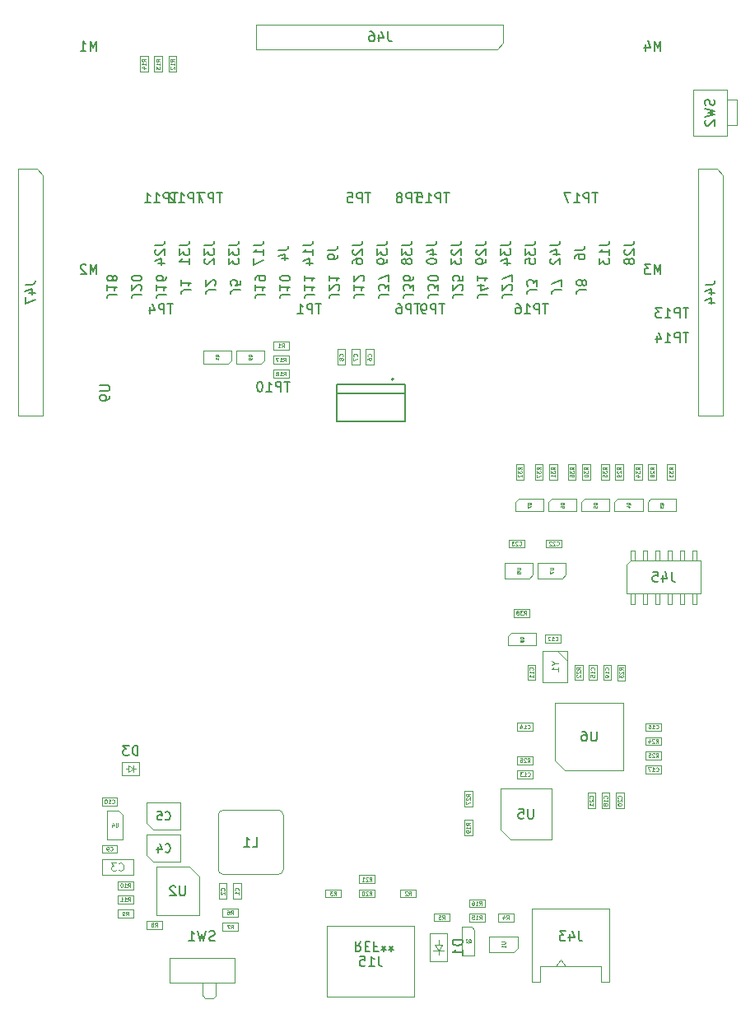
<source format=gbr>
%TF.GenerationSoftware,KiCad,Pcbnew,8.0.4*%
%TF.CreationDate,2024-08-09T22:29:50-04:00*%
%TF.ProjectId,beepy,62656570-792e-46b6-9963-61645f706362,rev?*%
%TF.SameCoordinates,Original*%
%TF.FileFunction,AssemblyDrawing,Bot*%
%FSLAX46Y46*%
G04 Gerber Fmt 4.6, Leading zero omitted, Abs format (unit mm)*
G04 Created by KiCad (PCBNEW 8.0.4) date 2024-08-09 22:29:50*
%MOMM*%
%LPD*%
G01*
G04 APERTURE LIST*
%ADD10C,0.150000*%
%ADD11C,0.060000*%
%ADD12C,0.050000*%
%ADD13C,0.120000*%
%ADD14C,0.130000*%
%ADD15C,0.105000*%
%ADD16C,0.100000*%
%ADD17C,0.127000*%
%ADD18C,0.200000*%
G04 APERTURE END LIST*
D10*
X90095250Y-138281180D02*
X89761917Y-138757371D01*
X89523822Y-138281180D02*
X89523822Y-139281180D01*
X89523822Y-139281180D02*
X89904774Y-139281180D01*
X89904774Y-139281180D02*
X90000012Y-139233561D01*
X90000012Y-139233561D02*
X90047631Y-139185942D01*
X90047631Y-139185942D02*
X90095250Y-139090704D01*
X90095250Y-139090704D02*
X90095250Y-138947847D01*
X90095250Y-138947847D02*
X90047631Y-138852609D01*
X90047631Y-138852609D02*
X90000012Y-138804990D01*
X90000012Y-138804990D02*
X89904774Y-138757371D01*
X89904774Y-138757371D02*
X89523822Y-138757371D01*
X90523822Y-138804990D02*
X90857155Y-138804990D01*
X91000012Y-138281180D02*
X90523822Y-138281180D01*
X90523822Y-138281180D02*
X90523822Y-139281180D01*
X90523822Y-139281180D02*
X91000012Y-139281180D01*
X91761917Y-138804990D02*
X91428584Y-138804990D01*
X91428584Y-138281180D02*
X91428584Y-139281180D01*
X91428584Y-139281180D02*
X91904774Y-139281180D01*
X92428584Y-139281180D02*
X92428584Y-139043085D01*
X92190489Y-139138323D02*
X92428584Y-139043085D01*
X92428584Y-139043085D02*
X92666679Y-139138323D01*
X92285727Y-138852609D02*
X92428584Y-139043085D01*
X92428584Y-139043085D02*
X92571441Y-138852609D01*
X93190489Y-139281180D02*
X93190489Y-139043085D01*
X92952394Y-139138323D02*
X93190489Y-139043085D01*
X93190489Y-139043085D02*
X93428584Y-139138323D01*
X93047632Y-138852609D02*
X93190489Y-139043085D01*
X93190489Y-139043085D02*
X93333346Y-138852609D01*
D11*
X81936666Y-77174427D02*
X82069999Y-76983951D01*
X82165237Y-77174427D02*
X82165237Y-76774427D01*
X82165237Y-76774427D02*
X82012856Y-76774427D01*
X82012856Y-76774427D02*
X81974761Y-76793475D01*
X81974761Y-76793475D02*
X81955714Y-76812522D01*
X81955714Y-76812522D02*
X81936666Y-76850618D01*
X81936666Y-76850618D02*
X81936666Y-76907760D01*
X81936666Y-76907760D02*
X81955714Y-76945856D01*
X81955714Y-76945856D02*
X81974761Y-76964903D01*
X81974761Y-76964903D02*
X82012856Y-76983951D01*
X82012856Y-76983951D02*
X82165237Y-76983951D01*
X81555714Y-77174427D02*
X81784285Y-77174427D01*
X81669999Y-77174427D02*
X81669999Y-76774427D01*
X81669999Y-76774427D02*
X81708095Y-76831570D01*
X81708095Y-76831570D02*
X81746190Y-76869665D01*
X81746190Y-76869665D02*
X81784285Y-76888713D01*
D10*
X105643596Y-71729523D02*
X104929311Y-71729523D01*
X104929311Y-71729523D02*
X104786454Y-71777142D01*
X104786454Y-71777142D02*
X104691216Y-71872380D01*
X104691216Y-71872380D02*
X104643596Y-72015237D01*
X104643596Y-72015237D02*
X104643596Y-72110475D01*
X105548358Y-71300951D02*
X105595977Y-71253332D01*
X105595977Y-71253332D02*
X105643596Y-71158094D01*
X105643596Y-71158094D02*
X105643596Y-70919999D01*
X105643596Y-70919999D02*
X105595977Y-70824761D01*
X105595977Y-70824761D02*
X105548358Y-70777142D01*
X105548358Y-70777142D02*
X105453120Y-70729523D01*
X105453120Y-70729523D02*
X105357882Y-70729523D01*
X105357882Y-70729523D02*
X105215025Y-70777142D01*
X105215025Y-70777142D02*
X104643596Y-71348570D01*
X104643596Y-71348570D02*
X104643596Y-70729523D01*
X105643596Y-70396189D02*
X105643596Y-69729523D01*
X105643596Y-69729523D02*
X104643596Y-70158094D01*
X101941657Y-66670476D02*
X102655942Y-66670476D01*
X102655942Y-66670476D02*
X102798799Y-66622857D01*
X102798799Y-66622857D02*
X102894038Y-66527619D01*
X102894038Y-66527619D02*
X102941657Y-66384762D01*
X102941657Y-66384762D02*
X102941657Y-66289524D01*
X102036895Y-67099048D02*
X101989276Y-67146667D01*
X101989276Y-67146667D02*
X101941657Y-67241905D01*
X101941657Y-67241905D02*
X101941657Y-67480000D01*
X101941657Y-67480000D02*
X101989276Y-67575238D01*
X101989276Y-67575238D02*
X102036895Y-67622857D01*
X102036895Y-67622857D02*
X102132133Y-67670476D01*
X102132133Y-67670476D02*
X102227371Y-67670476D01*
X102227371Y-67670476D02*
X102370228Y-67622857D01*
X102370228Y-67622857D02*
X102941657Y-67051429D01*
X102941657Y-67051429D02*
X102941657Y-67670476D01*
X102941657Y-68146667D02*
X102941657Y-68337143D01*
X102941657Y-68337143D02*
X102894038Y-68432381D01*
X102894038Y-68432381D02*
X102846418Y-68480000D01*
X102846418Y-68480000D02*
X102703561Y-68575238D01*
X102703561Y-68575238D02*
X102513085Y-68622857D01*
X102513085Y-68622857D02*
X102132133Y-68622857D01*
X102132133Y-68622857D02*
X102036895Y-68575238D01*
X102036895Y-68575238D02*
X101989276Y-68527619D01*
X101989276Y-68527619D02*
X101941657Y-68432381D01*
X101941657Y-68432381D02*
X101941657Y-68241905D01*
X101941657Y-68241905D02*
X101989276Y-68146667D01*
X101989276Y-68146667D02*
X102036895Y-68099048D01*
X102036895Y-68099048D02*
X102132133Y-68051429D01*
X102132133Y-68051429D02*
X102370228Y-68051429D01*
X102370228Y-68051429D02*
X102465466Y-68099048D01*
X102465466Y-68099048D02*
X102513085Y-68146667D01*
X102513085Y-68146667D02*
X102560704Y-68241905D01*
X102560704Y-68241905D02*
X102560704Y-68432381D01*
X102560704Y-68432381D02*
X102513085Y-68527619D01*
X102513085Y-68527619D02*
X102465466Y-68575238D01*
X102465466Y-68575238D02*
X102370228Y-68622857D01*
X100562544Y-71729523D02*
X99848259Y-71729523D01*
X99848259Y-71729523D02*
X99705402Y-71777142D01*
X99705402Y-71777142D02*
X99610164Y-71872380D01*
X99610164Y-71872380D02*
X99562544Y-72015237D01*
X99562544Y-72015237D02*
X99562544Y-72110475D01*
X100467306Y-71300951D02*
X100514925Y-71253332D01*
X100514925Y-71253332D02*
X100562544Y-71158094D01*
X100562544Y-71158094D02*
X100562544Y-70919999D01*
X100562544Y-70919999D02*
X100514925Y-70824761D01*
X100514925Y-70824761D02*
X100467306Y-70777142D01*
X100467306Y-70777142D02*
X100372068Y-70729523D01*
X100372068Y-70729523D02*
X100276830Y-70729523D01*
X100276830Y-70729523D02*
X100133973Y-70777142D01*
X100133973Y-70777142D02*
X99562544Y-71348570D01*
X99562544Y-71348570D02*
X99562544Y-70729523D01*
X100562544Y-69824761D02*
X100562544Y-70300951D01*
X100562544Y-70300951D02*
X100086354Y-70348570D01*
X100086354Y-70348570D02*
X100133973Y-70300951D01*
X100133973Y-70300951D02*
X100181592Y-70205713D01*
X100181592Y-70205713D02*
X100181592Y-69967618D01*
X100181592Y-69967618D02*
X100133973Y-69872380D01*
X100133973Y-69872380D02*
X100086354Y-69824761D01*
X100086354Y-69824761D02*
X99991116Y-69777142D01*
X99991116Y-69777142D02*
X99753021Y-69777142D01*
X99753021Y-69777142D02*
X99657783Y-69824761D01*
X99657783Y-69824761D02*
X99610164Y-69872380D01*
X99610164Y-69872380D02*
X99562544Y-69967618D01*
X99562544Y-69967618D02*
X99562544Y-70205713D01*
X99562544Y-70205713D02*
X99610164Y-70300951D01*
X99610164Y-70300951D02*
X99657783Y-70348570D01*
X107831904Y-124664819D02*
X107831904Y-125474342D01*
X107831904Y-125474342D02*
X107784285Y-125569580D01*
X107784285Y-125569580D02*
X107736666Y-125617200D01*
X107736666Y-125617200D02*
X107641428Y-125664819D01*
X107641428Y-125664819D02*
X107450952Y-125664819D01*
X107450952Y-125664819D02*
X107355714Y-125617200D01*
X107355714Y-125617200D02*
X107308095Y-125569580D01*
X107308095Y-125569580D02*
X107260476Y-125474342D01*
X107260476Y-125474342D02*
X107260476Y-124664819D01*
X106308095Y-124664819D02*
X106784285Y-124664819D01*
X106784285Y-124664819D02*
X106831904Y-125141009D01*
X106831904Y-125141009D02*
X106784285Y-125093390D01*
X106784285Y-125093390D02*
X106689047Y-125045771D01*
X106689047Y-125045771D02*
X106450952Y-125045771D01*
X106450952Y-125045771D02*
X106355714Y-125093390D01*
X106355714Y-125093390D02*
X106308095Y-125141009D01*
X106308095Y-125141009D02*
X106260476Y-125236247D01*
X106260476Y-125236247D02*
X106260476Y-125474342D01*
X106260476Y-125474342D02*
X106308095Y-125569580D01*
X106308095Y-125569580D02*
X106355714Y-125617200D01*
X106355714Y-125617200D02*
X106450952Y-125664819D01*
X106450952Y-125664819D02*
X106689047Y-125664819D01*
X106689047Y-125664819D02*
X106784285Y-125617200D01*
X106784285Y-125617200D02*
X106831904Y-125569580D01*
X91086638Y-61284819D02*
X90515210Y-61284819D01*
X90800924Y-62284819D02*
X90800924Y-61284819D01*
X90181876Y-62284819D02*
X90181876Y-61284819D01*
X90181876Y-61284819D02*
X89800924Y-61284819D01*
X89800924Y-61284819D02*
X89705686Y-61332438D01*
X89705686Y-61332438D02*
X89658067Y-61380057D01*
X89658067Y-61380057D02*
X89610448Y-61475295D01*
X89610448Y-61475295D02*
X89610448Y-61618152D01*
X89610448Y-61618152D02*
X89658067Y-61713390D01*
X89658067Y-61713390D02*
X89705686Y-61761009D01*
X89705686Y-61761009D02*
X89800924Y-61808628D01*
X89800924Y-61808628D02*
X90181876Y-61808628D01*
X88705686Y-61284819D02*
X89181876Y-61284819D01*
X89181876Y-61284819D02*
X89229495Y-61761009D01*
X89229495Y-61761009D02*
X89181876Y-61713390D01*
X89181876Y-61713390D02*
X89086638Y-61665771D01*
X89086638Y-61665771D02*
X88848543Y-61665771D01*
X88848543Y-61665771D02*
X88753305Y-61713390D01*
X88753305Y-61713390D02*
X88705686Y-61761009D01*
X88705686Y-61761009D02*
X88658067Y-61856247D01*
X88658067Y-61856247D02*
X88658067Y-62094342D01*
X88658067Y-62094342D02*
X88705686Y-62189580D01*
X88705686Y-62189580D02*
X88753305Y-62237200D01*
X88753305Y-62237200D02*
X88848543Y-62284819D01*
X88848543Y-62284819D02*
X89086638Y-62284819D01*
X89086638Y-62284819D02*
X89181876Y-62237200D01*
X89181876Y-62237200D02*
X89229495Y-62189580D01*
X72616758Y-71253333D02*
X71902473Y-71253333D01*
X71902473Y-71253333D02*
X71759616Y-71300952D01*
X71759616Y-71300952D02*
X71664378Y-71396190D01*
X71664378Y-71396190D02*
X71616758Y-71539047D01*
X71616758Y-71539047D02*
X71616758Y-71634285D01*
X71616758Y-70253333D02*
X71616758Y-70824761D01*
X71616758Y-70539047D02*
X72616758Y-70539047D01*
X72616758Y-70539047D02*
X72473901Y-70634285D01*
X72473901Y-70634285D02*
X72378663Y-70729523D01*
X72378663Y-70729523D02*
X72331044Y-70824761D01*
D11*
X112651927Y-110357857D02*
X112461451Y-110224524D01*
X112651927Y-110129286D02*
X112251927Y-110129286D01*
X112251927Y-110129286D02*
X112251927Y-110281667D01*
X112251927Y-110281667D02*
X112270975Y-110319762D01*
X112270975Y-110319762D02*
X112290022Y-110338809D01*
X112290022Y-110338809D02*
X112328118Y-110357857D01*
X112328118Y-110357857D02*
X112385260Y-110357857D01*
X112385260Y-110357857D02*
X112423356Y-110338809D01*
X112423356Y-110338809D02*
X112442403Y-110319762D01*
X112442403Y-110319762D02*
X112461451Y-110281667D01*
X112461451Y-110281667D02*
X112461451Y-110129286D01*
X112290022Y-110510238D02*
X112270975Y-110529286D01*
X112270975Y-110529286D02*
X112251927Y-110567381D01*
X112251927Y-110567381D02*
X112251927Y-110662619D01*
X112251927Y-110662619D02*
X112270975Y-110700714D01*
X112270975Y-110700714D02*
X112290022Y-110719762D01*
X112290022Y-110719762D02*
X112328118Y-110738809D01*
X112328118Y-110738809D02*
X112366213Y-110738809D01*
X112366213Y-110738809D02*
X112423356Y-110719762D01*
X112423356Y-110719762D02*
X112651927Y-110491190D01*
X112651927Y-110491190D02*
X112651927Y-110738809D01*
X112290022Y-110891190D02*
X112270975Y-110910238D01*
X112270975Y-110910238D02*
X112251927Y-110948333D01*
X112251927Y-110948333D02*
X112251927Y-111043571D01*
X112251927Y-111043571D02*
X112270975Y-111081666D01*
X112270975Y-111081666D02*
X112290022Y-111100714D01*
X112290022Y-111100714D02*
X112328118Y-111119761D01*
X112328118Y-111119761D02*
X112366213Y-111119761D01*
X112366213Y-111119761D02*
X112423356Y-111100714D01*
X112423356Y-111100714D02*
X112651927Y-110872142D01*
X112651927Y-110872142D02*
X112651927Y-111119761D01*
D10*
X72019404Y-132579819D02*
X72019404Y-133389342D01*
X72019404Y-133389342D02*
X71971785Y-133484580D01*
X71971785Y-133484580D02*
X71924166Y-133532200D01*
X71924166Y-133532200D02*
X71828928Y-133579819D01*
X71828928Y-133579819D02*
X71638452Y-133579819D01*
X71638452Y-133579819D02*
X71543214Y-133532200D01*
X71543214Y-133532200D02*
X71495595Y-133484580D01*
X71495595Y-133484580D02*
X71447976Y-133389342D01*
X71447976Y-133389342D02*
X71447976Y-132579819D01*
X71019404Y-132675057D02*
X70971785Y-132627438D01*
X70971785Y-132627438D02*
X70876547Y-132579819D01*
X70876547Y-132579819D02*
X70638452Y-132579819D01*
X70638452Y-132579819D02*
X70543214Y-132627438D01*
X70543214Y-132627438D02*
X70495595Y-132675057D01*
X70495595Y-132675057D02*
X70447976Y-132770295D01*
X70447976Y-132770295D02*
X70447976Y-132865533D01*
X70447976Y-132865533D02*
X70495595Y-133008390D01*
X70495595Y-133008390D02*
X71067023Y-133579819D01*
X71067023Y-133579819D02*
X70447976Y-133579819D01*
D12*
X106815914Y-107179523D02*
X106800676Y-107149047D01*
X106800676Y-107149047D02*
X106770200Y-107118571D01*
X106770200Y-107118571D02*
X106724485Y-107072857D01*
X106724485Y-107072857D02*
X106709247Y-107042380D01*
X106709247Y-107042380D02*
X106709247Y-107011904D01*
X106785438Y-107027142D02*
X106770200Y-106996666D01*
X106770200Y-106996666D02*
X106739723Y-106966190D01*
X106739723Y-106966190D02*
X106678771Y-106950952D01*
X106678771Y-106950952D02*
X106572104Y-106950952D01*
X106572104Y-106950952D02*
X106511152Y-106966190D01*
X106511152Y-106966190D02*
X106480676Y-106996666D01*
X106480676Y-106996666D02*
X106465438Y-107027142D01*
X106465438Y-107027142D02*
X106465438Y-107088095D01*
X106465438Y-107088095D02*
X106480676Y-107118571D01*
X106480676Y-107118571D02*
X106511152Y-107149047D01*
X106511152Y-107149047D02*
X106572104Y-107164285D01*
X106572104Y-107164285D02*
X106678771Y-107164285D01*
X106678771Y-107164285D02*
X106739723Y-107149047D01*
X106739723Y-107149047D02*
X106770200Y-107118571D01*
X106770200Y-107118571D02*
X106785438Y-107088095D01*
X106785438Y-107088095D02*
X106785438Y-107027142D01*
X106602580Y-107347142D02*
X106587342Y-107316666D01*
X106587342Y-107316666D02*
X106572104Y-107301428D01*
X106572104Y-107301428D02*
X106541628Y-107286190D01*
X106541628Y-107286190D02*
X106526390Y-107286190D01*
X106526390Y-107286190D02*
X106495914Y-107301428D01*
X106495914Y-107301428D02*
X106480676Y-107316666D01*
X106480676Y-107316666D02*
X106465438Y-107347142D01*
X106465438Y-107347142D02*
X106465438Y-107408095D01*
X106465438Y-107408095D02*
X106480676Y-107438571D01*
X106480676Y-107438571D02*
X106495914Y-107453809D01*
X106495914Y-107453809D02*
X106526390Y-107469047D01*
X106526390Y-107469047D02*
X106541628Y-107469047D01*
X106541628Y-107469047D02*
X106572104Y-107453809D01*
X106572104Y-107453809D02*
X106587342Y-107438571D01*
X106587342Y-107438571D02*
X106602580Y-107408095D01*
X106602580Y-107408095D02*
X106602580Y-107347142D01*
X106602580Y-107347142D02*
X106617819Y-107316666D01*
X106617819Y-107316666D02*
X106633057Y-107301428D01*
X106633057Y-107301428D02*
X106663533Y-107286190D01*
X106663533Y-107286190D02*
X106724485Y-107286190D01*
X106724485Y-107286190D02*
X106754961Y-107301428D01*
X106754961Y-107301428D02*
X106770200Y-107316666D01*
X106770200Y-107316666D02*
X106785438Y-107347142D01*
X106785438Y-107347142D02*
X106785438Y-107408095D01*
X106785438Y-107408095D02*
X106770200Y-107438571D01*
X106770200Y-107438571D02*
X106754961Y-107453809D01*
X106754961Y-107453809D02*
X106724485Y-107469047D01*
X106724485Y-107469047D02*
X106663533Y-107469047D01*
X106663533Y-107469047D02*
X106633057Y-107453809D01*
X106633057Y-107453809D02*
X106617819Y-107438571D01*
X106617819Y-107438571D02*
X106602580Y-107408095D01*
D10*
X96167690Y-61284819D02*
X95596262Y-61284819D01*
X95881976Y-62284819D02*
X95881976Y-61284819D01*
X95262928Y-62284819D02*
X95262928Y-61284819D01*
X95262928Y-61284819D02*
X94881976Y-61284819D01*
X94881976Y-61284819D02*
X94786738Y-61332438D01*
X94786738Y-61332438D02*
X94739119Y-61380057D01*
X94739119Y-61380057D02*
X94691500Y-61475295D01*
X94691500Y-61475295D02*
X94691500Y-61618152D01*
X94691500Y-61618152D02*
X94739119Y-61713390D01*
X94739119Y-61713390D02*
X94786738Y-61761009D01*
X94786738Y-61761009D02*
X94881976Y-61808628D01*
X94881976Y-61808628D02*
X95262928Y-61808628D01*
X94120071Y-61713390D02*
X94215309Y-61665771D01*
X94215309Y-61665771D02*
X94262928Y-61618152D01*
X94262928Y-61618152D02*
X94310547Y-61522914D01*
X94310547Y-61522914D02*
X94310547Y-61475295D01*
X94310547Y-61475295D02*
X94262928Y-61380057D01*
X94262928Y-61380057D02*
X94215309Y-61332438D01*
X94215309Y-61332438D02*
X94120071Y-61284819D01*
X94120071Y-61284819D02*
X93929595Y-61284819D01*
X93929595Y-61284819D02*
X93834357Y-61332438D01*
X93834357Y-61332438D02*
X93786738Y-61380057D01*
X93786738Y-61380057D02*
X93739119Y-61475295D01*
X93739119Y-61475295D02*
X93739119Y-61522914D01*
X93739119Y-61522914D02*
X93786738Y-61618152D01*
X93786738Y-61618152D02*
X93834357Y-61665771D01*
X93834357Y-61665771D02*
X93929595Y-61713390D01*
X93929595Y-61713390D02*
X94120071Y-61713390D01*
X94120071Y-61713390D02*
X94215309Y-61761009D01*
X94215309Y-61761009D02*
X94262928Y-61808628D01*
X94262928Y-61808628D02*
X94310547Y-61903866D01*
X94310547Y-61903866D02*
X94310547Y-62094342D01*
X94310547Y-62094342D02*
X94262928Y-62189580D01*
X94262928Y-62189580D02*
X94215309Y-62237200D01*
X94215309Y-62237200D02*
X94120071Y-62284819D01*
X94120071Y-62284819D02*
X93929595Y-62284819D01*
X93929595Y-62284819D02*
X93834357Y-62237200D01*
X93834357Y-62237200D02*
X93786738Y-62189580D01*
X93786738Y-62189580D02*
X93739119Y-62094342D01*
X93739119Y-62094342D02*
X93739119Y-61903866D01*
X93739119Y-61903866D02*
X93786738Y-61808628D01*
X93786738Y-61808628D02*
X93834357Y-61761009D01*
X93834357Y-61761009D02*
X93929595Y-61713390D01*
D11*
X109501927Y-99835238D02*
X109825737Y-99835238D01*
X109825737Y-99835238D02*
X109863832Y-99854285D01*
X109863832Y-99854285D02*
X109882880Y-99873333D01*
X109882880Y-99873333D02*
X109901927Y-99911428D01*
X109901927Y-99911428D02*
X109901927Y-99987619D01*
X109901927Y-99987619D02*
X109882880Y-100025714D01*
X109882880Y-100025714D02*
X109863832Y-100044761D01*
X109863832Y-100044761D02*
X109825737Y-100063809D01*
X109825737Y-100063809D02*
X109501927Y-100063809D01*
X109501927Y-100216190D02*
X109501927Y-100482857D01*
X109501927Y-100482857D02*
X109901927Y-100311428D01*
D10*
X126417200Y-51696667D02*
X126464819Y-51839524D01*
X126464819Y-51839524D02*
X126464819Y-52077619D01*
X126464819Y-52077619D02*
X126417200Y-52172857D01*
X126417200Y-52172857D02*
X126369580Y-52220476D01*
X126369580Y-52220476D02*
X126274342Y-52268095D01*
X126274342Y-52268095D02*
X126179104Y-52268095D01*
X126179104Y-52268095D02*
X126083866Y-52220476D01*
X126083866Y-52220476D02*
X126036247Y-52172857D01*
X126036247Y-52172857D02*
X125988628Y-52077619D01*
X125988628Y-52077619D02*
X125941009Y-51887143D01*
X125941009Y-51887143D02*
X125893390Y-51791905D01*
X125893390Y-51791905D02*
X125845771Y-51744286D01*
X125845771Y-51744286D02*
X125750533Y-51696667D01*
X125750533Y-51696667D02*
X125655295Y-51696667D01*
X125655295Y-51696667D02*
X125560057Y-51744286D01*
X125560057Y-51744286D02*
X125512438Y-51791905D01*
X125512438Y-51791905D02*
X125464819Y-51887143D01*
X125464819Y-51887143D02*
X125464819Y-52125238D01*
X125464819Y-52125238D02*
X125512438Y-52268095D01*
X125464819Y-52601429D02*
X126464819Y-52839524D01*
X126464819Y-52839524D02*
X125750533Y-53030000D01*
X125750533Y-53030000D02*
X126464819Y-53220476D01*
X126464819Y-53220476D02*
X125464819Y-53458572D01*
X125560057Y-53791905D02*
X125512438Y-53839524D01*
X125512438Y-53839524D02*
X125464819Y-53934762D01*
X125464819Y-53934762D02*
X125464819Y-54172857D01*
X125464819Y-54172857D02*
X125512438Y-54268095D01*
X125512438Y-54268095D02*
X125560057Y-54315714D01*
X125560057Y-54315714D02*
X125655295Y-54363333D01*
X125655295Y-54363333D02*
X125750533Y-54363333D01*
X125750533Y-54363333D02*
X125893390Y-54315714D01*
X125893390Y-54315714D02*
X126464819Y-53744286D01*
X126464819Y-53744286D02*
X126464819Y-54363333D01*
D11*
X110021927Y-89747857D02*
X109831451Y-89614524D01*
X110021927Y-89519286D02*
X109621927Y-89519286D01*
X109621927Y-89519286D02*
X109621927Y-89671667D01*
X109621927Y-89671667D02*
X109640975Y-89709762D01*
X109640975Y-89709762D02*
X109660022Y-89728809D01*
X109660022Y-89728809D02*
X109698118Y-89747857D01*
X109698118Y-89747857D02*
X109755260Y-89747857D01*
X109755260Y-89747857D02*
X109793356Y-89728809D01*
X109793356Y-89728809D02*
X109812403Y-89709762D01*
X109812403Y-89709762D02*
X109831451Y-89671667D01*
X109831451Y-89671667D02*
X109831451Y-89519286D01*
X109621927Y-89881190D02*
X109621927Y-90128809D01*
X109621927Y-90128809D02*
X109774308Y-89995476D01*
X109774308Y-89995476D02*
X109774308Y-90052619D01*
X109774308Y-90052619D02*
X109793356Y-90090714D01*
X109793356Y-90090714D02*
X109812403Y-90109762D01*
X109812403Y-90109762D02*
X109850499Y-90128809D01*
X109850499Y-90128809D02*
X109945737Y-90128809D01*
X109945737Y-90128809D02*
X109983832Y-90109762D01*
X109983832Y-90109762D02*
X110002880Y-90090714D01*
X110002880Y-90090714D02*
X110021927Y-90052619D01*
X110021927Y-90052619D02*
X110021927Y-89938333D01*
X110021927Y-89938333D02*
X110002880Y-89900238D01*
X110002880Y-89900238D02*
X109983832Y-89881190D01*
X110021927Y-90509761D02*
X110021927Y-90281190D01*
X110021927Y-90395476D02*
X109621927Y-90395476D01*
X109621927Y-90395476D02*
X109679070Y-90357380D01*
X109679070Y-90357380D02*
X109717165Y-90319285D01*
X109717165Y-90319285D02*
X109736213Y-90281190D01*
D12*
X117785914Y-93369523D02*
X117770676Y-93339047D01*
X117770676Y-93339047D02*
X117740200Y-93308571D01*
X117740200Y-93308571D02*
X117694485Y-93262857D01*
X117694485Y-93262857D02*
X117679247Y-93232380D01*
X117679247Y-93232380D02*
X117679247Y-93201904D01*
X117755438Y-93217142D02*
X117740200Y-93186666D01*
X117740200Y-93186666D02*
X117709723Y-93156190D01*
X117709723Y-93156190D02*
X117648771Y-93140952D01*
X117648771Y-93140952D02*
X117542104Y-93140952D01*
X117542104Y-93140952D02*
X117481152Y-93156190D01*
X117481152Y-93156190D02*
X117450676Y-93186666D01*
X117450676Y-93186666D02*
X117435438Y-93217142D01*
X117435438Y-93217142D02*
X117435438Y-93278095D01*
X117435438Y-93278095D02*
X117450676Y-93308571D01*
X117450676Y-93308571D02*
X117481152Y-93339047D01*
X117481152Y-93339047D02*
X117542104Y-93354285D01*
X117542104Y-93354285D02*
X117648771Y-93354285D01*
X117648771Y-93354285D02*
X117709723Y-93339047D01*
X117709723Y-93339047D02*
X117740200Y-93308571D01*
X117740200Y-93308571D02*
X117755438Y-93278095D01*
X117755438Y-93278095D02*
X117755438Y-93217142D01*
X117542104Y-93628571D02*
X117755438Y-93628571D01*
X117420200Y-93552380D02*
X117648771Y-93476190D01*
X117648771Y-93476190D02*
X117648771Y-93674285D01*
D10*
X75843482Y-61284819D02*
X75272054Y-61284819D01*
X75557768Y-62284819D02*
X75557768Y-61284819D01*
X74938720Y-62284819D02*
X74938720Y-61284819D01*
X74938720Y-61284819D02*
X74557768Y-61284819D01*
X74557768Y-61284819D02*
X74462530Y-61332438D01*
X74462530Y-61332438D02*
X74414911Y-61380057D01*
X74414911Y-61380057D02*
X74367292Y-61475295D01*
X74367292Y-61475295D02*
X74367292Y-61618152D01*
X74367292Y-61618152D02*
X74414911Y-61713390D01*
X74414911Y-61713390D02*
X74462530Y-61761009D01*
X74462530Y-61761009D02*
X74557768Y-61808628D01*
X74557768Y-61808628D02*
X74938720Y-61808628D01*
X74033958Y-61284819D02*
X73367292Y-61284819D01*
X73367292Y-61284819D02*
X73795863Y-62284819D01*
X91779553Y-66670476D02*
X92493838Y-66670476D01*
X92493838Y-66670476D02*
X92636695Y-66622857D01*
X92636695Y-66622857D02*
X92731934Y-66527619D01*
X92731934Y-66527619D02*
X92779553Y-66384762D01*
X92779553Y-66384762D02*
X92779553Y-66289524D01*
X91779553Y-67051429D02*
X91779553Y-67670476D01*
X91779553Y-67670476D02*
X92160505Y-67337143D01*
X92160505Y-67337143D02*
X92160505Y-67480000D01*
X92160505Y-67480000D02*
X92208124Y-67575238D01*
X92208124Y-67575238D02*
X92255743Y-67622857D01*
X92255743Y-67622857D02*
X92350981Y-67670476D01*
X92350981Y-67670476D02*
X92589076Y-67670476D01*
X92589076Y-67670476D02*
X92684314Y-67622857D01*
X92684314Y-67622857D02*
X92731934Y-67575238D01*
X92731934Y-67575238D02*
X92779553Y-67480000D01*
X92779553Y-67480000D02*
X92779553Y-67194286D01*
X92779553Y-67194286D02*
X92731934Y-67099048D01*
X92731934Y-67099048D02*
X92684314Y-67051429D01*
X92779553Y-68146667D02*
X92779553Y-68337143D01*
X92779553Y-68337143D02*
X92731934Y-68432381D01*
X92731934Y-68432381D02*
X92684314Y-68480000D01*
X92684314Y-68480000D02*
X92541457Y-68575238D01*
X92541457Y-68575238D02*
X92350981Y-68622857D01*
X92350981Y-68622857D02*
X91970029Y-68622857D01*
X91970029Y-68622857D02*
X91874791Y-68575238D01*
X91874791Y-68575238D02*
X91827172Y-68527619D01*
X91827172Y-68527619D02*
X91779553Y-68432381D01*
X91779553Y-68432381D02*
X91779553Y-68241905D01*
X91779553Y-68241905D02*
X91827172Y-68146667D01*
X91827172Y-68146667D02*
X91874791Y-68099048D01*
X91874791Y-68099048D02*
X91970029Y-68051429D01*
X91970029Y-68051429D02*
X92208124Y-68051429D01*
X92208124Y-68051429D02*
X92303362Y-68099048D01*
X92303362Y-68099048D02*
X92350981Y-68146667D01*
X92350981Y-68146667D02*
X92398600Y-68241905D01*
X92398600Y-68241905D02*
X92398600Y-68432381D01*
X92398600Y-68432381D02*
X92350981Y-68527619D01*
X92350981Y-68527619D02*
X92303362Y-68575238D01*
X92303362Y-68575238D02*
X92208124Y-68622857D01*
D11*
X106101927Y-99835238D02*
X106425737Y-99835238D01*
X106425737Y-99835238D02*
X106463832Y-99854285D01*
X106463832Y-99854285D02*
X106482880Y-99873333D01*
X106482880Y-99873333D02*
X106501927Y-99911428D01*
X106501927Y-99911428D02*
X106501927Y-99987619D01*
X106501927Y-99987619D02*
X106482880Y-100025714D01*
X106482880Y-100025714D02*
X106463832Y-100044761D01*
X106463832Y-100044761D02*
X106425737Y-100063809D01*
X106425737Y-100063809D02*
X106101927Y-100063809D01*
X106273356Y-100311428D02*
X106254308Y-100273333D01*
X106254308Y-100273333D02*
X106235260Y-100254286D01*
X106235260Y-100254286D02*
X106197165Y-100235238D01*
X106197165Y-100235238D02*
X106178118Y-100235238D01*
X106178118Y-100235238D02*
X106140022Y-100254286D01*
X106140022Y-100254286D02*
X106120975Y-100273333D01*
X106120975Y-100273333D02*
X106101927Y-100311428D01*
X106101927Y-100311428D02*
X106101927Y-100387619D01*
X106101927Y-100387619D02*
X106120975Y-100425714D01*
X106120975Y-100425714D02*
X106140022Y-100444762D01*
X106140022Y-100444762D02*
X106178118Y-100463809D01*
X106178118Y-100463809D02*
X106197165Y-100463809D01*
X106197165Y-100463809D02*
X106235260Y-100444762D01*
X106235260Y-100444762D02*
X106254308Y-100425714D01*
X106254308Y-100425714D02*
X106273356Y-100387619D01*
X106273356Y-100387619D02*
X106273356Y-100311428D01*
X106273356Y-100311428D02*
X106292403Y-100273333D01*
X106292403Y-100273333D02*
X106311451Y-100254286D01*
X106311451Y-100254286D02*
X106349546Y-100235238D01*
X106349546Y-100235238D02*
X106425737Y-100235238D01*
X106425737Y-100235238D02*
X106463832Y-100254286D01*
X106463832Y-100254286D02*
X106482880Y-100273333D01*
X106482880Y-100273333D02*
X106501927Y-100311428D01*
X106501927Y-100311428D02*
X106501927Y-100387619D01*
X106501927Y-100387619D02*
X106482880Y-100425714D01*
X106482880Y-100425714D02*
X106463832Y-100444762D01*
X106463832Y-100444762D02*
X106425737Y-100463809D01*
X106425737Y-100463809D02*
X106349546Y-100463809D01*
X106349546Y-100463809D02*
X106311451Y-100444762D01*
X106311451Y-100444762D02*
X106292403Y-100425714D01*
X106292403Y-100425714D02*
X106273356Y-100387619D01*
D10*
X110724648Y-71253333D02*
X110010363Y-71253333D01*
X110010363Y-71253333D02*
X109867506Y-71300952D01*
X109867506Y-71300952D02*
X109772268Y-71396190D01*
X109772268Y-71396190D02*
X109724648Y-71539047D01*
X109724648Y-71539047D02*
X109724648Y-71634285D01*
X110724648Y-70872380D02*
X110724648Y-70205714D01*
X110724648Y-70205714D02*
X109724648Y-70634285D01*
X112103761Y-67146666D02*
X112818046Y-67146666D01*
X112818046Y-67146666D02*
X112960903Y-67099047D01*
X112960903Y-67099047D02*
X113056142Y-67003809D01*
X113056142Y-67003809D02*
X113103761Y-66860952D01*
X113103761Y-66860952D02*
X113103761Y-66765714D01*
X112103761Y-68051428D02*
X112103761Y-67860952D01*
X112103761Y-67860952D02*
X112151380Y-67765714D01*
X112151380Y-67765714D02*
X112198999Y-67718095D01*
X112198999Y-67718095D02*
X112341856Y-67622857D01*
X112341856Y-67622857D02*
X112532332Y-67575238D01*
X112532332Y-67575238D02*
X112913284Y-67575238D01*
X112913284Y-67575238D02*
X113008522Y-67622857D01*
X113008522Y-67622857D02*
X113056142Y-67670476D01*
X113056142Y-67670476D02*
X113103761Y-67765714D01*
X113103761Y-67765714D02*
X113103761Y-67956190D01*
X113103761Y-67956190D02*
X113056142Y-68051428D01*
X113056142Y-68051428D02*
X113008522Y-68099047D01*
X113008522Y-68099047D02*
X112913284Y-68146666D01*
X112913284Y-68146666D02*
X112675189Y-68146666D01*
X112675189Y-68146666D02*
X112579951Y-68099047D01*
X112579951Y-68099047D02*
X112532332Y-68051428D01*
X112532332Y-68051428D02*
X112484713Y-67956190D01*
X112484713Y-67956190D02*
X112484713Y-67765714D01*
X112484713Y-67765714D02*
X112532332Y-67670476D01*
X112532332Y-67670476D02*
X112579951Y-67622857D01*
X112579951Y-67622857D02*
X112675189Y-67575238D01*
D11*
X113933832Y-123562857D02*
X113952880Y-123543809D01*
X113952880Y-123543809D02*
X113971927Y-123486667D01*
X113971927Y-123486667D02*
X113971927Y-123448571D01*
X113971927Y-123448571D02*
X113952880Y-123391428D01*
X113952880Y-123391428D02*
X113914784Y-123353333D01*
X113914784Y-123353333D02*
X113876689Y-123334286D01*
X113876689Y-123334286D02*
X113800499Y-123315238D01*
X113800499Y-123315238D02*
X113743356Y-123315238D01*
X113743356Y-123315238D02*
X113667165Y-123334286D01*
X113667165Y-123334286D02*
X113629070Y-123353333D01*
X113629070Y-123353333D02*
X113590975Y-123391428D01*
X113590975Y-123391428D02*
X113571927Y-123448571D01*
X113571927Y-123448571D02*
X113571927Y-123486667D01*
X113571927Y-123486667D02*
X113590975Y-123543809D01*
X113590975Y-123543809D02*
X113610022Y-123562857D01*
X113610022Y-123715238D02*
X113590975Y-123734286D01*
X113590975Y-123734286D02*
X113571927Y-123772381D01*
X113571927Y-123772381D02*
X113571927Y-123867619D01*
X113571927Y-123867619D02*
X113590975Y-123905714D01*
X113590975Y-123905714D02*
X113610022Y-123924762D01*
X113610022Y-123924762D02*
X113648118Y-123943809D01*
X113648118Y-123943809D02*
X113686213Y-123943809D01*
X113686213Y-123943809D02*
X113743356Y-123924762D01*
X113743356Y-123924762D02*
X113971927Y-123696190D01*
X113971927Y-123696190D02*
X113971927Y-123943809D01*
X113971927Y-124324761D02*
X113971927Y-124096190D01*
X113971927Y-124210476D02*
X113571927Y-124210476D01*
X113571927Y-124210476D02*
X113629070Y-124172380D01*
X113629070Y-124172380D02*
X113667165Y-124134285D01*
X113667165Y-124134285D02*
X113686213Y-124096190D01*
D10*
X96157690Y-72724819D02*
X95586262Y-72724819D01*
X95871976Y-73724819D02*
X95871976Y-72724819D01*
X95252928Y-73724819D02*
X95252928Y-72724819D01*
X95252928Y-72724819D02*
X94871976Y-72724819D01*
X94871976Y-72724819D02*
X94776738Y-72772438D01*
X94776738Y-72772438D02*
X94729119Y-72820057D01*
X94729119Y-72820057D02*
X94681500Y-72915295D01*
X94681500Y-72915295D02*
X94681500Y-73058152D01*
X94681500Y-73058152D02*
X94729119Y-73153390D01*
X94729119Y-73153390D02*
X94776738Y-73201009D01*
X94776738Y-73201009D02*
X94871976Y-73248628D01*
X94871976Y-73248628D02*
X95252928Y-73248628D01*
X93824357Y-72724819D02*
X94014833Y-72724819D01*
X94014833Y-72724819D02*
X94110071Y-72772438D01*
X94110071Y-72772438D02*
X94157690Y-72820057D01*
X94157690Y-72820057D02*
X94252928Y-72962914D01*
X94252928Y-72962914D02*
X94300547Y-73153390D01*
X94300547Y-73153390D02*
X94300547Y-73534342D01*
X94300547Y-73534342D02*
X94252928Y-73629580D01*
X94252928Y-73629580D02*
X94205309Y-73677200D01*
X94205309Y-73677200D02*
X94110071Y-73724819D01*
X94110071Y-73724819D02*
X93919595Y-73724819D01*
X93919595Y-73724819D02*
X93824357Y-73677200D01*
X93824357Y-73677200D02*
X93776738Y-73629580D01*
X93776738Y-73629580D02*
X93729119Y-73534342D01*
X93729119Y-73534342D02*
X93729119Y-73296247D01*
X93729119Y-73296247D02*
X93776738Y-73201009D01*
X93776738Y-73201009D02*
X93824357Y-73153390D01*
X93824357Y-73153390D02*
X93919595Y-73105771D01*
X93919595Y-73105771D02*
X94110071Y-73105771D01*
X94110071Y-73105771D02*
X94205309Y-73153390D01*
X94205309Y-73153390D02*
X94252928Y-73201009D01*
X94252928Y-73201009D02*
X94300547Y-73296247D01*
D13*
X65183332Y-130937664D02*
X65221428Y-130975760D01*
X65221428Y-130975760D02*
X65335713Y-131013855D01*
X65335713Y-131013855D02*
X65411904Y-131013855D01*
X65411904Y-131013855D02*
X65526190Y-130975760D01*
X65526190Y-130975760D02*
X65602380Y-130899569D01*
X65602380Y-130899569D02*
X65640475Y-130823379D01*
X65640475Y-130823379D02*
X65678571Y-130670998D01*
X65678571Y-130670998D02*
X65678571Y-130556712D01*
X65678571Y-130556712D02*
X65640475Y-130404331D01*
X65640475Y-130404331D02*
X65602380Y-130328140D01*
X65602380Y-130328140D02*
X65526190Y-130251950D01*
X65526190Y-130251950D02*
X65411904Y-130213855D01*
X65411904Y-130213855D02*
X65335713Y-130213855D01*
X65335713Y-130213855D02*
X65221428Y-130251950D01*
X65221428Y-130251950D02*
X65183332Y-130290045D01*
X64916666Y-130213855D02*
X64421428Y-130213855D01*
X64421428Y-130213855D02*
X64688094Y-130518617D01*
X64688094Y-130518617D02*
X64573809Y-130518617D01*
X64573809Y-130518617D02*
X64497618Y-130556712D01*
X64497618Y-130556712D02*
X64459523Y-130594807D01*
X64459523Y-130594807D02*
X64421428Y-130670998D01*
X64421428Y-130670998D02*
X64421428Y-130861474D01*
X64421428Y-130861474D02*
X64459523Y-130937664D01*
X64459523Y-130937664D02*
X64497618Y-130975760D01*
X64497618Y-130975760D02*
X64573809Y-131013855D01*
X64573809Y-131013855D02*
X64802380Y-131013855D01*
X64802380Y-131013855D02*
X64878571Y-130975760D01*
X64878571Y-130975760D02*
X64916666Y-130937664D01*
D11*
X120417142Y-120753832D02*
X120436190Y-120772880D01*
X120436190Y-120772880D02*
X120493332Y-120791927D01*
X120493332Y-120791927D02*
X120531428Y-120791927D01*
X120531428Y-120791927D02*
X120588571Y-120772880D01*
X120588571Y-120772880D02*
X120626666Y-120734784D01*
X120626666Y-120734784D02*
X120645713Y-120696689D01*
X120645713Y-120696689D02*
X120664761Y-120620499D01*
X120664761Y-120620499D02*
X120664761Y-120563356D01*
X120664761Y-120563356D02*
X120645713Y-120487165D01*
X120645713Y-120487165D02*
X120626666Y-120449070D01*
X120626666Y-120449070D02*
X120588571Y-120410975D01*
X120588571Y-120410975D02*
X120531428Y-120391927D01*
X120531428Y-120391927D02*
X120493332Y-120391927D01*
X120493332Y-120391927D02*
X120436190Y-120410975D01*
X120436190Y-120410975D02*
X120417142Y-120430022D01*
X120036190Y-120791927D02*
X120264761Y-120791927D01*
X120150475Y-120791927D02*
X120150475Y-120391927D01*
X120150475Y-120391927D02*
X120188571Y-120449070D01*
X120188571Y-120449070D02*
X120226666Y-120487165D01*
X120226666Y-120487165D02*
X120264761Y-120506213D01*
X119902857Y-120391927D02*
X119636190Y-120391927D01*
X119636190Y-120391927D02*
X119807619Y-120791927D01*
D12*
X110985914Y-93374523D02*
X110970676Y-93344047D01*
X110970676Y-93344047D02*
X110940200Y-93313571D01*
X110940200Y-93313571D02*
X110894485Y-93267857D01*
X110894485Y-93267857D02*
X110879247Y-93237380D01*
X110879247Y-93237380D02*
X110879247Y-93206904D01*
X110955438Y-93222142D02*
X110940200Y-93191666D01*
X110940200Y-93191666D02*
X110909723Y-93161190D01*
X110909723Y-93161190D02*
X110848771Y-93145952D01*
X110848771Y-93145952D02*
X110742104Y-93145952D01*
X110742104Y-93145952D02*
X110681152Y-93161190D01*
X110681152Y-93161190D02*
X110650676Y-93191666D01*
X110650676Y-93191666D02*
X110635438Y-93222142D01*
X110635438Y-93222142D02*
X110635438Y-93283095D01*
X110635438Y-93283095D02*
X110650676Y-93313571D01*
X110650676Y-93313571D02*
X110681152Y-93344047D01*
X110681152Y-93344047D02*
X110742104Y-93359285D01*
X110742104Y-93359285D02*
X110848771Y-93359285D01*
X110848771Y-93359285D02*
X110909723Y-93344047D01*
X110909723Y-93344047D02*
X110940200Y-93313571D01*
X110940200Y-93313571D02*
X110955438Y-93283095D01*
X110955438Y-93283095D02*
X110955438Y-93222142D01*
X110635438Y-93633571D02*
X110635438Y-93572618D01*
X110635438Y-93572618D02*
X110650676Y-93542142D01*
X110650676Y-93542142D02*
X110665914Y-93526904D01*
X110665914Y-93526904D02*
X110711628Y-93496428D01*
X110711628Y-93496428D02*
X110772580Y-93481190D01*
X110772580Y-93481190D02*
X110894485Y-93481190D01*
X110894485Y-93481190D02*
X110924961Y-93496428D01*
X110924961Y-93496428D02*
X110940200Y-93511666D01*
X110940200Y-93511666D02*
X110955438Y-93542142D01*
X110955438Y-93542142D02*
X110955438Y-93603095D01*
X110955438Y-93603095D02*
X110940200Y-93633571D01*
X110940200Y-93633571D02*
X110924961Y-93648809D01*
X110924961Y-93648809D02*
X110894485Y-93664047D01*
X110894485Y-93664047D02*
X110818295Y-93664047D01*
X110818295Y-93664047D02*
X110787819Y-93648809D01*
X110787819Y-93648809D02*
X110772580Y-93633571D01*
X110772580Y-93633571D02*
X110757342Y-93603095D01*
X110757342Y-93603095D02*
X110757342Y-93542142D01*
X110757342Y-93542142D02*
X110772580Y-93511666D01*
X110772580Y-93511666D02*
X110787819Y-93496428D01*
X110787819Y-93496428D02*
X110818295Y-93481190D01*
D10*
X71455345Y-66670476D02*
X72169630Y-66670476D01*
X72169630Y-66670476D02*
X72312487Y-66622857D01*
X72312487Y-66622857D02*
X72407726Y-66527619D01*
X72407726Y-66527619D02*
X72455345Y-66384762D01*
X72455345Y-66384762D02*
X72455345Y-66289524D01*
X71455345Y-67051429D02*
X71455345Y-67670476D01*
X71455345Y-67670476D02*
X71836297Y-67337143D01*
X71836297Y-67337143D02*
X71836297Y-67480000D01*
X71836297Y-67480000D02*
X71883916Y-67575238D01*
X71883916Y-67575238D02*
X71931535Y-67622857D01*
X71931535Y-67622857D02*
X72026773Y-67670476D01*
X72026773Y-67670476D02*
X72264868Y-67670476D01*
X72264868Y-67670476D02*
X72360106Y-67622857D01*
X72360106Y-67622857D02*
X72407726Y-67575238D01*
X72407726Y-67575238D02*
X72455345Y-67480000D01*
X72455345Y-67480000D02*
X72455345Y-67194286D01*
X72455345Y-67194286D02*
X72407726Y-67099048D01*
X72407726Y-67099048D02*
X72360106Y-67051429D01*
X72455345Y-68622857D02*
X72455345Y-68051429D01*
X72455345Y-68337143D02*
X71455345Y-68337143D01*
X71455345Y-68337143D02*
X71598202Y-68241905D01*
X71598202Y-68241905D02*
X71693440Y-68146667D01*
X71693440Y-68146667D02*
X71741059Y-68051429D01*
D11*
X110197142Y-97503832D02*
X110216190Y-97522880D01*
X110216190Y-97522880D02*
X110273332Y-97541927D01*
X110273332Y-97541927D02*
X110311428Y-97541927D01*
X110311428Y-97541927D02*
X110368571Y-97522880D01*
X110368571Y-97522880D02*
X110406666Y-97484784D01*
X110406666Y-97484784D02*
X110425713Y-97446689D01*
X110425713Y-97446689D02*
X110444761Y-97370499D01*
X110444761Y-97370499D02*
X110444761Y-97313356D01*
X110444761Y-97313356D02*
X110425713Y-97237165D01*
X110425713Y-97237165D02*
X110406666Y-97199070D01*
X110406666Y-97199070D02*
X110368571Y-97160975D01*
X110368571Y-97160975D02*
X110311428Y-97141927D01*
X110311428Y-97141927D02*
X110273332Y-97141927D01*
X110273332Y-97141927D02*
X110216190Y-97160975D01*
X110216190Y-97160975D02*
X110197142Y-97180022D01*
X110044761Y-97180022D02*
X110025713Y-97160975D01*
X110025713Y-97160975D02*
X109987618Y-97141927D01*
X109987618Y-97141927D02*
X109892380Y-97141927D01*
X109892380Y-97141927D02*
X109854285Y-97160975D01*
X109854285Y-97160975D02*
X109835237Y-97180022D01*
X109835237Y-97180022D02*
X109816190Y-97218118D01*
X109816190Y-97218118D02*
X109816190Y-97256213D01*
X109816190Y-97256213D02*
X109835237Y-97313356D01*
X109835237Y-97313356D02*
X110063809Y-97541927D01*
X110063809Y-97541927D02*
X109816190Y-97541927D01*
X109663809Y-97180022D02*
X109644761Y-97160975D01*
X109644761Y-97160975D02*
X109606666Y-97141927D01*
X109606666Y-97141927D02*
X109511428Y-97141927D01*
X109511428Y-97141927D02*
X109473333Y-97160975D01*
X109473333Y-97160975D02*
X109454285Y-97180022D01*
X109454285Y-97180022D02*
X109435238Y-97218118D01*
X109435238Y-97218118D02*
X109435238Y-97256213D01*
X109435238Y-97256213D02*
X109454285Y-97313356D01*
X109454285Y-97313356D02*
X109682857Y-97541927D01*
X109682857Y-97541927D02*
X109435238Y-97541927D01*
X76706666Y-135521927D02*
X76839999Y-135331451D01*
X76935237Y-135521927D02*
X76935237Y-135121927D01*
X76935237Y-135121927D02*
X76782856Y-135121927D01*
X76782856Y-135121927D02*
X76744761Y-135140975D01*
X76744761Y-135140975D02*
X76725714Y-135160022D01*
X76725714Y-135160022D02*
X76706666Y-135198118D01*
X76706666Y-135198118D02*
X76706666Y-135255260D01*
X76706666Y-135255260D02*
X76725714Y-135293356D01*
X76725714Y-135293356D02*
X76744761Y-135312403D01*
X76744761Y-135312403D02*
X76782856Y-135331451D01*
X76782856Y-135331451D02*
X76935237Y-135331451D01*
X76363809Y-135121927D02*
X76439999Y-135121927D01*
X76439999Y-135121927D02*
X76478095Y-135140975D01*
X76478095Y-135140975D02*
X76497142Y-135160022D01*
X76497142Y-135160022D02*
X76535237Y-135217165D01*
X76535237Y-135217165D02*
X76554285Y-135293356D01*
X76554285Y-135293356D02*
X76554285Y-135445737D01*
X76554285Y-135445737D02*
X76535237Y-135483832D01*
X76535237Y-135483832D02*
X76516190Y-135502880D01*
X76516190Y-135502880D02*
X76478095Y-135521927D01*
X76478095Y-135521927D02*
X76401904Y-135521927D01*
X76401904Y-135521927D02*
X76363809Y-135502880D01*
X76363809Y-135502880D02*
X76344761Y-135483832D01*
X76344761Y-135483832D02*
X76325714Y-135445737D01*
X76325714Y-135445737D02*
X76325714Y-135350499D01*
X76325714Y-135350499D02*
X76344761Y-135312403D01*
X76344761Y-135312403D02*
X76363809Y-135293356D01*
X76363809Y-135293356D02*
X76401904Y-135274308D01*
X76401904Y-135274308D02*
X76478095Y-135274308D01*
X76478095Y-135274308D02*
X76516190Y-135293356D01*
X76516190Y-135293356D02*
X76535237Y-135312403D01*
X76535237Y-135312403D02*
X76554285Y-135350499D01*
D10*
X78924166Y-128549819D02*
X79400356Y-128549819D01*
X79400356Y-128549819D02*
X79400356Y-127549819D01*
X78067023Y-128549819D02*
X78638451Y-128549819D01*
X78352737Y-128549819D02*
X78352737Y-127549819D01*
X78352737Y-127549819D02*
X78447975Y-127692676D01*
X78447975Y-127692676D02*
X78543213Y-127787914D01*
X78543213Y-127787914D02*
X78638451Y-127835533D01*
D11*
X66132142Y-134171927D02*
X66265475Y-133981451D01*
X66360713Y-134171927D02*
X66360713Y-133771927D01*
X66360713Y-133771927D02*
X66208332Y-133771927D01*
X66208332Y-133771927D02*
X66170237Y-133790975D01*
X66170237Y-133790975D02*
X66151190Y-133810022D01*
X66151190Y-133810022D02*
X66132142Y-133848118D01*
X66132142Y-133848118D02*
X66132142Y-133905260D01*
X66132142Y-133905260D02*
X66151190Y-133943356D01*
X66151190Y-133943356D02*
X66170237Y-133962403D01*
X66170237Y-133962403D02*
X66208332Y-133981451D01*
X66208332Y-133981451D02*
X66360713Y-133981451D01*
X65751190Y-134171927D02*
X65979761Y-134171927D01*
X65865475Y-134171927D02*
X65865475Y-133771927D01*
X65865475Y-133771927D02*
X65903571Y-133829070D01*
X65903571Y-133829070D02*
X65941666Y-133867165D01*
X65941666Y-133867165D02*
X65979761Y-133886213D01*
X65370238Y-134171927D02*
X65598809Y-134171927D01*
X65484523Y-134171927D02*
X65484523Y-133771927D01*
X65484523Y-133771927D02*
X65522619Y-133829070D01*
X65522619Y-133829070D02*
X65560714Y-133867165D01*
X65560714Y-133867165D02*
X65598809Y-133886213D01*
D10*
X71238620Y-61284819D02*
X70667192Y-61284819D01*
X70952906Y-62284819D02*
X70952906Y-61284819D01*
X70333858Y-62284819D02*
X70333858Y-61284819D01*
X70333858Y-61284819D02*
X69952906Y-61284819D01*
X69952906Y-61284819D02*
X69857668Y-61332438D01*
X69857668Y-61332438D02*
X69810049Y-61380057D01*
X69810049Y-61380057D02*
X69762430Y-61475295D01*
X69762430Y-61475295D02*
X69762430Y-61618152D01*
X69762430Y-61618152D02*
X69810049Y-61713390D01*
X69810049Y-61713390D02*
X69857668Y-61761009D01*
X69857668Y-61761009D02*
X69952906Y-61808628D01*
X69952906Y-61808628D02*
X70333858Y-61808628D01*
X68810049Y-62284819D02*
X69381477Y-62284819D01*
X69095763Y-62284819D02*
X69095763Y-61284819D01*
X69095763Y-61284819D02*
X69191001Y-61427676D01*
X69191001Y-61427676D02*
X69286239Y-61522914D01*
X69286239Y-61522914D02*
X69381477Y-61570533D01*
X67857668Y-62284819D02*
X68429096Y-62284819D01*
X68143382Y-62284819D02*
X68143382Y-61284819D01*
X68143382Y-61284819D02*
X68238620Y-61427676D01*
X68238620Y-61427676D02*
X68333858Y-61522914D01*
X68333858Y-61522914D02*
X68429096Y-61570533D01*
D11*
X90967142Y-133541927D02*
X91100475Y-133351451D01*
X91195713Y-133541927D02*
X91195713Y-133141927D01*
X91195713Y-133141927D02*
X91043332Y-133141927D01*
X91043332Y-133141927D02*
X91005237Y-133160975D01*
X91005237Y-133160975D02*
X90986190Y-133180022D01*
X90986190Y-133180022D02*
X90967142Y-133218118D01*
X90967142Y-133218118D02*
X90967142Y-133275260D01*
X90967142Y-133275260D02*
X90986190Y-133313356D01*
X90986190Y-133313356D02*
X91005237Y-133332403D01*
X91005237Y-133332403D02*
X91043332Y-133351451D01*
X91043332Y-133351451D02*
X91195713Y-133351451D01*
X90814761Y-133180022D02*
X90795713Y-133160975D01*
X90795713Y-133160975D02*
X90757618Y-133141927D01*
X90757618Y-133141927D02*
X90662380Y-133141927D01*
X90662380Y-133141927D02*
X90624285Y-133160975D01*
X90624285Y-133160975D02*
X90605237Y-133180022D01*
X90605237Y-133180022D02*
X90586190Y-133218118D01*
X90586190Y-133218118D02*
X90586190Y-133256213D01*
X90586190Y-133256213D02*
X90605237Y-133313356D01*
X90605237Y-133313356D02*
X90833809Y-133541927D01*
X90833809Y-133541927D02*
X90586190Y-133541927D01*
X90338571Y-133141927D02*
X90300476Y-133141927D01*
X90300476Y-133141927D02*
X90262380Y-133160975D01*
X90262380Y-133160975D02*
X90243333Y-133180022D01*
X90243333Y-133180022D02*
X90224285Y-133218118D01*
X90224285Y-133218118D02*
X90205238Y-133294308D01*
X90205238Y-133294308D02*
X90205238Y-133389546D01*
X90205238Y-133389546D02*
X90224285Y-133465737D01*
X90224285Y-133465737D02*
X90243333Y-133503832D01*
X90243333Y-133503832D02*
X90262380Y-133522880D01*
X90262380Y-133522880D02*
X90300476Y-133541927D01*
X90300476Y-133541927D02*
X90338571Y-133541927D01*
X90338571Y-133541927D02*
X90376666Y-133522880D01*
X90376666Y-133522880D02*
X90395714Y-133503832D01*
X90395714Y-133503832D02*
X90414761Y-133465737D01*
X90414761Y-133465737D02*
X90433809Y-133389546D01*
X90433809Y-133389546D02*
X90433809Y-133294308D01*
X90433809Y-133294308D02*
X90414761Y-133218118D01*
X90414761Y-133218118D02*
X90395714Y-133180022D01*
X90395714Y-133180022D02*
X90376666Y-133160975D01*
X90376666Y-133160975D02*
X90338571Y-133141927D01*
D10*
X123778094Y-73134819D02*
X123206666Y-73134819D01*
X123492380Y-74134819D02*
X123492380Y-73134819D01*
X122873332Y-74134819D02*
X122873332Y-73134819D01*
X122873332Y-73134819D02*
X122492380Y-73134819D01*
X122492380Y-73134819D02*
X122397142Y-73182438D01*
X122397142Y-73182438D02*
X122349523Y-73230057D01*
X122349523Y-73230057D02*
X122301904Y-73325295D01*
X122301904Y-73325295D02*
X122301904Y-73468152D01*
X122301904Y-73468152D02*
X122349523Y-73563390D01*
X122349523Y-73563390D02*
X122397142Y-73611009D01*
X122397142Y-73611009D02*
X122492380Y-73658628D01*
X122492380Y-73658628D02*
X122873332Y-73658628D01*
X121349523Y-74134819D02*
X121920951Y-74134819D01*
X121635237Y-74134819D02*
X121635237Y-73134819D01*
X121635237Y-73134819D02*
X121730475Y-73277676D01*
X121730475Y-73277676D02*
X121825713Y-73372914D01*
X121825713Y-73372914D02*
X121920951Y-73420533D01*
X121016189Y-73134819D02*
X120397142Y-73134819D01*
X120397142Y-73134819D02*
X120730475Y-73515771D01*
X120730475Y-73515771D02*
X120587618Y-73515771D01*
X120587618Y-73515771D02*
X120492380Y-73563390D01*
X120492380Y-73563390D02*
X120444761Y-73611009D01*
X120444761Y-73611009D02*
X120397142Y-73706247D01*
X120397142Y-73706247D02*
X120397142Y-73944342D01*
X120397142Y-73944342D02*
X120444761Y-74039580D01*
X120444761Y-74039580D02*
X120492380Y-74087200D01*
X120492380Y-74087200D02*
X120587618Y-74134819D01*
X120587618Y-74134819D02*
X120873332Y-74134819D01*
X120873332Y-74134819D02*
X120968570Y-74087200D01*
X120968570Y-74087200D02*
X121016189Y-74039580D01*
D11*
X76031332Y-133058333D02*
X76050380Y-133039285D01*
X76050380Y-133039285D02*
X76069427Y-132982143D01*
X76069427Y-132982143D02*
X76069427Y-132944047D01*
X76069427Y-132944047D02*
X76050380Y-132886904D01*
X76050380Y-132886904D02*
X76012284Y-132848809D01*
X76012284Y-132848809D02*
X75974189Y-132829762D01*
X75974189Y-132829762D02*
X75897999Y-132810714D01*
X75897999Y-132810714D02*
X75840856Y-132810714D01*
X75840856Y-132810714D02*
X75764665Y-132829762D01*
X75764665Y-132829762D02*
X75726570Y-132848809D01*
X75726570Y-132848809D02*
X75688475Y-132886904D01*
X75688475Y-132886904D02*
X75669427Y-132944047D01*
X75669427Y-132944047D02*
X75669427Y-132982143D01*
X75669427Y-132982143D02*
X75688475Y-133039285D01*
X75688475Y-133039285D02*
X75707522Y-133058333D01*
X75707522Y-133210714D02*
X75688475Y-133229762D01*
X75688475Y-133229762D02*
X75669427Y-133267857D01*
X75669427Y-133267857D02*
X75669427Y-133363095D01*
X75669427Y-133363095D02*
X75688475Y-133401190D01*
X75688475Y-133401190D02*
X75707522Y-133420238D01*
X75707522Y-133420238D02*
X75745618Y-133439285D01*
X75745618Y-133439285D02*
X75783713Y-133439285D01*
X75783713Y-133439285D02*
X75840856Y-133420238D01*
X75840856Y-133420238D02*
X76069427Y-133191666D01*
X76069427Y-133191666D02*
X76069427Y-133439285D01*
X111961927Y-89747857D02*
X111771451Y-89614524D01*
X111961927Y-89519286D02*
X111561927Y-89519286D01*
X111561927Y-89519286D02*
X111561927Y-89671667D01*
X111561927Y-89671667D02*
X111580975Y-89709762D01*
X111580975Y-89709762D02*
X111600022Y-89728809D01*
X111600022Y-89728809D02*
X111638118Y-89747857D01*
X111638118Y-89747857D02*
X111695260Y-89747857D01*
X111695260Y-89747857D02*
X111733356Y-89728809D01*
X111733356Y-89728809D02*
X111752403Y-89709762D01*
X111752403Y-89709762D02*
X111771451Y-89671667D01*
X111771451Y-89671667D02*
X111771451Y-89519286D01*
X111561927Y-89881190D02*
X111561927Y-90128809D01*
X111561927Y-90128809D02*
X111714308Y-89995476D01*
X111714308Y-89995476D02*
X111714308Y-90052619D01*
X111714308Y-90052619D02*
X111733356Y-90090714D01*
X111733356Y-90090714D02*
X111752403Y-90109762D01*
X111752403Y-90109762D02*
X111790499Y-90128809D01*
X111790499Y-90128809D02*
X111885737Y-90128809D01*
X111885737Y-90128809D02*
X111923832Y-90109762D01*
X111923832Y-90109762D02*
X111942880Y-90090714D01*
X111942880Y-90090714D02*
X111961927Y-90052619D01*
X111961927Y-90052619D02*
X111961927Y-89938333D01*
X111961927Y-89938333D02*
X111942880Y-89900238D01*
X111942880Y-89900238D02*
X111923832Y-89881190D01*
X111561927Y-90471666D02*
X111561927Y-90395476D01*
X111561927Y-90395476D02*
X111580975Y-90357380D01*
X111580975Y-90357380D02*
X111600022Y-90338333D01*
X111600022Y-90338333D02*
X111657165Y-90300238D01*
X111657165Y-90300238D02*
X111733356Y-90281190D01*
X111733356Y-90281190D02*
X111885737Y-90281190D01*
X111885737Y-90281190D02*
X111923832Y-90300238D01*
X111923832Y-90300238D02*
X111942880Y-90319285D01*
X111942880Y-90319285D02*
X111961927Y-90357380D01*
X111961927Y-90357380D02*
X111961927Y-90433571D01*
X111961927Y-90433571D02*
X111942880Y-90471666D01*
X111942880Y-90471666D02*
X111923832Y-90490714D01*
X111923832Y-90490714D02*
X111885737Y-90509761D01*
X111885737Y-90509761D02*
X111790499Y-90509761D01*
X111790499Y-90509761D02*
X111752403Y-90490714D01*
X111752403Y-90490714D02*
X111733356Y-90471666D01*
X111733356Y-90471666D02*
X111714308Y-90433571D01*
X111714308Y-90433571D02*
X111714308Y-90357380D01*
X111714308Y-90357380D02*
X111733356Y-90319285D01*
X111733356Y-90319285D02*
X111752403Y-90300238D01*
X111752403Y-90300238D02*
X111790499Y-90281190D01*
D10*
X87859914Y-71729523D02*
X87145629Y-71729523D01*
X87145629Y-71729523D02*
X87002772Y-71777142D01*
X87002772Y-71777142D02*
X86907534Y-71872380D01*
X86907534Y-71872380D02*
X86859914Y-72015237D01*
X86859914Y-72015237D02*
X86859914Y-72110475D01*
X87764676Y-71300951D02*
X87812295Y-71253332D01*
X87812295Y-71253332D02*
X87859914Y-71158094D01*
X87859914Y-71158094D02*
X87859914Y-70919999D01*
X87859914Y-70919999D02*
X87812295Y-70824761D01*
X87812295Y-70824761D02*
X87764676Y-70777142D01*
X87764676Y-70777142D02*
X87669438Y-70729523D01*
X87669438Y-70729523D02*
X87574200Y-70729523D01*
X87574200Y-70729523D02*
X87431343Y-70777142D01*
X87431343Y-70777142D02*
X86859914Y-71348570D01*
X86859914Y-71348570D02*
X86859914Y-70729523D01*
X86859914Y-69777142D02*
X86859914Y-70348570D01*
X86859914Y-70062856D02*
X87859914Y-70062856D01*
X87859914Y-70062856D02*
X87717057Y-70158094D01*
X87717057Y-70158094D02*
X87621819Y-70253332D01*
X87621819Y-70253332D02*
X87574200Y-70348570D01*
D11*
X107217142Y-116363832D02*
X107236190Y-116382880D01*
X107236190Y-116382880D02*
X107293332Y-116401927D01*
X107293332Y-116401927D02*
X107331428Y-116401927D01*
X107331428Y-116401927D02*
X107388571Y-116382880D01*
X107388571Y-116382880D02*
X107426666Y-116344784D01*
X107426666Y-116344784D02*
X107445713Y-116306689D01*
X107445713Y-116306689D02*
X107464761Y-116230499D01*
X107464761Y-116230499D02*
X107464761Y-116173356D01*
X107464761Y-116173356D02*
X107445713Y-116097165D01*
X107445713Y-116097165D02*
X107426666Y-116059070D01*
X107426666Y-116059070D02*
X107388571Y-116020975D01*
X107388571Y-116020975D02*
X107331428Y-116001927D01*
X107331428Y-116001927D02*
X107293332Y-116001927D01*
X107293332Y-116001927D02*
X107236190Y-116020975D01*
X107236190Y-116020975D02*
X107217142Y-116040022D01*
X106836190Y-116401927D02*
X107064761Y-116401927D01*
X106950475Y-116401927D02*
X106950475Y-116001927D01*
X106950475Y-116001927D02*
X106988571Y-116059070D01*
X106988571Y-116059070D02*
X107026666Y-116097165D01*
X107026666Y-116097165D02*
X107064761Y-116116213D01*
X106493333Y-116135260D02*
X106493333Y-116401927D01*
X106588571Y-115982880D02*
X106683809Y-116268594D01*
X106683809Y-116268594D02*
X106436190Y-116268594D01*
D10*
X109336510Y-72724819D02*
X108765082Y-72724819D01*
X109050796Y-73724819D02*
X109050796Y-72724819D01*
X108431748Y-73724819D02*
X108431748Y-72724819D01*
X108431748Y-72724819D02*
X108050796Y-72724819D01*
X108050796Y-72724819D02*
X107955558Y-72772438D01*
X107955558Y-72772438D02*
X107907939Y-72820057D01*
X107907939Y-72820057D02*
X107860320Y-72915295D01*
X107860320Y-72915295D02*
X107860320Y-73058152D01*
X107860320Y-73058152D02*
X107907939Y-73153390D01*
X107907939Y-73153390D02*
X107955558Y-73201009D01*
X107955558Y-73201009D02*
X108050796Y-73248628D01*
X108050796Y-73248628D02*
X108431748Y-73248628D01*
X106907939Y-73724819D02*
X107479367Y-73724819D01*
X107193653Y-73724819D02*
X107193653Y-72724819D01*
X107193653Y-72724819D02*
X107288891Y-72867676D01*
X107288891Y-72867676D02*
X107384129Y-72962914D01*
X107384129Y-72962914D02*
X107479367Y-73010533D01*
X106050796Y-72724819D02*
X106241272Y-72724819D01*
X106241272Y-72724819D02*
X106336510Y-72772438D01*
X106336510Y-72772438D02*
X106384129Y-72820057D01*
X106384129Y-72820057D02*
X106479367Y-72962914D01*
X106479367Y-72962914D02*
X106526986Y-73153390D01*
X106526986Y-73153390D02*
X106526986Y-73534342D01*
X106526986Y-73534342D02*
X106479367Y-73629580D01*
X106479367Y-73629580D02*
X106431748Y-73677200D01*
X106431748Y-73677200D02*
X106336510Y-73724819D01*
X106336510Y-73724819D02*
X106146034Y-73724819D01*
X106146034Y-73724819D02*
X106050796Y-73677200D01*
X106050796Y-73677200D02*
X106003177Y-73629580D01*
X106003177Y-73629580D02*
X105955558Y-73534342D01*
X105955558Y-73534342D02*
X105955558Y-73296247D01*
X105955558Y-73296247D02*
X106003177Y-73201009D01*
X106003177Y-73201009D02*
X106050796Y-73153390D01*
X106050796Y-73153390D02*
X106146034Y-73105771D01*
X106146034Y-73105771D02*
X106336510Y-73105771D01*
X106336510Y-73105771D02*
X106431748Y-73153390D01*
X106431748Y-73153390D02*
X106479367Y-73201009D01*
X106479367Y-73201009D02*
X106526986Y-73296247D01*
X94320079Y-66670476D02*
X95034364Y-66670476D01*
X95034364Y-66670476D02*
X95177221Y-66622857D01*
X95177221Y-66622857D02*
X95272460Y-66527619D01*
X95272460Y-66527619D02*
X95320079Y-66384762D01*
X95320079Y-66384762D02*
X95320079Y-66289524D01*
X94320079Y-67051429D02*
X94320079Y-67670476D01*
X94320079Y-67670476D02*
X94701031Y-67337143D01*
X94701031Y-67337143D02*
X94701031Y-67480000D01*
X94701031Y-67480000D02*
X94748650Y-67575238D01*
X94748650Y-67575238D02*
X94796269Y-67622857D01*
X94796269Y-67622857D02*
X94891507Y-67670476D01*
X94891507Y-67670476D02*
X95129602Y-67670476D01*
X95129602Y-67670476D02*
X95224840Y-67622857D01*
X95224840Y-67622857D02*
X95272460Y-67575238D01*
X95272460Y-67575238D02*
X95320079Y-67480000D01*
X95320079Y-67480000D02*
X95320079Y-67194286D01*
X95320079Y-67194286D02*
X95272460Y-67099048D01*
X95272460Y-67099048D02*
X95224840Y-67051429D01*
X94748650Y-68241905D02*
X94701031Y-68146667D01*
X94701031Y-68146667D02*
X94653412Y-68099048D01*
X94653412Y-68099048D02*
X94558174Y-68051429D01*
X94558174Y-68051429D02*
X94510555Y-68051429D01*
X94510555Y-68051429D02*
X94415317Y-68099048D01*
X94415317Y-68099048D02*
X94367698Y-68146667D01*
X94367698Y-68146667D02*
X94320079Y-68241905D01*
X94320079Y-68241905D02*
X94320079Y-68432381D01*
X94320079Y-68432381D02*
X94367698Y-68527619D01*
X94367698Y-68527619D02*
X94415317Y-68575238D01*
X94415317Y-68575238D02*
X94510555Y-68622857D01*
X94510555Y-68622857D02*
X94558174Y-68622857D01*
X94558174Y-68622857D02*
X94653412Y-68575238D01*
X94653412Y-68575238D02*
X94701031Y-68527619D01*
X94701031Y-68527619D02*
X94748650Y-68432381D01*
X94748650Y-68432381D02*
X94748650Y-68241905D01*
X94748650Y-68241905D02*
X94796269Y-68146667D01*
X94796269Y-68146667D02*
X94843888Y-68099048D01*
X94843888Y-68099048D02*
X94939126Y-68051429D01*
X94939126Y-68051429D02*
X95129602Y-68051429D01*
X95129602Y-68051429D02*
X95224840Y-68099048D01*
X95224840Y-68099048D02*
X95272460Y-68146667D01*
X95272460Y-68146667D02*
X95320079Y-68241905D01*
X95320079Y-68241905D02*
X95320079Y-68432381D01*
X95320079Y-68432381D02*
X95272460Y-68527619D01*
X95272460Y-68527619D02*
X95224840Y-68575238D01*
X95224840Y-68575238D02*
X95129602Y-68622857D01*
X95129602Y-68622857D02*
X94939126Y-68622857D01*
X94939126Y-68622857D02*
X94843888Y-68575238D01*
X94843888Y-68575238D02*
X94796269Y-68527619D01*
X94796269Y-68527619D02*
X94748650Y-68432381D01*
X98022018Y-71729523D02*
X97307733Y-71729523D01*
X97307733Y-71729523D02*
X97164876Y-71777142D01*
X97164876Y-71777142D02*
X97069638Y-71872380D01*
X97069638Y-71872380D02*
X97022018Y-72015237D01*
X97022018Y-72015237D02*
X97022018Y-72110475D01*
X98022018Y-71348570D02*
X98022018Y-70729523D01*
X98022018Y-70729523D02*
X97641066Y-71062856D01*
X97641066Y-71062856D02*
X97641066Y-70919999D01*
X97641066Y-70919999D02*
X97593447Y-70824761D01*
X97593447Y-70824761D02*
X97545828Y-70777142D01*
X97545828Y-70777142D02*
X97450590Y-70729523D01*
X97450590Y-70729523D02*
X97212495Y-70729523D01*
X97212495Y-70729523D02*
X97117257Y-70777142D01*
X97117257Y-70777142D02*
X97069638Y-70824761D01*
X97069638Y-70824761D02*
X97022018Y-70919999D01*
X97022018Y-70919999D02*
X97022018Y-71205713D01*
X97022018Y-71205713D02*
X97069638Y-71300951D01*
X97069638Y-71300951D02*
X97117257Y-71348570D01*
X98022018Y-70110475D02*
X98022018Y-70015237D01*
X98022018Y-70015237D02*
X97974399Y-69919999D01*
X97974399Y-69919999D02*
X97926780Y-69872380D01*
X97926780Y-69872380D02*
X97831542Y-69824761D01*
X97831542Y-69824761D02*
X97641066Y-69777142D01*
X97641066Y-69777142D02*
X97402971Y-69777142D01*
X97402971Y-69777142D02*
X97212495Y-69824761D01*
X97212495Y-69824761D02*
X97117257Y-69872380D01*
X97117257Y-69872380D02*
X97069638Y-69919999D01*
X97069638Y-69919999D02*
X97022018Y-70015237D01*
X97022018Y-70015237D02*
X97022018Y-70110475D01*
X97022018Y-70110475D02*
X97069638Y-70205713D01*
X97069638Y-70205713D02*
X97117257Y-70253332D01*
X97117257Y-70253332D02*
X97212495Y-70300951D01*
X97212495Y-70300951D02*
X97402971Y-70348570D01*
X97402971Y-70348570D02*
X97641066Y-70348570D01*
X97641066Y-70348570D02*
X97831542Y-70300951D01*
X97831542Y-70300951D02*
X97926780Y-70253332D01*
X97926780Y-70253332D02*
X97974399Y-70205713D01*
X97974399Y-70205713D02*
X98022018Y-70110475D01*
D11*
X120221927Y-89742857D02*
X120031451Y-89609524D01*
X120221927Y-89514286D02*
X119821927Y-89514286D01*
X119821927Y-89514286D02*
X119821927Y-89666667D01*
X119821927Y-89666667D02*
X119840975Y-89704762D01*
X119840975Y-89704762D02*
X119860022Y-89723809D01*
X119860022Y-89723809D02*
X119898118Y-89742857D01*
X119898118Y-89742857D02*
X119955260Y-89742857D01*
X119955260Y-89742857D02*
X119993356Y-89723809D01*
X119993356Y-89723809D02*
X120012403Y-89704762D01*
X120012403Y-89704762D02*
X120031451Y-89666667D01*
X120031451Y-89666667D02*
X120031451Y-89514286D01*
X119860022Y-89895238D02*
X119840975Y-89914286D01*
X119840975Y-89914286D02*
X119821927Y-89952381D01*
X119821927Y-89952381D02*
X119821927Y-90047619D01*
X119821927Y-90047619D02*
X119840975Y-90085714D01*
X119840975Y-90085714D02*
X119860022Y-90104762D01*
X119860022Y-90104762D02*
X119898118Y-90123809D01*
X119898118Y-90123809D02*
X119936213Y-90123809D01*
X119936213Y-90123809D02*
X119993356Y-90104762D01*
X119993356Y-90104762D02*
X120221927Y-89876190D01*
X120221927Y-89876190D02*
X120221927Y-90123809D01*
X119993356Y-90352380D02*
X119974308Y-90314285D01*
X119974308Y-90314285D02*
X119955260Y-90295238D01*
X119955260Y-90295238D02*
X119917165Y-90276190D01*
X119917165Y-90276190D02*
X119898118Y-90276190D01*
X119898118Y-90276190D02*
X119860022Y-90295238D01*
X119860022Y-90295238D02*
X119840975Y-90314285D01*
X119840975Y-90314285D02*
X119821927Y-90352380D01*
X119821927Y-90352380D02*
X119821927Y-90428571D01*
X119821927Y-90428571D02*
X119840975Y-90466666D01*
X119840975Y-90466666D02*
X119860022Y-90485714D01*
X119860022Y-90485714D02*
X119898118Y-90504761D01*
X119898118Y-90504761D02*
X119917165Y-90504761D01*
X119917165Y-90504761D02*
X119955260Y-90485714D01*
X119955260Y-90485714D02*
X119974308Y-90466666D01*
X119974308Y-90466666D02*
X119993356Y-90428571D01*
X119993356Y-90428571D02*
X119993356Y-90352380D01*
X119993356Y-90352380D02*
X120012403Y-90314285D01*
X120012403Y-90314285D02*
X120031451Y-90295238D01*
X120031451Y-90295238D02*
X120069546Y-90276190D01*
X120069546Y-90276190D02*
X120145737Y-90276190D01*
X120145737Y-90276190D02*
X120183832Y-90295238D01*
X120183832Y-90295238D02*
X120202880Y-90314285D01*
X120202880Y-90314285D02*
X120221927Y-90352380D01*
X120221927Y-90352380D02*
X120221927Y-90428571D01*
X120221927Y-90428571D02*
X120202880Y-90466666D01*
X120202880Y-90466666D02*
X120183832Y-90485714D01*
X120183832Y-90485714D02*
X120145737Y-90504761D01*
X120145737Y-90504761D02*
X120069546Y-90504761D01*
X120069546Y-90504761D02*
X120031451Y-90485714D01*
X120031451Y-90485714D02*
X120012403Y-90466666D01*
X120012403Y-90466666D02*
X119993356Y-90428571D01*
X64487142Y-124043832D02*
X64506190Y-124062880D01*
X64506190Y-124062880D02*
X64563332Y-124081927D01*
X64563332Y-124081927D02*
X64601428Y-124081927D01*
X64601428Y-124081927D02*
X64658571Y-124062880D01*
X64658571Y-124062880D02*
X64696666Y-124024784D01*
X64696666Y-124024784D02*
X64715713Y-123986689D01*
X64715713Y-123986689D02*
X64734761Y-123910499D01*
X64734761Y-123910499D02*
X64734761Y-123853356D01*
X64734761Y-123853356D02*
X64715713Y-123777165D01*
X64715713Y-123777165D02*
X64696666Y-123739070D01*
X64696666Y-123739070D02*
X64658571Y-123700975D01*
X64658571Y-123700975D02*
X64601428Y-123681927D01*
X64601428Y-123681927D02*
X64563332Y-123681927D01*
X64563332Y-123681927D02*
X64506190Y-123700975D01*
X64506190Y-123700975D02*
X64487142Y-123720022D01*
X64106190Y-124081927D02*
X64334761Y-124081927D01*
X64220475Y-124081927D02*
X64220475Y-123681927D01*
X64220475Y-123681927D02*
X64258571Y-123739070D01*
X64258571Y-123739070D02*
X64296666Y-123777165D01*
X64296666Y-123777165D02*
X64334761Y-123796213D01*
X63858571Y-123681927D02*
X63820476Y-123681927D01*
X63820476Y-123681927D02*
X63782380Y-123700975D01*
X63782380Y-123700975D02*
X63763333Y-123720022D01*
X63763333Y-123720022D02*
X63744285Y-123758118D01*
X63744285Y-123758118D02*
X63725238Y-123834308D01*
X63725238Y-123834308D02*
X63725238Y-123929546D01*
X63725238Y-123929546D02*
X63744285Y-124005737D01*
X63744285Y-124005737D02*
X63763333Y-124043832D01*
X63763333Y-124043832D02*
X63782380Y-124062880D01*
X63782380Y-124062880D02*
X63820476Y-124081927D01*
X63820476Y-124081927D02*
X63858571Y-124081927D01*
X63858571Y-124081927D02*
X63896666Y-124062880D01*
X63896666Y-124062880D02*
X63915714Y-124043832D01*
X63915714Y-124043832D02*
X63934761Y-124005737D01*
X63934761Y-124005737D02*
X63953809Y-123929546D01*
X63953809Y-123929546D02*
X63953809Y-123834308D01*
X63953809Y-123834308D02*
X63934761Y-123758118D01*
X63934761Y-123758118D02*
X63915714Y-123720022D01*
X63915714Y-123720022D02*
X63896666Y-123700975D01*
X63896666Y-123700975D02*
X63858571Y-123681927D01*
X76706666Y-136981927D02*
X76839999Y-136791451D01*
X76935237Y-136981927D02*
X76935237Y-136581927D01*
X76935237Y-136581927D02*
X76782856Y-136581927D01*
X76782856Y-136581927D02*
X76744761Y-136600975D01*
X76744761Y-136600975D02*
X76725714Y-136620022D01*
X76725714Y-136620022D02*
X76706666Y-136658118D01*
X76706666Y-136658118D02*
X76706666Y-136715260D01*
X76706666Y-136715260D02*
X76725714Y-136753356D01*
X76725714Y-136753356D02*
X76744761Y-136772403D01*
X76744761Y-136772403D02*
X76782856Y-136791451D01*
X76782856Y-136791451D02*
X76935237Y-136791451D01*
X76573333Y-136581927D02*
X76306666Y-136581927D01*
X76306666Y-136581927D02*
X76478095Y-136981927D01*
X113421927Y-89742857D02*
X113231451Y-89609524D01*
X113421927Y-89514286D02*
X113021927Y-89514286D01*
X113021927Y-89514286D02*
X113021927Y-89666667D01*
X113021927Y-89666667D02*
X113040975Y-89704762D01*
X113040975Y-89704762D02*
X113060022Y-89723809D01*
X113060022Y-89723809D02*
X113098118Y-89742857D01*
X113098118Y-89742857D02*
X113155260Y-89742857D01*
X113155260Y-89742857D02*
X113193356Y-89723809D01*
X113193356Y-89723809D02*
X113212403Y-89704762D01*
X113212403Y-89704762D02*
X113231451Y-89666667D01*
X113231451Y-89666667D02*
X113231451Y-89514286D01*
X113021927Y-89876190D02*
X113021927Y-90123809D01*
X113021927Y-90123809D02*
X113174308Y-89990476D01*
X113174308Y-89990476D02*
X113174308Y-90047619D01*
X113174308Y-90047619D02*
X113193356Y-90085714D01*
X113193356Y-90085714D02*
X113212403Y-90104762D01*
X113212403Y-90104762D02*
X113250499Y-90123809D01*
X113250499Y-90123809D02*
X113345737Y-90123809D01*
X113345737Y-90123809D02*
X113383832Y-90104762D01*
X113383832Y-90104762D02*
X113402880Y-90085714D01*
X113402880Y-90085714D02*
X113421927Y-90047619D01*
X113421927Y-90047619D02*
X113421927Y-89933333D01*
X113421927Y-89933333D02*
X113402880Y-89895238D01*
X113402880Y-89895238D02*
X113383832Y-89876190D01*
X113021927Y-90371428D02*
X113021927Y-90409523D01*
X113021927Y-90409523D02*
X113040975Y-90447619D01*
X113040975Y-90447619D02*
X113060022Y-90466666D01*
X113060022Y-90466666D02*
X113098118Y-90485714D01*
X113098118Y-90485714D02*
X113174308Y-90504761D01*
X113174308Y-90504761D02*
X113269546Y-90504761D01*
X113269546Y-90504761D02*
X113345737Y-90485714D01*
X113345737Y-90485714D02*
X113383832Y-90466666D01*
X113383832Y-90466666D02*
X113402880Y-90447619D01*
X113402880Y-90447619D02*
X113421927Y-90409523D01*
X113421927Y-90409523D02*
X113421927Y-90371428D01*
X113421927Y-90371428D02*
X113402880Y-90333333D01*
X113402880Y-90333333D02*
X113383832Y-90314285D01*
X113383832Y-90314285D02*
X113345737Y-90295238D01*
X113345737Y-90295238D02*
X113269546Y-90276190D01*
X113269546Y-90276190D02*
X113174308Y-90276190D01*
X113174308Y-90276190D02*
X113098118Y-90295238D01*
X113098118Y-90295238D02*
X113060022Y-90314285D01*
X113060022Y-90314285D02*
X113040975Y-90333333D01*
X113040975Y-90333333D02*
X113021927Y-90371428D01*
D10*
X73779146Y-61284819D02*
X73207718Y-61284819D01*
X73493432Y-62284819D02*
X73493432Y-61284819D01*
X72874384Y-62284819D02*
X72874384Y-61284819D01*
X72874384Y-61284819D02*
X72493432Y-61284819D01*
X72493432Y-61284819D02*
X72398194Y-61332438D01*
X72398194Y-61332438D02*
X72350575Y-61380057D01*
X72350575Y-61380057D02*
X72302956Y-61475295D01*
X72302956Y-61475295D02*
X72302956Y-61618152D01*
X72302956Y-61618152D02*
X72350575Y-61713390D01*
X72350575Y-61713390D02*
X72398194Y-61761009D01*
X72398194Y-61761009D02*
X72493432Y-61808628D01*
X72493432Y-61808628D02*
X72874384Y-61808628D01*
X71350575Y-62284819D02*
X71922003Y-62284819D01*
X71636289Y-62284819D02*
X71636289Y-61284819D01*
X71636289Y-61284819D02*
X71731527Y-61427676D01*
X71731527Y-61427676D02*
X71826765Y-61522914D01*
X71826765Y-61522914D02*
X71922003Y-61570533D01*
X70969622Y-61380057D02*
X70922003Y-61332438D01*
X70922003Y-61332438D02*
X70826765Y-61284819D01*
X70826765Y-61284819D02*
X70588670Y-61284819D01*
X70588670Y-61284819D02*
X70493432Y-61332438D01*
X70493432Y-61332438D02*
X70445813Y-61380057D01*
X70445813Y-61380057D02*
X70398194Y-61475295D01*
X70398194Y-61475295D02*
X70398194Y-61570533D01*
X70398194Y-61570533D02*
X70445813Y-61713390D01*
X70445813Y-61713390D02*
X71017241Y-62284819D01*
X71017241Y-62284819D02*
X70398194Y-62284819D01*
X114321904Y-116674819D02*
X114321904Y-117484342D01*
X114321904Y-117484342D02*
X114274285Y-117579580D01*
X114274285Y-117579580D02*
X114226666Y-117627200D01*
X114226666Y-117627200D02*
X114131428Y-117674819D01*
X114131428Y-117674819D02*
X113940952Y-117674819D01*
X113940952Y-117674819D02*
X113845714Y-117627200D01*
X113845714Y-117627200D02*
X113798095Y-117579580D01*
X113798095Y-117579580D02*
X113750476Y-117484342D01*
X113750476Y-117484342D02*
X113750476Y-116674819D01*
X112845714Y-116674819D02*
X113036190Y-116674819D01*
X113036190Y-116674819D02*
X113131428Y-116722438D01*
X113131428Y-116722438D02*
X113179047Y-116770057D01*
X113179047Y-116770057D02*
X113274285Y-116912914D01*
X113274285Y-116912914D02*
X113321904Y-117103390D01*
X113321904Y-117103390D02*
X113321904Y-117484342D01*
X113321904Y-117484342D02*
X113274285Y-117579580D01*
X113274285Y-117579580D02*
X113226666Y-117627200D01*
X113226666Y-117627200D02*
X113131428Y-117674819D01*
X113131428Y-117674819D02*
X112940952Y-117674819D01*
X112940952Y-117674819D02*
X112845714Y-117627200D01*
X112845714Y-117627200D02*
X112798095Y-117579580D01*
X112798095Y-117579580D02*
X112750476Y-117484342D01*
X112750476Y-117484342D02*
X112750476Y-117246247D01*
X112750476Y-117246247D02*
X112798095Y-117151009D01*
X112798095Y-117151009D02*
X112845714Y-117103390D01*
X112845714Y-117103390D02*
X112940952Y-117055771D01*
X112940952Y-117055771D02*
X113131428Y-117055771D01*
X113131428Y-117055771D02*
X113226666Y-117103390D01*
X113226666Y-117103390D02*
X113274285Y-117151009D01*
X113274285Y-117151009D02*
X113321904Y-117246247D01*
D11*
X101301927Y-123382857D02*
X101111451Y-123249524D01*
X101301927Y-123154286D02*
X100901927Y-123154286D01*
X100901927Y-123154286D02*
X100901927Y-123306667D01*
X100901927Y-123306667D02*
X100920975Y-123344762D01*
X100920975Y-123344762D02*
X100940022Y-123363809D01*
X100940022Y-123363809D02*
X100978118Y-123382857D01*
X100978118Y-123382857D02*
X101035260Y-123382857D01*
X101035260Y-123382857D02*
X101073356Y-123363809D01*
X101073356Y-123363809D02*
X101092403Y-123344762D01*
X101092403Y-123344762D02*
X101111451Y-123306667D01*
X101111451Y-123306667D02*
X101111451Y-123154286D01*
X100940022Y-123535238D02*
X100920975Y-123554286D01*
X100920975Y-123554286D02*
X100901927Y-123592381D01*
X100901927Y-123592381D02*
X100901927Y-123687619D01*
X100901927Y-123687619D02*
X100920975Y-123725714D01*
X100920975Y-123725714D02*
X100940022Y-123744762D01*
X100940022Y-123744762D02*
X100978118Y-123763809D01*
X100978118Y-123763809D02*
X101016213Y-123763809D01*
X101016213Y-123763809D02*
X101073356Y-123744762D01*
X101073356Y-123744762D02*
X101301927Y-123516190D01*
X101301927Y-123516190D02*
X101301927Y-123763809D01*
X100901927Y-123897142D02*
X100901927Y-124163809D01*
X100901927Y-124163809D02*
X101301927Y-123992380D01*
X77491332Y-133058333D02*
X77510380Y-133039285D01*
X77510380Y-133039285D02*
X77529427Y-132982143D01*
X77529427Y-132982143D02*
X77529427Y-132944047D01*
X77529427Y-132944047D02*
X77510380Y-132886904D01*
X77510380Y-132886904D02*
X77472284Y-132848809D01*
X77472284Y-132848809D02*
X77434189Y-132829762D01*
X77434189Y-132829762D02*
X77357999Y-132810714D01*
X77357999Y-132810714D02*
X77300856Y-132810714D01*
X77300856Y-132810714D02*
X77224665Y-132829762D01*
X77224665Y-132829762D02*
X77186570Y-132848809D01*
X77186570Y-132848809D02*
X77148475Y-132886904D01*
X77148475Y-132886904D02*
X77129427Y-132944047D01*
X77129427Y-132944047D02*
X77129427Y-132982143D01*
X77129427Y-132982143D02*
X77148475Y-133039285D01*
X77148475Y-133039285D02*
X77167522Y-133058333D01*
X77529427Y-133439285D02*
X77529427Y-133210714D01*
X77529427Y-133325000D02*
X77129427Y-133325000D01*
X77129427Y-133325000D02*
X77186570Y-133286904D01*
X77186570Y-133286904D02*
X77224665Y-133248809D01*
X77224665Y-133248809D02*
X77243713Y-133210714D01*
X106621927Y-89747857D02*
X106431451Y-89614524D01*
X106621927Y-89519286D02*
X106221927Y-89519286D01*
X106221927Y-89519286D02*
X106221927Y-89671667D01*
X106221927Y-89671667D02*
X106240975Y-89709762D01*
X106240975Y-89709762D02*
X106260022Y-89728809D01*
X106260022Y-89728809D02*
X106298118Y-89747857D01*
X106298118Y-89747857D02*
X106355260Y-89747857D01*
X106355260Y-89747857D02*
X106393356Y-89728809D01*
X106393356Y-89728809D02*
X106412403Y-89709762D01*
X106412403Y-89709762D02*
X106431451Y-89671667D01*
X106431451Y-89671667D02*
X106431451Y-89519286D01*
X106221927Y-89881190D02*
X106221927Y-90128809D01*
X106221927Y-90128809D02*
X106374308Y-89995476D01*
X106374308Y-89995476D02*
X106374308Y-90052619D01*
X106374308Y-90052619D02*
X106393356Y-90090714D01*
X106393356Y-90090714D02*
X106412403Y-90109762D01*
X106412403Y-90109762D02*
X106450499Y-90128809D01*
X106450499Y-90128809D02*
X106545737Y-90128809D01*
X106545737Y-90128809D02*
X106583832Y-90109762D01*
X106583832Y-90109762D02*
X106602880Y-90090714D01*
X106602880Y-90090714D02*
X106621927Y-90052619D01*
X106621927Y-90052619D02*
X106621927Y-89938333D01*
X106621927Y-89938333D02*
X106602880Y-89900238D01*
X106602880Y-89900238D02*
X106583832Y-89881190D01*
X106260022Y-90281190D02*
X106240975Y-90300238D01*
X106240975Y-90300238D02*
X106221927Y-90338333D01*
X106221927Y-90338333D02*
X106221927Y-90433571D01*
X106221927Y-90433571D02*
X106240975Y-90471666D01*
X106240975Y-90471666D02*
X106260022Y-90490714D01*
X106260022Y-90490714D02*
X106298118Y-90509761D01*
X106298118Y-90509761D02*
X106336213Y-90509761D01*
X106336213Y-90509761D02*
X106393356Y-90490714D01*
X106393356Y-90490714D02*
X106621927Y-90262142D01*
X106621927Y-90262142D02*
X106621927Y-90509761D01*
D10*
X85319388Y-71729523D02*
X84605103Y-71729523D01*
X84605103Y-71729523D02*
X84462246Y-71777142D01*
X84462246Y-71777142D02*
X84367008Y-71872380D01*
X84367008Y-71872380D02*
X84319388Y-72015237D01*
X84319388Y-72015237D02*
X84319388Y-72110475D01*
X84319388Y-70729523D02*
X84319388Y-71300951D01*
X84319388Y-71015237D02*
X85319388Y-71015237D01*
X85319388Y-71015237D02*
X85176531Y-71110475D01*
X85176531Y-71110475D02*
X85081293Y-71205713D01*
X85081293Y-71205713D02*
X85033674Y-71300951D01*
X84319388Y-69777142D02*
X84319388Y-70348570D01*
X84319388Y-70062856D02*
X85319388Y-70062856D01*
X85319388Y-70062856D02*
X85176531Y-70158094D01*
X85176531Y-70158094D02*
X85081293Y-70253332D01*
X85081293Y-70253332D02*
X85033674Y-70348570D01*
D11*
X89673832Y-78113333D02*
X89692880Y-78094285D01*
X89692880Y-78094285D02*
X89711927Y-78037143D01*
X89711927Y-78037143D02*
X89711927Y-77999047D01*
X89711927Y-77999047D02*
X89692880Y-77941904D01*
X89692880Y-77941904D02*
X89654784Y-77903809D01*
X89654784Y-77903809D02*
X89616689Y-77884762D01*
X89616689Y-77884762D02*
X89540499Y-77865714D01*
X89540499Y-77865714D02*
X89483356Y-77865714D01*
X89483356Y-77865714D02*
X89407165Y-77884762D01*
X89407165Y-77884762D02*
X89369070Y-77903809D01*
X89369070Y-77903809D02*
X89330975Y-77941904D01*
X89330975Y-77941904D02*
X89311927Y-77999047D01*
X89311927Y-77999047D02*
X89311927Y-78037143D01*
X89311927Y-78037143D02*
X89330975Y-78094285D01*
X89330975Y-78094285D02*
X89350022Y-78113333D01*
X89311927Y-78246666D02*
X89311927Y-78513333D01*
X89311927Y-78513333D02*
X89711927Y-78341904D01*
X98455577Y-135997927D02*
X98588910Y-135807451D01*
X98684148Y-135997927D02*
X98684148Y-135597927D01*
X98684148Y-135597927D02*
X98531767Y-135597927D01*
X98531767Y-135597927D02*
X98493672Y-135616975D01*
X98493672Y-135616975D02*
X98474625Y-135636022D01*
X98474625Y-135636022D02*
X98455577Y-135674118D01*
X98455577Y-135674118D02*
X98455577Y-135731260D01*
X98455577Y-135731260D02*
X98474625Y-135769356D01*
X98474625Y-135769356D02*
X98493672Y-135788403D01*
X98493672Y-135788403D02*
X98531767Y-135807451D01*
X98531767Y-135807451D02*
X98684148Y-135807451D01*
X98093672Y-135597927D02*
X98284148Y-135597927D01*
X98284148Y-135597927D02*
X98303196Y-135788403D01*
X98303196Y-135788403D02*
X98284148Y-135769356D01*
X98284148Y-135769356D02*
X98246053Y-135750308D01*
X98246053Y-135750308D02*
X98150815Y-135750308D01*
X98150815Y-135750308D02*
X98112720Y-135769356D01*
X98112720Y-135769356D02*
X98093672Y-135788403D01*
X98093672Y-135788403D02*
X98074625Y-135826499D01*
X98074625Y-135826499D02*
X98074625Y-135921737D01*
X98074625Y-135921737D02*
X98093672Y-135959832D01*
X98093672Y-135959832D02*
X98112720Y-135978880D01*
X98112720Y-135978880D02*
X98150815Y-135997927D01*
X98150815Y-135997927D02*
X98246053Y-135997927D01*
X98246053Y-135997927D02*
X98284148Y-135978880D01*
X98284148Y-135978880D02*
X98303196Y-135959832D01*
X114073832Y-110357857D02*
X114092880Y-110338809D01*
X114092880Y-110338809D02*
X114111927Y-110281667D01*
X114111927Y-110281667D02*
X114111927Y-110243571D01*
X114111927Y-110243571D02*
X114092880Y-110186428D01*
X114092880Y-110186428D02*
X114054784Y-110148333D01*
X114054784Y-110148333D02*
X114016689Y-110129286D01*
X114016689Y-110129286D02*
X113940499Y-110110238D01*
X113940499Y-110110238D02*
X113883356Y-110110238D01*
X113883356Y-110110238D02*
X113807165Y-110129286D01*
X113807165Y-110129286D02*
X113769070Y-110148333D01*
X113769070Y-110148333D02*
X113730975Y-110186428D01*
X113730975Y-110186428D02*
X113711927Y-110243571D01*
X113711927Y-110243571D02*
X113711927Y-110281667D01*
X113711927Y-110281667D02*
X113730975Y-110338809D01*
X113730975Y-110338809D02*
X113750022Y-110357857D01*
X114111927Y-110738809D02*
X114111927Y-110510238D01*
X114111927Y-110624524D02*
X113711927Y-110624524D01*
X113711927Y-110624524D02*
X113769070Y-110586428D01*
X113769070Y-110586428D02*
X113807165Y-110548333D01*
X113807165Y-110548333D02*
X113826213Y-110510238D01*
X113711927Y-111100714D02*
X113711927Y-110910238D01*
X113711927Y-110910238D02*
X113902403Y-110891190D01*
X113902403Y-110891190D02*
X113883356Y-110910238D01*
X113883356Y-110910238D02*
X113864308Y-110948333D01*
X113864308Y-110948333D02*
X113864308Y-111043571D01*
X113864308Y-111043571D02*
X113883356Y-111081666D01*
X113883356Y-111081666D02*
X113902403Y-111100714D01*
X113902403Y-111100714D02*
X113940499Y-111119761D01*
X113940499Y-111119761D02*
X114035737Y-111119761D01*
X114035737Y-111119761D02*
X114073832Y-111100714D01*
X114073832Y-111100714D02*
X114092880Y-111081666D01*
X114092880Y-111081666D02*
X114111927Y-111043571D01*
X114111927Y-111043571D02*
X114111927Y-110948333D01*
X114111927Y-110948333D02*
X114092880Y-110910238D01*
X114092880Y-110910238D02*
X114073832Y-110891190D01*
D10*
X108184122Y-71253333D02*
X107469837Y-71253333D01*
X107469837Y-71253333D02*
X107326980Y-71300952D01*
X107326980Y-71300952D02*
X107231742Y-71396190D01*
X107231742Y-71396190D02*
X107184122Y-71539047D01*
X107184122Y-71539047D02*
X107184122Y-71634285D01*
X108184122Y-70872380D02*
X108184122Y-70253333D01*
X108184122Y-70253333D02*
X107803170Y-70586666D01*
X107803170Y-70586666D02*
X107803170Y-70443809D01*
X107803170Y-70443809D02*
X107755551Y-70348571D01*
X107755551Y-70348571D02*
X107707932Y-70300952D01*
X107707932Y-70300952D02*
X107612694Y-70253333D01*
X107612694Y-70253333D02*
X107374599Y-70253333D01*
X107374599Y-70253333D02*
X107279361Y-70300952D01*
X107279361Y-70300952D02*
X107231742Y-70348571D01*
X107231742Y-70348571D02*
X107184122Y-70443809D01*
X107184122Y-70443809D02*
X107184122Y-70729523D01*
X107184122Y-70729523D02*
X107231742Y-70824761D01*
X107231742Y-70824761D02*
X107279361Y-70872380D01*
X82783094Y-80717319D02*
X82211666Y-80717319D01*
X82497380Y-81717319D02*
X82497380Y-80717319D01*
X81878332Y-81717319D02*
X81878332Y-80717319D01*
X81878332Y-80717319D02*
X81497380Y-80717319D01*
X81497380Y-80717319D02*
X81402142Y-80764938D01*
X81402142Y-80764938D02*
X81354523Y-80812557D01*
X81354523Y-80812557D02*
X81306904Y-80907795D01*
X81306904Y-80907795D02*
X81306904Y-81050652D01*
X81306904Y-81050652D02*
X81354523Y-81145890D01*
X81354523Y-81145890D02*
X81402142Y-81193509D01*
X81402142Y-81193509D02*
X81497380Y-81241128D01*
X81497380Y-81241128D02*
X81878332Y-81241128D01*
X80354523Y-81717319D02*
X80925951Y-81717319D01*
X80640237Y-81717319D02*
X80640237Y-80717319D01*
X80640237Y-80717319D02*
X80735475Y-80860176D01*
X80735475Y-80860176D02*
X80830713Y-80955414D01*
X80830713Y-80955414D02*
X80925951Y-81003033D01*
X79735475Y-80717319D02*
X79640237Y-80717319D01*
X79640237Y-80717319D02*
X79544999Y-80764938D01*
X79544999Y-80764938D02*
X79497380Y-80812557D01*
X79497380Y-80812557D02*
X79449761Y-80907795D01*
X79449761Y-80907795D02*
X79402142Y-81098271D01*
X79402142Y-81098271D02*
X79402142Y-81336366D01*
X79402142Y-81336366D02*
X79449761Y-81526842D01*
X79449761Y-81526842D02*
X79497380Y-81622080D01*
X79497380Y-81622080D02*
X79544999Y-81669700D01*
X79544999Y-81669700D02*
X79640237Y-81717319D01*
X79640237Y-81717319D02*
X79735475Y-81717319D01*
X79735475Y-81717319D02*
X79830713Y-81669700D01*
X79830713Y-81669700D02*
X79878332Y-81622080D01*
X79878332Y-81622080D02*
X79925951Y-81526842D01*
X79925951Y-81526842D02*
X79973570Y-81336366D01*
X79973570Y-81336366D02*
X79973570Y-81098271D01*
X79973570Y-81098271D02*
X79925951Y-80907795D01*
X79925951Y-80907795D02*
X79878332Y-80812557D01*
X79878332Y-80812557D02*
X79830713Y-80764938D01*
X79830713Y-80764938D02*
X79735475Y-80717319D01*
D11*
X120417142Y-119331927D02*
X120550475Y-119141451D01*
X120645713Y-119331927D02*
X120645713Y-118931927D01*
X120645713Y-118931927D02*
X120493332Y-118931927D01*
X120493332Y-118931927D02*
X120455237Y-118950975D01*
X120455237Y-118950975D02*
X120436190Y-118970022D01*
X120436190Y-118970022D02*
X120417142Y-119008118D01*
X120417142Y-119008118D02*
X120417142Y-119065260D01*
X120417142Y-119065260D02*
X120436190Y-119103356D01*
X120436190Y-119103356D02*
X120455237Y-119122403D01*
X120455237Y-119122403D02*
X120493332Y-119141451D01*
X120493332Y-119141451D02*
X120645713Y-119141451D01*
X120264761Y-118970022D02*
X120245713Y-118950975D01*
X120245713Y-118950975D02*
X120207618Y-118931927D01*
X120207618Y-118931927D02*
X120112380Y-118931927D01*
X120112380Y-118931927D02*
X120074285Y-118950975D01*
X120074285Y-118950975D02*
X120055237Y-118970022D01*
X120055237Y-118970022D02*
X120036190Y-119008118D01*
X120036190Y-119008118D02*
X120036190Y-119046213D01*
X120036190Y-119046213D02*
X120055237Y-119103356D01*
X120055237Y-119103356D02*
X120283809Y-119331927D01*
X120283809Y-119331927D02*
X120036190Y-119331927D01*
X119674285Y-118931927D02*
X119864761Y-118931927D01*
X119864761Y-118931927D02*
X119883809Y-119122403D01*
X119883809Y-119122403D02*
X119864761Y-119103356D01*
X119864761Y-119103356D02*
X119826666Y-119084308D01*
X119826666Y-119084308D02*
X119731428Y-119084308D01*
X119731428Y-119084308D02*
X119693333Y-119103356D01*
X119693333Y-119103356D02*
X119674285Y-119122403D01*
X119674285Y-119122403D02*
X119655238Y-119160499D01*
X119655238Y-119160499D02*
X119655238Y-119255737D01*
X119655238Y-119255737D02*
X119674285Y-119293832D01*
X119674285Y-119293832D02*
X119693333Y-119312880D01*
X119693333Y-119312880D02*
X119731428Y-119331927D01*
X119731428Y-119331927D02*
X119826666Y-119331927D01*
X119826666Y-119331927D02*
X119864761Y-119312880D01*
X119864761Y-119312880D02*
X119883809Y-119293832D01*
D10*
X70752430Y-72724819D02*
X70181002Y-72724819D01*
X70466716Y-73724819D02*
X70466716Y-72724819D01*
X69847668Y-73724819D02*
X69847668Y-72724819D01*
X69847668Y-72724819D02*
X69466716Y-72724819D01*
X69466716Y-72724819D02*
X69371478Y-72772438D01*
X69371478Y-72772438D02*
X69323859Y-72820057D01*
X69323859Y-72820057D02*
X69276240Y-72915295D01*
X69276240Y-72915295D02*
X69276240Y-73058152D01*
X69276240Y-73058152D02*
X69323859Y-73153390D01*
X69323859Y-73153390D02*
X69371478Y-73201009D01*
X69371478Y-73201009D02*
X69466716Y-73248628D01*
X69466716Y-73248628D02*
X69847668Y-73248628D01*
X68419097Y-73058152D02*
X68419097Y-73724819D01*
X68657192Y-72677200D02*
X68895287Y-73391485D01*
X68895287Y-73391485D02*
X68276240Y-73391485D01*
D11*
X110082142Y-107303832D02*
X110101190Y-107322880D01*
X110101190Y-107322880D02*
X110158332Y-107341927D01*
X110158332Y-107341927D02*
X110196428Y-107341927D01*
X110196428Y-107341927D02*
X110253571Y-107322880D01*
X110253571Y-107322880D02*
X110291666Y-107284784D01*
X110291666Y-107284784D02*
X110310713Y-107246689D01*
X110310713Y-107246689D02*
X110329761Y-107170499D01*
X110329761Y-107170499D02*
X110329761Y-107113356D01*
X110329761Y-107113356D02*
X110310713Y-107037165D01*
X110310713Y-107037165D02*
X110291666Y-106999070D01*
X110291666Y-106999070D02*
X110253571Y-106960975D01*
X110253571Y-106960975D02*
X110196428Y-106941927D01*
X110196428Y-106941927D02*
X110158332Y-106941927D01*
X110158332Y-106941927D02*
X110101190Y-106960975D01*
X110101190Y-106960975D02*
X110082142Y-106980022D01*
X109701190Y-107341927D02*
X109929761Y-107341927D01*
X109815475Y-107341927D02*
X109815475Y-106941927D01*
X109815475Y-106941927D02*
X109853571Y-106999070D01*
X109853571Y-106999070D02*
X109891666Y-107037165D01*
X109891666Y-107037165D02*
X109929761Y-107056213D01*
X109548809Y-106980022D02*
X109529761Y-106960975D01*
X109529761Y-106960975D02*
X109491666Y-106941927D01*
X109491666Y-106941927D02*
X109396428Y-106941927D01*
X109396428Y-106941927D02*
X109358333Y-106960975D01*
X109358333Y-106960975D02*
X109339285Y-106980022D01*
X109339285Y-106980022D02*
X109320238Y-107018118D01*
X109320238Y-107018118D02*
X109320238Y-107056213D01*
X109320238Y-107056213D02*
X109339285Y-107113356D01*
X109339285Y-107113356D02*
X109567857Y-107341927D01*
X109567857Y-107341927D02*
X109320238Y-107341927D01*
X70881927Y-47787857D02*
X70691451Y-47654524D01*
X70881927Y-47559286D02*
X70481927Y-47559286D01*
X70481927Y-47559286D02*
X70481927Y-47711667D01*
X70481927Y-47711667D02*
X70500975Y-47749762D01*
X70500975Y-47749762D02*
X70520022Y-47768809D01*
X70520022Y-47768809D02*
X70558118Y-47787857D01*
X70558118Y-47787857D02*
X70615260Y-47787857D01*
X70615260Y-47787857D02*
X70653356Y-47768809D01*
X70653356Y-47768809D02*
X70672403Y-47749762D01*
X70672403Y-47749762D02*
X70691451Y-47711667D01*
X70691451Y-47711667D02*
X70691451Y-47559286D01*
X70881927Y-48168809D02*
X70881927Y-47940238D01*
X70881927Y-48054524D02*
X70481927Y-48054524D01*
X70481927Y-48054524D02*
X70539070Y-48016428D01*
X70539070Y-48016428D02*
X70577165Y-47978333D01*
X70577165Y-47978333D02*
X70596213Y-47940238D01*
X70520022Y-48321190D02*
X70500975Y-48340238D01*
X70500975Y-48340238D02*
X70481927Y-48378333D01*
X70481927Y-48378333D02*
X70481927Y-48473571D01*
X70481927Y-48473571D02*
X70500975Y-48511666D01*
X70500975Y-48511666D02*
X70520022Y-48530714D01*
X70520022Y-48530714D02*
X70558118Y-48549761D01*
X70558118Y-48549761D02*
X70596213Y-48549761D01*
X70596213Y-48549761D02*
X70653356Y-48530714D01*
X70653356Y-48530714D02*
X70881927Y-48302142D01*
X70881927Y-48302142D02*
X70881927Y-48549761D01*
X105035577Y-136007927D02*
X105168910Y-135817451D01*
X105264148Y-136007927D02*
X105264148Y-135607927D01*
X105264148Y-135607927D02*
X105111767Y-135607927D01*
X105111767Y-135607927D02*
X105073672Y-135626975D01*
X105073672Y-135626975D02*
X105054625Y-135646022D01*
X105054625Y-135646022D02*
X105035577Y-135684118D01*
X105035577Y-135684118D02*
X105035577Y-135741260D01*
X105035577Y-135741260D02*
X105054625Y-135779356D01*
X105054625Y-135779356D02*
X105073672Y-135798403D01*
X105073672Y-135798403D02*
X105111767Y-135817451D01*
X105111767Y-135817451D02*
X105264148Y-135817451D01*
X104692720Y-135741260D02*
X104692720Y-136007927D01*
X104787958Y-135588880D02*
X104883196Y-135874594D01*
X104883196Y-135874594D02*
X104635577Y-135874594D01*
X104530838Y-138301238D02*
X104854648Y-138301238D01*
X104854648Y-138301238D02*
X104892743Y-138320285D01*
X104892743Y-138320285D02*
X104911791Y-138339333D01*
X104911791Y-138339333D02*
X104930838Y-138377428D01*
X104930838Y-138377428D02*
X104930838Y-138453619D01*
X104930838Y-138453619D02*
X104911791Y-138491714D01*
X104911791Y-138491714D02*
X104892743Y-138510761D01*
X104892743Y-138510761D02*
X104854648Y-138529809D01*
X104854648Y-138529809D02*
X104530838Y-138529809D01*
X104930838Y-138929809D02*
X104930838Y-138701238D01*
X104930838Y-138815524D02*
X104530838Y-138815524D01*
X104530838Y-138815524D02*
X104587981Y-138777428D01*
X104587981Y-138777428D02*
X104626076Y-138739333D01*
X104626076Y-138739333D02*
X104645124Y-138701238D01*
D10*
X125494819Y-70710476D02*
X126209104Y-70710476D01*
X126209104Y-70710476D02*
X126351961Y-70662857D01*
X126351961Y-70662857D02*
X126447200Y-70567619D01*
X126447200Y-70567619D02*
X126494819Y-70424762D01*
X126494819Y-70424762D02*
X126494819Y-70329524D01*
X125828152Y-71615238D02*
X126494819Y-71615238D01*
X125447200Y-71377143D02*
X126161485Y-71139048D01*
X126161485Y-71139048D02*
X126161485Y-71758095D01*
X125828152Y-72567619D02*
X126494819Y-72567619D01*
X125447200Y-72329524D02*
X126161485Y-72091429D01*
X126161485Y-72091429D02*
X126161485Y-72710476D01*
X79076923Y-66670476D02*
X79791208Y-66670476D01*
X79791208Y-66670476D02*
X79934065Y-66622857D01*
X79934065Y-66622857D02*
X80029304Y-66527619D01*
X80029304Y-66527619D02*
X80076923Y-66384762D01*
X80076923Y-66384762D02*
X80076923Y-66289524D01*
X80076923Y-67670476D02*
X80076923Y-67099048D01*
X80076923Y-67384762D02*
X79076923Y-67384762D01*
X79076923Y-67384762D02*
X79219780Y-67289524D01*
X79219780Y-67289524D02*
X79315018Y-67194286D01*
X79315018Y-67194286D02*
X79362637Y-67099048D01*
X79076923Y-68003810D02*
X79076923Y-68670476D01*
X79076923Y-68670476D02*
X80076923Y-68241905D01*
X70076232Y-71729523D02*
X69361947Y-71729523D01*
X69361947Y-71729523D02*
X69219090Y-71777142D01*
X69219090Y-71777142D02*
X69123852Y-71872380D01*
X69123852Y-71872380D02*
X69076232Y-72015237D01*
X69076232Y-72015237D02*
X69076232Y-72110475D01*
X69076232Y-70729523D02*
X69076232Y-71300951D01*
X69076232Y-71015237D02*
X70076232Y-71015237D01*
X70076232Y-71015237D02*
X69933375Y-71110475D01*
X69933375Y-71110475D02*
X69838137Y-71205713D01*
X69838137Y-71205713D02*
X69790518Y-71300951D01*
X70076232Y-69872380D02*
X70076232Y-70062856D01*
X70076232Y-70062856D02*
X70028613Y-70158094D01*
X70028613Y-70158094D02*
X69980994Y-70205713D01*
X69980994Y-70205713D02*
X69838137Y-70300951D01*
X69838137Y-70300951D02*
X69647661Y-70348570D01*
X69647661Y-70348570D02*
X69266709Y-70348570D01*
X69266709Y-70348570D02*
X69171471Y-70300951D01*
X69171471Y-70300951D02*
X69123852Y-70253332D01*
X69123852Y-70253332D02*
X69076232Y-70158094D01*
X69076232Y-70158094D02*
X69076232Y-69967618D01*
X69076232Y-69967618D02*
X69123852Y-69872380D01*
X69123852Y-69872380D02*
X69171471Y-69824761D01*
X69171471Y-69824761D02*
X69266709Y-69777142D01*
X69266709Y-69777142D02*
X69504804Y-69777142D01*
X69504804Y-69777142D02*
X69600042Y-69824761D01*
X69600042Y-69824761D02*
X69647661Y-69872380D01*
X69647661Y-69872380D02*
X69695280Y-69967618D01*
X69695280Y-69967618D02*
X69695280Y-70158094D01*
X69695280Y-70158094D02*
X69647661Y-70253332D01*
X69647661Y-70253332D02*
X69600042Y-70300951D01*
X69600042Y-70300951D02*
X69504804Y-70348570D01*
D11*
X82127142Y-80094427D02*
X82260475Y-79903951D01*
X82355713Y-80094427D02*
X82355713Y-79694427D01*
X82355713Y-79694427D02*
X82203332Y-79694427D01*
X82203332Y-79694427D02*
X82165237Y-79713475D01*
X82165237Y-79713475D02*
X82146190Y-79732522D01*
X82146190Y-79732522D02*
X82127142Y-79770618D01*
X82127142Y-79770618D02*
X82127142Y-79827760D01*
X82127142Y-79827760D02*
X82146190Y-79865856D01*
X82146190Y-79865856D02*
X82165237Y-79884903D01*
X82165237Y-79884903D02*
X82203332Y-79903951D01*
X82203332Y-79903951D02*
X82355713Y-79903951D01*
X81746190Y-80094427D02*
X81974761Y-80094427D01*
X81860475Y-80094427D02*
X81860475Y-79694427D01*
X81860475Y-79694427D02*
X81898571Y-79751570D01*
X81898571Y-79751570D02*
X81936666Y-79789665D01*
X81936666Y-79789665D02*
X81974761Y-79808713D01*
X81517619Y-79865856D02*
X81555714Y-79846808D01*
X81555714Y-79846808D02*
X81574761Y-79827760D01*
X81574761Y-79827760D02*
X81593809Y-79789665D01*
X81593809Y-79789665D02*
X81593809Y-79770618D01*
X81593809Y-79770618D02*
X81574761Y-79732522D01*
X81574761Y-79732522D02*
X81555714Y-79713475D01*
X81555714Y-79713475D02*
X81517619Y-79694427D01*
X81517619Y-79694427D02*
X81441428Y-79694427D01*
X81441428Y-79694427D02*
X81403333Y-79713475D01*
X81403333Y-79713475D02*
X81384285Y-79732522D01*
X81384285Y-79732522D02*
X81365238Y-79770618D01*
X81365238Y-79770618D02*
X81365238Y-79789665D01*
X81365238Y-79789665D02*
X81384285Y-79827760D01*
X81384285Y-79827760D02*
X81403333Y-79846808D01*
X81403333Y-79846808D02*
X81441428Y-79865856D01*
X81441428Y-79865856D02*
X81517619Y-79865856D01*
X81517619Y-79865856D02*
X81555714Y-79884903D01*
X81555714Y-79884903D02*
X81574761Y-79903951D01*
X81574761Y-79903951D02*
X81593809Y-79942046D01*
X81593809Y-79942046D02*
X81593809Y-80018237D01*
X81593809Y-80018237D02*
X81574761Y-80056332D01*
X81574761Y-80056332D02*
X81555714Y-80075380D01*
X81555714Y-80075380D02*
X81517619Y-80094427D01*
X81517619Y-80094427D02*
X81441428Y-80094427D01*
X81441428Y-80094427D02*
X81403333Y-80075380D01*
X81403333Y-80075380D02*
X81384285Y-80056332D01*
X81384285Y-80056332D02*
X81365238Y-80018237D01*
X81365238Y-80018237D02*
X81365238Y-79942046D01*
X81365238Y-79942046D02*
X81384285Y-79903951D01*
X81384285Y-79903951D02*
X81403333Y-79884903D01*
X81403333Y-79884903D02*
X81441428Y-79865856D01*
D10*
X67138094Y-119144819D02*
X67138094Y-118144819D01*
X67138094Y-118144819D02*
X66899999Y-118144819D01*
X66899999Y-118144819D02*
X66757142Y-118192438D01*
X66757142Y-118192438D02*
X66661904Y-118287676D01*
X66661904Y-118287676D02*
X66614285Y-118382914D01*
X66614285Y-118382914D02*
X66566666Y-118573390D01*
X66566666Y-118573390D02*
X66566666Y-118716247D01*
X66566666Y-118716247D02*
X66614285Y-118906723D01*
X66614285Y-118906723D02*
X66661904Y-119001961D01*
X66661904Y-119001961D02*
X66757142Y-119097200D01*
X66757142Y-119097200D02*
X66899999Y-119144819D01*
X66899999Y-119144819D02*
X67138094Y-119144819D01*
X66233332Y-118144819D02*
X65614285Y-118144819D01*
X65614285Y-118144819D02*
X65947618Y-118525771D01*
X65947618Y-118525771D02*
X65804761Y-118525771D01*
X65804761Y-118525771D02*
X65709523Y-118573390D01*
X65709523Y-118573390D02*
X65661904Y-118621009D01*
X65661904Y-118621009D02*
X65614285Y-118716247D01*
X65614285Y-118716247D02*
X65614285Y-118954342D01*
X65614285Y-118954342D02*
X65661904Y-119049580D01*
X65661904Y-119049580D02*
X65709523Y-119097200D01*
X65709523Y-119097200D02*
X65804761Y-119144819D01*
X65804761Y-119144819D02*
X66090475Y-119144819D01*
X66090475Y-119144819D02*
X66185713Y-119097200D01*
X66185713Y-119097200D02*
X66233332Y-119049580D01*
X62909523Y-46654819D02*
X62909523Y-45654819D01*
X62909523Y-45654819D02*
X62576190Y-46369104D01*
X62576190Y-46369104D02*
X62242857Y-45654819D01*
X62242857Y-45654819D02*
X62242857Y-46654819D01*
X61242857Y-46654819D02*
X61814285Y-46654819D01*
X61528571Y-46654819D02*
X61528571Y-45654819D01*
X61528571Y-45654819D02*
X61623809Y-45797676D01*
X61623809Y-45797676D02*
X61719047Y-45892914D01*
X61719047Y-45892914D02*
X61814285Y-45940533D01*
D11*
X115533832Y-110362857D02*
X115552880Y-110343809D01*
X115552880Y-110343809D02*
X115571927Y-110286667D01*
X115571927Y-110286667D02*
X115571927Y-110248571D01*
X115571927Y-110248571D02*
X115552880Y-110191428D01*
X115552880Y-110191428D02*
X115514784Y-110153333D01*
X115514784Y-110153333D02*
X115476689Y-110134286D01*
X115476689Y-110134286D02*
X115400499Y-110115238D01*
X115400499Y-110115238D02*
X115343356Y-110115238D01*
X115343356Y-110115238D02*
X115267165Y-110134286D01*
X115267165Y-110134286D02*
X115229070Y-110153333D01*
X115229070Y-110153333D02*
X115190975Y-110191428D01*
X115190975Y-110191428D02*
X115171927Y-110248571D01*
X115171927Y-110248571D02*
X115171927Y-110286667D01*
X115171927Y-110286667D02*
X115190975Y-110343809D01*
X115190975Y-110343809D02*
X115210022Y-110362857D01*
X115571927Y-110743809D02*
X115571927Y-110515238D01*
X115571927Y-110629524D02*
X115171927Y-110629524D01*
X115171927Y-110629524D02*
X115229070Y-110591428D01*
X115229070Y-110591428D02*
X115267165Y-110553333D01*
X115267165Y-110553333D02*
X115286213Y-110515238D01*
X115571927Y-110934285D02*
X115571927Y-111010476D01*
X115571927Y-111010476D02*
X115552880Y-111048571D01*
X115552880Y-111048571D02*
X115533832Y-111067619D01*
X115533832Y-111067619D02*
X115476689Y-111105714D01*
X115476689Y-111105714D02*
X115400499Y-111124761D01*
X115400499Y-111124761D02*
X115248118Y-111124761D01*
X115248118Y-111124761D02*
X115210022Y-111105714D01*
X115210022Y-111105714D02*
X115190975Y-111086666D01*
X115190975Y-111086666D02*
X115171927Y-111048571D01*
X115171927Y-111048571D02*
X115171927Y-110972380D01*
X115171927Y-110972380D02*
X115190975Y-110934285D01*
X115190975Y-110934285D02*
X115210022Y-110915238D01*
X115210022Y-110915238D02*
X115248118Y-110896190D01*
X115248118Y-110896190D02*
X115343356Y-110896190D01*
X115343356Y-110896190D02*
X115381451Y-110915238D01*
X115381451Y-110915238D02*
X115400499Y-110934285D01*
X115400499Y-110934285D02*
X115419546Y-110972380D01*
X115419546Y-110972380D02*
X115419546Y-111048571D01*
X115419546Y-111048571D02*
X115400499Y-111086666D01*
X115400499Y-111086666D02*
X115381451Y-111105714D01*
X115381451Y-111105714D02*
X115343356Y-111124761D01*
X65102261Y-126111927D02*
X65102261Y-126435737D01*
X65102261Y-126435737D02*
X65083214Y-126473832D01*
X65083214Y-126473832D02*
X65064166Y-126492880D01*
X65064166Y-126492880D02*
X65026071Y-126511927D01*
X65026071Y-126511927D02*
X64949880Y-126511927D01*
X64949880Y-126511927D02*
X64911785Y-126492880D01*
X64911785Y-126492880D02*
X64892738Y-126473832D01*
X64892738Y-126473832D02*
X64873690Y-126435737D01*
X64873690Y-126435737D02*
X64873690Y-126111927D01*
X64511785Y-126245260D02*
X64511785Y-126511927D01*
X64607023Y-126092880D02*
X64702261Y-126378594D01*
X64702261Y-126378594D02*
X64454642Y-126378594D01*
D10*
X86698501Y-67146666D02*
X87412786Y-67146666D01*
X87412786Y-67146666D02*
X87555643Y-67099047D01*
X87555643Y-67099047D02*
X87650882Y-67003809D01*
X87650882Y-67003809D02*
X87698501Y-66860952D01*
X87698501Y-66860952D02*
X87698501Y-66765714D01*
X87698501Y-67670476D02*
X87698501Y-67860952D01*
X87698501Y-67860952D02*
X87650882Y-67956190D01*
X87650882Y-67956190D02*
X87603262Y-68003809D01*
X87603262Y-68003809D02*
X87460405Y-68099047D01*
X87460405Y-68099047D02*
X87269929Y-68146666D01*
X87269929Y-68146666D02*
X86888977Y-68146666D01*
X86888977Y-68146666D02*
X86793739Y-68099047D01*
X86793739Y-68099047D02*
X86746120Y-68051428D01*
X86746120Y-68051428D02*
X86698501Y-67956190D01*
X86698501Y-67956190D02*
X86698501Y-67765714D01*
X86698501Y-67765714D02*
X86746120Y-67670476D01*
X86746120Y-67670476D02*
X86793739Y-67622857D01*
X86793739Y-67622857D02*
X86888977Y-67575238D01*
X86888977Y-67575238D02*
X87127072Y-67575238D01*
X87127072Y-67575238D02*
X87222310Y-67622857D01*
X87222310Y-67622857D02*
X87269929Y-67670476D01*
X87269929Y-67670476D02*
X87317548Y-67765714D01*
X87317548Y-67765714D02*
X87317548Y-67956190D01*
X87317548Y-67956190D02*
X87269929Y-68051428D01*
X87269929Y-68051428D02*
X87222310Y-68099047D01*
X87222310Y-68099047D02*
X87127072Y-68146666D01*
D11*
X117031927Y-110367857D02*
X116841451Y-110234524D01*
X117031927Y-110139286D02*
X116631927Y-110139286D01*
X116631927Y-110139286D02*
X116631927Y-110291667D01*
X116631927Y-110291667D02*
X116650975Y-110329762D01*
X116650975Y-110329762D02*
X116670022Y-110348809D01*
X116670022Y-110348809D02*
X116708118Y-110367857D01*
X116708118Y-110367857D02*
X116765260Y-110367857D01*
X116765260Y-110367857D02*
X116803356Y-110348809D01*
X116803356Y-110348809D02*
X116822403Y-110329762D01*
X116822403Y-110329762D02*
X116841451Y-110291667D01*
X116841451Y-110291667D02*
X116841451Y-110139286D01*
X116670022Y-110520238D02*
X116650975Y-110539286D01*
X116650975Y-110539286D02*
X116631927Y-110577381D01*
X116631927Y-110577381D02*
X116631927Y-110672619D01*
X116631927Y-110672619D02*
X116650975Y-110710714D01*
X116650975Y-110710714D02*
X116670022Y-110729762D01*
X116670022Y-110729762D02*
X116708118Y-110748809D01*
X116708118Y-110748809D02*
X116746213Y-110748809D01*
X116746213Y-110748809D02*
X116803356Y-110729762D01*
X116803356Y-110729762D02*
X117031927Y-110501190D01*
X117031927Y-110501190D02*
X117031927Y-110748809D01*
X116631927Y-110882142D02*
X116631927Y-111129761D01*
X116631927Y-111129761D02*
X116784308Y-110996428D01*
X116784308Y-110996428D02*
X116784308Y-111053571D01*
X116784308Y-111053571D02*
X116803356Y-111091666D01*
X116803356Y-111091666D02*
X116822403Y-111110714D01*
X116822403Y-111110714D02*
X116860499Y-111129761D01*
X116860499Y-111129761D02*
X116955737Y-111129761D01*
X116955737Y-111129761D02*
X116993832Y-111110714D01*
X116993832Y-111110714D02*
X117012880Y-111091666D01*
X117012880Y-111091666D02*
X117031927Y-111053571D01*
X117031927Y-111053571D02*
X117031927Y-110939285D01*
X117031927Y-110939285D02*
X117012880Y-110901190D01*
X117012880Y-110901190D02*
X116993832Y-110882142D01*
X91133832Y-78113333D02*
X91152880Y-78094285D01*
X91152880Y-78094285D02*
X91171927Y-78037143D01*
X91171927Y-78037143D02*
X91171927Y-77999047D01*
X91171927Y-77999047D02*
X91152880Y-77941904D01*
X91152880Y-77941904D02*
X91114784Y-77903809D01*
X91114784Y-77903809D02*
X91076689Y-77884762D01*
X91076689Y-77884762D02*
X91000499Y-77865714D01*
X91000499Y-77865714D02*
X90943356Y-77865714D01*
X90943356Y-77865714D02*
X90867165Y-77884762D01*
X90867165Y-77884762D02*
X90829070Y-77903809D01*
X90829070Y-77903809D02*
X90790975Y-77941904D01*
X90790975Y-77941904D02*
X90771927Y-77999047D01*
X90771927Y-77999047D02*
X90771927Y-78037143D01*
X90771927Y-78037143D02*
X90790975Y-78094285D01*
X90790975Y-78094285D02*
X90810022Y-78113333D01*
X90771927Y-78456190D02*
X90771927Y-78380000D01*
X90771927Y-78380000D02*
X90790975Y-78341904D01*
X90790975Y-78341904D02*
X90810022Y-78322857D01*
X90810022Y-78322857D02*
X90867165Y-78284762D01*
X90867165Y-78284762D02*
X90943356Y-78265714D01*
X90943356Y-78265714D02*
X91095737Y-78265714D01*
X91095737Y-78265714D02*
X91133832Y-78284762D01*
X91133832Y-78284762D02*
X91152880Y-78303809D01*
X91152880Y-78303809D02*
X91171927Y-78341904D01*
X91171927Y-78341904D02*
X91171927Y-78418095D01*
X91171927Y-78418095D02*
X91152880Y-78456190D01*
X91152880Y-78456190D02*
X91133832Y-78475238D01*
X91133832Y-78475238D02*
X91095737Y-78494285D01*
X91095737Y-78494285D02*
X91000499Y-78494285D01*
X91000499Y-78494285D02*
X90962403Y-78475238D01*
X90962403Y-78475238D02*
X90943356Y-78456190D01*
X90943356Y-78456190D02*
X90924308Y-78418095D01*
X90924308Y-78418095D02*
X90924308Y-78341904D01*
X90924308Y-78341904D02*
X90943356Y-78303809D01*
X90943356Y-78303809D02*
X90962403Y-78284762D01*
X90962403Y-78284762D02*
X91000499Y-78265714D01*
D10*
X114427562Y-61284819D02*
X113856134Y-61284819D01*
X114141848Y-62284819D02*
X114141848Y-61284819D01*
X113522800Y-62284819D02*
X113522800Y-61284819D01*
X113522800Y-61284819D02*
X113141848Y-61284819D01*
X113141848Y-61284819D02*
X113046610Y-61332438D01*
X113046610Y-61332438D02*
X112998991Y-61380057D01*
X112998991Y-61380057D02*
X112951372Y-61475295D01*
X112951372Y-61475295D02*
X112951372Y-61618152D01*
X112951372Y-61618152D02*
X112998991Y-61713390D01*
X112998991Y-61713390D02*
X113046610Y-61761009D01*
X113046610Y-61761009D02*
X113141848Y-61808628D01*
X113141848Y-61808628D02*
X113522800Y-61808628D01*
X111998991Y-62284819D02*
X112570419Y-62284819D01*
X112284705Y-62284819D02*
X112284705Y-61284819D01*
X112284705Y-61284819D02*
X112379943Y-61427676D01*
X112379943Y-61427676D02*
X112475181Y-61522914D01*
X112475181Y-61522914D02*
X112570419Y-61570533D01*
X111665657Y-61284819D02*
X110998991Y-61284819D01*
X110998991Y-61284819D02*
X111427562Y-62284819D01*
D11*
X101301927Y-126342857D02*
X101111451Y-126209524D01*
X101301927Y-126114286D02*
X100901927Y-126114286D01*
X100901927Y-126114286D02*
X100901927Y-126266667D01*
X100901927Y-126266667D02*
X100920975Y-126304762D01*
X100920975Y-126304762D02*
X100940022Y-126323809D01*
X100940022Y-126323809D02*
X100978118Y-126342857D01*
X100978118Y-126342857D02*
X101035260Y-126342857D01*
X101035260Y-126342857D02*
X101073356Y-126323809D01*
X101073356Y-126323809D02*
X101092403Y-126304762D01*
X101092403Y-126304762D02*
X101111451Y-126266667D01*
X101111451Y-126266667D02*
X101111451Y-126114286D01*
X101301927Y-126723809D02*
X101301927Y-126495238D01*
X101301927Y-126609524D02*
X100901927Y-126609524D01*
X100901927Y-126609524D02*
X100959070Y-126571428D01*
X100959070Y-126571428D02*
X100997165Y-126533333D01*
X100997165Y-126533333D02*
X101016213Y-126495238D01*
X101301927Y-126914285D02*
X101301927Y-126990476D01*
X101301927Y-126990476D02*
X101282880Y-127028571D01*
X101282880Y-127028571D02*
X101263832Y-127047619D01*
X101263832Y-127047619D02*
X101206689Y-127085714D01*
X101206689Y-127085714D02*
X101130499Y-127104761D01*
X101130499Y-127104761D02*
X100978118Y-127104761D01*
X100978118Y-127104761D02*
X100940022Y-127085714D01*
X100940022Y-127085714D02*
X100920975Y-127066666D01*
X100920975Y-127066666D02*
X100901927Y-127028571D01*
X100901927Y-127028571D02*
X100901927Y-126952380D01*
X100901927Y-126952380D02*
X100920975Y-126914285D01*
X100920975Y-126914285D02*
X100940022Y-126895238D01*
X100940022Y-126895238D02*
X100978118Y-126876190D01*
X100978118Y-126876190D02*
X101073356Y-126876190D01*
X101073356Y-126876190D02*
X101111451Y-126895238D01*
X101111451Y-126895238D02*
X101130499Y-126914285D01*
X101130499Y-126914285D02*
X101149546Y-126952380D01*
X101149546Y-126952380D02*
X101149546Y-127028571D01*
X101149546Y-127028571D02*
X101130499Y-127066666D01*
X101130499Y-127066666D02*
X101111451Y-127085714D01*
X101111451Y-127085714D02*
X101073356Y-127104761D01*
X90967142Y-132081927D02*
X91100475Y-131891451D01*
X91195713Y-132081927D02*
X91195713Y-131681927D01*
X91195713Y-131681927D02*
X91043332Y-131681927D01*
X91043332Y-131681927D02*
X91005237Y-131700975D01*
X91005237Y-131700975D02*
X90986190Y-131720022D01*
X90986190Y-131720022D02*
X90967142Y-131758118D01*
X90967142Y-131758118D02*
X90967142Y-131815260D01*
X90967142Y-131815260D02*
X90986190Y-131853356D01*
X90986190Y-131853356D02*
X91005237Y-131872403D01*
X91005237Y-131872403D02*
X91043332Y-131891451D01*
X91043332Y-131891451D02*
X91195713Y-131891451D01*
X90814761Y-131720022D02*
X90795713Y-131700975D01*
X90795713Y-131700975D02*
X90757618Y-131681927D01*
X90757618Y-131681927D02*
X90662380Y-131681927D01*
X90662380Y-131681927D02*
X90624285Y-131700975D01*
X90624285Y-131700975D02*
X90605237Y-131720022D01*
X90605237Y-131720022D02*
X90586190Y-131758118D01*
X90586190Y-131758118D02*
X90586190Y-131796213D01*
X90586190Y-131796213D02*
X90605237Y-131853356D01*
X90605237Y-131853356D02*
X90833809Y-132081927D01*
X90833809Y-132081927D02*
X90586190Y-132081927D01*
X90205238Y-132081927D02*
X90433809Y-132081927D01*
X90319523Y-132081927D02*
X90319523Y-131681927D01*
X90319523Y-131681927D02*
X90357619Y-131739070D01*
X90357619Y-131739070D02*
X90395714Y-131777165D01*
X90395714Y-131777165D02*
X90433809Y-131796213D01*
D14*
X69946666Y-125729036D02*
X69988570Y-125770941D01*
X69988570Y-125770941D02*
X70114285Y-125812845D01*
X70114285Y-125812845D02*
X70198094Y-125812845D01*
X70198094Y-125812845D02*
X70323808Y-125770941D01*
X70323808Y-125770941D02*
X70407618Y-125687131D01*
X70407618Y-125687131D02*
X70449523Y-125603321D01*
X70449523Y-125603321D02*
X70491427Y-125435702D01*
X70491427Y-125435702D02*
X70491427Y-125309988D01*
X70491427Y-125309988D02*
X70449523Y-125142369D01*
X70449523Y-125142369D02*
X70407618Y-125058560D01*
X70407618Y-125058560D02*
X70323808Y-124974750D01*
X70323808Y-124974750D02*
X70198094Y-124932845D01*
X70198094Y-124932845D02*
X70114285Y-124932845D01*
X70114285Y-124932845D02*
X69988570Y-124974750D01*
X69988570Y-124974750D02*
X69946666Y-125016655D01*
X69150475Y-124932845D02*
X69569523Y-124932845D01*
X69569523Y-124932845D02*
X69611427Y-125351893D01*
X69611427Y-125351893D02*
X69569523Y-125309988D01*
X69569523Y-125309988D02*
X69485713Y-125268083D01*
X69485713Y-125268083D02*
X69276189Y-125268083D01*
X69276189Y-125268083D02*
X69192380Y-125309988D01*
X69192380Y-125309988D02*
X69150475Y-125351893D01*
X69150475Y-125351893D02*
X69108570Y-125435702D01*
X69108570Y-125435702D02*
X69108570Y-125645226D01*
X69108570Y-125645226D02*
X69150475Y-125729036D01*
X69150475Y-125729036D02*
X69192380Y-125770941D01*
X69192380Y-125770941D02*
X69276189Y-125812845D01*
X69276189Y-125812845D02*
X69485713Y-125812845D01*
X69485713Y-125812845D02*
X69569523Y-125770941D01*
X69569523Y-125770941D02*
X69611427Y-125729036D01*
D11*
X64296666Y-128913832D02*
X64315714Y-128932880D01*
X64315714Y-128932880D02*
X64372856Y-128951927D01*
X64372856Y-128951927D02*
X64410952Y-128951927D01*
X64410952Y-128951927D02*
X64468095Y-128932880D01*
X64468095Y-128932880D02*
X64506190Y-128894784D01*
X64506190Y-128894784D02*
X64525237Y-128856689D01*
X64525237Y-128856689D02*
X64544285Y-128780499D01*
X64544285Y-128780499D02*
X64544285Y-128723356D01*
X64544285Y-128723356D02*
X64525237Y-128647165D01*
X64525237Y-128647165D02*
X64506190Y-128609070D01*
X64506190Y-128609070D02*
X64468095Y-128570975D01*
X64468095Y-128570975D02*
X64410952Y-128551927D01*
X64410952Y-128551927D02*
X64372856Y-128551927D01*
X64372856Y-128551927D02*
X64315714Y-128570975D01*
X64315714Y-128570975D02*
X64296666Y-128590022D01*
X64106190Y-128951927D02*
X64029999Y-128951927D01*
X64029999Y-128951927D02*
X63991904Y-128932880D01*
X63991904Y-128932880D02*
X63972856Y-128913832D01*
X63972856Y-128913832D02*
X63934761Y-128856689D01*
X63934761Y-128856689D02*
X63915714Y-128780499D01*
X63915714Y-128780499D02*
X63915714Y-128628118D01*
X63915714Y-128628118D02*
X63934761Y-128590022D01*
X63934761Y-128590022D02*
X63953809Y-128570975D01*
X63953809Y-128570975D02*
X63991904Y-128551927D01*
X63991904Y-128551927D02*
X64068095Y-128551927D01*
X64068095Y-128551927D02*
X64106190Y-128570975D01*
X64106190Y-128570975D02*
X64125237Y-128590022D01*
X64125237Y-128590022D02*
X64144285Y-128628118D01*
X64144285Y-128628118D02*
X64144285Y-128723356D01*
X64144285Y-128723356D02*
X64125237Y-128761451D01*
X64125237Y-128761451D02*
X64106190Y-128780499D01*
X64106190Y-128780499D02*
X64068095Y-128799546D01*
X64068095Y-128799546D02*
X63991904Y-128799546D01*
X63991904Y-128799546D02*
X63953809Y-128780499D01*
X63953809Y-128780499D02*
X63934761Y-128761451D01*
X63934761Y-128761451D02*
X63915714Y-128723356D01*
X122161927Y-89742857D02*
X121971451Y-89609524D01*
X122161927Y-89514286D02*
X121761927Y-89514286D01*
X121761927Y-89514286D02*
X121761927Y-89666667D01*
X121761927Y-89666667D02*
X121780975Y-89704762D01*
X121780975Y-89704762D02*
X121800022Y-89723809D01*
X121800022Y-89723809D02*
X121838118Y-89742857D01*
X121838118Y-89742857D02*
X121895260Y-89742857D01*
X121895260Y-89742857D02*
X121933356Y-89723809D01*
X121933356Y-89723809D02*
X121952403Y-89704762D01*
X121952403Y-89704762D02*
X121971451Y-89666667D01*
X121971451Y-89666667D02*
X121971451Y-89514286D01*
X121761927Y-89876190D02*
X121761927Y-90123809D01*
X121761927Y-90123809D02*
X121914308Y-89990476D01*
X121914308Y-89990476D02*
X121914308Y-90047619D01*
X121914308Y-90047619D02*
X121933356Y-90085714D01*
X121933356Y-90085714D02*
X121952403Y-90104762D01*
X121952403Y-90104762D02*
X121990499Y-90123809D01*
X121990499Y-90123809D02*
X122085737Y-90123809D01*
X122085737Y-90123809D02*
X122123832Y-90104762D01*
X122123832Y-90104762D02*
X122142880Y-90085714D01*
X122142880Y-90085714D02*
X122161927Y-90047619D01*
X122161927Y-90047619D02*
X122161927Y-89933333D01*
X122161927Y-89933333D02*
X122142880Y-89895238D01*
X122142880Y-89895238D02*
X122123832Y-89876190D01*
X121761927Y-90257142D02*
X121761927Y-90504761D01*
X121761927Y-90504761D02*
X121914308Y-90371428D01*
X121914308Y-90371428D02*
X121914308Y-90428571D01*
X121914308Y-90428571D02*
X121933356Y-90466666D01*
X121933356Y-90466666D02*
X121952403Y-90485714D01*
X121952403Y-90485714D02*
X121990499Y-90504761D01*
X121990499Y-90504761D02*
X122085737Y-90504761D01*
X122085737Y-90504761D02*
X122123832Y-90485714D01*
X122123832Y-90485714D02*
X122142880Y-90466666D01*
X122142880Y-90466666D02*
X122161927Y-90428571D01*
X122161927Y-90428571D02*
X122161927Y-90314285D01*
X122161927Y-90314285D02*
X122142880Y-90276190D01*
X122142880Y-90276190D02*
X122123832Y-90257142D01*
D10*
X80238336Y-71729523D02*
X79524051Y-71729523D01*
X79524051Y-71729523D02*
X79381194Y-71777142D01*
X79381194Y-71777142D02*
X79285956Y-71872380D01*
X79285956Y-71872380D02*
X79238336Y-72015237D01*
X79238336Y-72015237D02*
X79238336Y-72110475D01*
X79238336Y-70729523D02*
X79238336Y-71300951D01*
X79238336Y-71015237D02*
X80238336Y-71015237D01*
X80238336Y-71015237D02*
X80095479Y-71110475D01*
X80095479Y-71110475D02*
X80000241Y-71205713D01*
X80000241Y-71205713D02*
X79952622Y-71300951D01*
X79238336Y-70253332D02*
X79238336Y-70062856D01*
X79238336Y-70062856D02*
X79285956Y-69967618D01*
X79285956Y-69967618D02*
X79333575Y-69919999D01*
X79333575Y-69919999D02*
X79476432Y-69824761D01*
X79476432Y-69824761D02*
X79666908Y-69777142D01*
X79666908Y-69777142D02*
X80047860Y-69777142D01*
X80047860Y-69777142D02*
X80143098Y-69824761D01*
X80143098Y-69824761D02*
X80190717Y-69872380D01*
X80190717Y-69872380D02*
X80238336Y-69967618D01*
X80238336Y-69967618D02*
X80238336Y-70158094D01*
X80238336Y-70158094D02*
X80190717Y-70253332D01*
X80190717Y-70253332D02*
X80143098Y-70300951D01*
X80143098Y-70300951D02*
X80047860Y-70348570D01*
X80047860Y-70348570D02*
X79809765Y-70348570D01*
X79809765Y-70348570D02*
X79714527Y-70300951D01*
X79714527Y-70300951D02*
X79666908Y-70253332D01*
X79666908Y-70253332D02*
X79619289Y-70158094D01*
X79619289Y-70158094D02*
X79619289Y-69967618D01*
X79619289Y-69967618D02*
X79666908Y-69872380D01*
X79666908Y-69872380D02*
X79714527Y-69824761D01*
X79714527Y-69824761D02*
X79809765Y-69777142D01*
X84157975Y-66670476D02*
X84872260Y-66670476D01*
X84872260Y-66670476D02*
X85015117Y-66622857D01*
X85015117Y-66622857D02*
X85110356Y-66527619D01*
X85110356Y-66527619D02*
X85157975Y-66384762D01*
X85157975Y-66384762D02*
X85157975Y-66289524D01*
X85157975Y-67670476D02*
X85157975Y-67099048D01*
X85157975Y-67384762D02*
X84157975Y-67384762D01*
X84157975Y-67384762D02*
X84300832Y-67289524D01*
X84300832Y-67289524D02*
X84396070Y-67194286D01*
X84396070Y-67194286D02*
X84443689Y-67099048D01*
X84491308Y-68527619D02*
X85157975Y-68527619D01*
X84110356Y-68289524D02*
X84824641Y-68051429D01*
X84824641Y-68051429D02*
X84824641Y-68670476D01*
X64995180Y-71729523D02*
X64280895Y-71729523D01*
X64280895Y-71729523D02*
X64138038Y-71777142D01*
X64138038Y-71777142D02*
X64042800Y-71872380D01*
X64042800Y-71872380D02*
X63995180Y-72015237D01*
X63995180Y-72015237D02*
X63995180Y-72110475D01*
X63995180Y-70729523D02*
X63995180Y-71300951D01*
X63995180Y-71015237D02*
X64995180Y-71015237D01*
X64995180Y-71015237D02*
X64852323Y-71110475D01*
X64852323Y-71110475D02*
X64757085Y-71205713D01*
X64757085Y-71205713D02*
X64709466Y-71300951D01*
X64566609Y-70158094D02*
X64614228Y-70253332D01*
X64614228Y-70253332D02*
X64661847Y-70300951D01*
X64661847Y-70300951D02*
X64757085Y-70348570D01*
X64757085Y-70348570D02*
X64804704Y-70348570D01*
X64804704Y-70348570D02*
X64899942Y-70300951D01*
X64899942Y-70300951D02*
X64947561Y-70253332D01*
X64947561Y-70253332D02*
X64995180Y-70158094D01*
X64995180Y-70158094D02*
X64995180Y-69967618D01*
X64995180Y-69967618D02*
X64947561Y-69872380D01*
X64947561Y-69872380D02*
X64899942Y-69824761D01*
X64899942Y-69824761D02*
X64804704Y-69777142D01*
X64804704Y-69777142D02*
X64757085Y-69777142D01*
X64757085Y-69777142D02*
X64661847Y-69824761D01*
X64661847Y-69824761D02*
X64614228Y-69872380D01*
X64614228Y-69872380D02*
X64566609Y-69967618D01*
X64566609Y-69967618D02*
X64566609Y-70158094D01*
X64566609Y-70158094D02*
X64518990Y-70253332D01*
X64518990Y-70253332D02*
X64471371Y-70300951D01*
X64471371Y-70300951D02*
X64376133Y-70348570D01*
X64376133Y-70348570D02*
X64185657Y-70348570D01*
X64185657Y-70348570D02*
X64090419Y-70300951D01*
X64090419Y-70300951D02*
X64042800Y-70253332D01*
X64042800Y-70253332D02*
X63995180Y-70158094D01*
X63995180Y-70158094D02*
X63995180Y-69967618D01*
X63995180Y-69967618D02*
X64042800Y-69872380D01*
X64042800Y-69872380D02*
X64090419Y-69824761D01*
X64090419Y-69824761D02*
X64185657Y-69777142D01*
X64185657Y-69777142D02*
X64376133Y-69777142D01*
X64376133Y-69777142D02*
X64471371Y-69824761D01*
X64471371Y-69824761D02*
X64518990Y-69872380D01*
X64518990Y-69872380D02*
X64566609Y-69967618D01*
D11*
X116821927Y-89742857D02*
X116631451Y-89609524D01*
X116821927Y-89514286D02*
X116421927Y-89514286D01*
X116421927Y-89514286D02*
X116421927Y-89666667D01*
X116421927Y-89666667D02*
X116440975Y-89704762D01*
X116440975Y-89704762D02*
X116460022Y-89723809D01*
X116460022Y-89723809D02*
X116498118Y-89742857D01*
X116498118Y-89742857D02*
X116555260Y-89742857D01*
X116555260Y-89742857D02*
X116593356Y-89723809D01*
X116593356Y-89723809D02*
X116612403Y-89704762D01*
X116612403Y-89704762D02*
X116631451Y-89666667D01*
X116631451Y-89666667D02*
X116631451Y-89514286D01*
X116460022Y-89895238D02*
X116440975Y-89914286D01*
X116440975Y-89914286D02*
X116421927Y-89952381D01*
X116421927Y-89952381D02*
X116421927Y-90047619D01*
X116421927Y-90047619D02*
X116440975Y-90085714D01*
X116440975Y-90085714D02*
X116460022Y-90104762D01*
X116460022Y-90104762D02*
X116498118Y-90123809D01*
X116498118Y-90123809D02*
X116536213Y-90123809D01*
X116536213Y-90123809D02*
X116593356Y-90104762D01*
X116593356Y-90104762D02*
X116821927Y-89876190D01*
X116821927Y-89876190D02*
X116821927Y-90123809D01*
X116821927Y-90314285D02*
X116821927Y-90390476D01*
X116821927Y-90390476D02*
X116802880Y-90428571D01*
X116802880Y-90428571D02*
X116783832Y-90447619D01*
X116783832Y-90447619D02*
X116726689Y-90485714D01*
X116726689Y-90485714D02*
X116650499Y-90504761D01*
X116650499Y-90504761D02*
X116498118Y-90504761D01*
X116498118Y-90504761D02*
X116460022Y-90485714D01*
X116460022Y-90485714D02*
X116440975Y-90466666D01*
X116440975Y-90466666D02*
X116421927Y-90428571D01*
X116421927Y-90428571D02*
X116421927Y-90352380D01*
X116421927Y-90352380D02*
X116440975Y-90314285D01*
X116440975Y-90314285D02*
X116460022Y-90295238D01*
X116460022Y-90295238D02*
X116498118Y-90276190D01*
X116498118Y-90276190D02*
X116593356Y-90276190D01*
X116593356Y-90276190D02*
X116631451Y-90295238D01*
X116631451Y-90295238D02*
X116650499Y-90314285D01*
X116650499Y-90314285D02*
X116669546Y-90352380D01*
X116669546Y-90352380D02*
X116669546Y-90428571D01*
X116669546Y-90428571D02*
X116650499Y-90466666D01*
X116650499Y-90466666D02*
X116631451Y-90485714D01*
X116631451Y-90485714D02*
X116593356Y-90504761D01*
D12*
X121185914Y-93369523D02*
X121170676Y-93339047D01*
X121170676Y-93339047D02*
X121140200Y-93308571D01*
X121140200Y-93308571D02*
X121094485Y-93262857D01*
X121094485Y-93262857D02*
X121079247Y-93232380D01*
X121079247Y-93232380D02*
X121079247Y-93201904D01*
X121155438Y-93217142D02*
X121140200Y-93186666D01*
X121140200Y-93186666D02*
X121109723Y-93156190D01*
X121109723Y-93156190D02*
X121048771Y-93140952D01*
X121048771Y-93140952D02*
X120942104Y-93140952D01*
X120942104Y-93140952D02*
X120881152Y-93156190D01*
X120881152Y-93156190D02*
X120850676Y-93186666D01*
X120850676Y-93186666D02*
X120835438Y-93217142D01*
X120835438Y-93217142D02*
X120835438Y-93278095D01*
X120835438Y-93278095D02*
X120850676Y-93308571D01*
X120850676Y-93308571D02*
X120881152Y-93339047D01*
X120881152Y-93339047D02*
X120942104Y-93354285D01*
X120942104Y-93354285D02*
X121048771Y-93354285D01*
X121048771Y-93354285D02*
X121109723Y-93339047D01*
X121109723Y-93339047D02*
X121140200Y-93308571D01*
X121140200Y-93308571D02*
X121155438Y-93278095D01*
X121155438Y-93278095D02*
X121155438Y-93217142D01*
X120835438Y-93460952D02*
X120835438Y-93659047D01*
X120835438Y-93659047D02*
X120957342Y-93552380D01*
X120957342Y-93552380D02*
X120957342Y-93598095D01*
X120957342Y-93598095D02*
X120972580Y-93628571D01*
X120972580Y-93628571D02*
X120987819Y-93643809D01*
X120987819Y-93643809D02*
X121018295Y-93659047D01*
X121018295Y-93659047D02*
X121094485Y-93659047D01*
X121094485Y-93659047D02*
X121124961Y-93643809D01*
X121124961Y-93643809D02*
X121140200Y-93628571D01*
X121140200Y-93628571D02*
X121155438Y-93598095D01*
X121155438Y-93598095D02*
X121155438Y-93506666D01*
X121155438Y-93506666D02*
X121140200Y-93476190D01*
X121140200Y-93476190D02*
X121124961Y-93460952D01*
X114385914Y-93369523D02*
X114370676Y-93339047D01*
X114370676Y-93339047D02*
X114340200Y-93308571D01*
X114340200Y-93308571D02*
X114294485Y-93262857D01*
X114294485Y-93262857D02*
X114279247Y-93232380D01*
X114279247Y-93232380D02*
X114279247Y-93201904D01*
X114355438Y-93217142D02*
X114340200Y-93186666D01*
X114340200Y-93186666D02*
X114309723Y-93156190D01*
X114309723Y-93156190D02*
X114248771Y-93140952D01*
X114248771Y-93140952D02*
X114142104Y-93140952D01*
X114142104Y-93140952D02*
X114081152Y-93156190D01*
X114081152Y-93156190D02*
X114050676Y-93186666D01*
X114050676Y-93186666D02*
X114035438Y-93217142D01*
X114035438Y-93217142D02*
X114035438Y-93278095D01*
X114035438Y-93278095D02*
X114050676Y-93308571D01*
X114050676Y-93308571D02*
X114081152Y-93339047D01*
X114081152Y-93339047D02*
X114142104Y-93354285D01*
X114142104Y-93354285D02*
X114248771Y-93354285D01*
X114248771Y-93354285D02*
X114309723Y-93339047D01*
X114309723Y-93339047D02*
X114340200Y-93308571D01*
X114340200Y-93308571D02*
X114355438Y-93278095D01*
X114355438Y-93278095D02*
X114355438Y-93217142D01*
X114035438Y-93643809D02*
X114035438Y-93491428D01*
X114035438Y-93491428D02*
X114187819Y-93476190D01*
X114187819Y-93476190D02*
X114172580Y-93491428D01*
X114172580Y-93491428D02*
X114157342Y-93521904D01*
X114157342Y-93521904D02*
X114157342Y-93598095D01*
X114157342Y-93598095D02*
X114172580Y-93628571D01*
X114172580Y-93628571D02*
X114187819Y-93643809D01*
X114187819Y-93643809D02*
X114218295Y-93659047D01*
X114218295Y-93659047D02*
X114294485Y-93659047D01*
X114294485Y-93659047D02*
X114324961Y-93643809D01*
X114324961Y-93643809D02*
X114340200Y-93628571D01*
X114340200Y-93628571D02*
X114355438Y-93598095D01*
X114355438Y-93598095D02*
X114355438Y-93521904D01*
X114355438Y-93521904D02*
X114340200Y-93491428D01*
X114340200Y-93491428D02*
X114324961Y-93476190D01*
D10*
X117184819Y-66670476D02*
X117899104Y-66670476D01*
X117899104Y-66670476D02*
X118041961Y-66622857D01*
X118041961Y-66622857D02*
X118137200Y-66527619D01*
X118137200Y-66527619D02*
X118184819Y-66384762D01*
X118184819Y-66384762D02*
X118184819Y-66289524D01*
X117280057Y-67099048D02*
X117232438Y-67146667D01*
X117232438Y-67146667D02*
X117184819Y-67241905D01*
X117184819Y-67241905D02*
X117184819Y-67480000D01*
X117184819Y-67480000D02*
X117232438Y-67575238D01*
X117232438Y-67575238D02*
X117280057Y-67622857D01*
X117280057Y-67622857D02*
X117375295Y-67670476D01*
X117375295Y-67670476D02*
X117470533Y-67670476D01*
X117470533Y-67670476D02*
X117613390Y-67622857D01*
X117613390Y-67622857D02*
X118184819Y-67051429D01*
X118184819Y-67051429D02*
X118184819Y-67670476D01*
X117613390Y-68241905D02*
X117565771Y-68146667D01*
X117565771Y-68146667D02*
X117518152Y-68099048D01*
X117518152Y-68099048D02*
X117422914Y-68051429D01*
X117422914Y-68051429D02*
X117375295Y-68051429D01*
X117375295Y-68051429D02*
X117280057Y-68099048D01*
X117280057Y-68099048D02*
X117232438Y-68146667D01*
X117232438Y-68146667D02*
X117184819Y-68241905D01*
X117184819Y-68241905D02*
X117184819Y-68432381D01*
X117184819Y-68432381D02*
X117232438Y-68527619D01*
X117232438Y-68527619D02*
X117280057Y-68575238D01*
X117280057Y-68575238D02*
X117375295Y-68622857D01*
X117375295Y-68622857D02*
X117422914Y-68622857D01*
X117422914Y-68622857D02*
X117518152Y-68575238D01*
X117518152Y-68575238D02*
X117565771Y-68527619D01*
X117565771Y-68527619D02*
X117613390Y-68432381D01*
X117613390Y-68432381D02*
X117613390Y-68241905D01*
X117613390Y-68241905D02*
X117661009Y-68146667D01*
X117661009Y-68146667D02*
X117708628Y-68099048D01*
X117708628Y-68099048D02*
X117803866Y-68051429D01*
X117803866Y-68051429D02*
X117994342Y-68051429D01*
X117994342Y-68051429D02*
X118089580Y-68099048D01*
X118089580Y-68099048D02*
X118137200Y-68146667D01*
X118137200Y-68146667D02*
X118184819Y-68241905D01*
X118184819Y-68241905D02*
X118184819Y-68432381D01*
X118184819Y-68432381D02*
X118137200Y-68527619D01*
X118137200Y-68527619D02*
X118089580Y-68575238D01*
X118089580Y-68575238D02*
X117994342Y-68622857D01*
X117994342Y-68622857D02*
X117803866Y-68622857D01*
X117803866Y-68622857D02*
X117708628Y-68575238D01*
X117708628Y-68575238D02*
X117661009Y-68527619D01*
X117661009Y-68527619D02*
X117613390Y-68432381D01*
X112459523Y-137234819D02*
X112459523Y-137949104D01*
X112459523Y-137949104D02*
X112507142Y-138091961D01*
X112507142Y-138091961D02*
X112602380Y-138187200D01*
X112602380Y-138187200D02*
X112745237Y-138234819D01*
X112745237Y-138234819D02*
X112840475Y-138234819D01*
X111554761Y-137568152D02*
X111554761Y-138234819D01*
X111792856Y-137187200D02*
X112030951Y-137901485D01*
X112030951Y-137901485D02*
X111411904Y-137901485D01*
X111126189Y-137234819D02*
X110507142Y-137234819D01*
X110507142Y-137234819D02*
X110840475Y-137615771D01*
X110840475Y-137615771D02*
X110697618Y-137615771D01*
X110697618Y-137615771D02*
X110602380Y-137663390D01*
X110602380Y-137663390D02*
X110554761Y-137711009D01*
X110554761Y-137711009D02*
X110507142Y-137806247D01*
X110507142Y-137806247D02*
X110507142Y-138044342D01*
X110507142Y-138044342D02*
X110554761Y-138139580D01*
X110554761Y-138139580D02*
X110602380Y-138187200D01*
X110602380Y-138187200D02*
X110697618Y-138234819D01*
X110697618Y-138234819D02*
X110983332Y-138234819D01*
X110983332Y-138234819D02*
X111078570Y-138187200D01*
X111078570Y-138187200D02*
X111126189Y-138139580D01*
D11*
X94996666Y-133541927D02*
X95129999Y-133351451D01*
X95225237Y-133541927D02*
X95225237Y-133141927D01*
X95225237Y-133141927D02*
X95072856Y-133141927D01*
X95072856Y-133141927D02*
X95034761Y-133160975D01*
X95034761Y-133160975D02*
X95015714Y-133180022D01*
X95015714Y-133180022D02*
X94996666Y-133218118D01*
X94996666Y-133218118D02*
X94996666Y-133275260D01*
X94996666Y-133275260D02*
X95015714Y-133313356D01*
X95015714Y-133313356D02*
X95034761Y-133332403D01*
X95034761Y-133332403D02*
X95072856Y-133351451D01*
X95072856Y-133351451D02*
X95225237Y-133351451D01*
X94844285Y-133180022D02*
X94825237Y-133160975D01*
X94825237Y-133160975D02*
X94787142Y-133141927D01*
X94787142Y-133141927D02*
X94691904Y-133141927D01*
X94691904Y-133141927D02*
X94653809Y-133160975D01*
X94653809Y-133160975D02*
X94634761Y-133180022D01*
X94634761Y-133180022D02*
X94615714Y-133218118D01*
X94615714Y-133218118D02*
X94615714Y-133256213D01*
X94615714Y-133256213D02*
X94634761Y-133313356D01*
X94634761Y-133313356D02*
X94863333Y-133541927D01*
X94863333Y-133541927D02*
X94615714Y-133541927D01*
D10*
X75157284Y-71253333D02*
X74442999Y-71253333D01*
X74442999Y-71253333D02*
X74300142Y-71300952D01*
X74300142Y-71300952D02*
X74204904Y-71396190D01*
X74204904Y-71396190D02*
X74157284Y-71539047D01*
X74157284Y-71539047D02*
X74157284Y-71634285D01*
X75062046Y-70824761D02*
X75109665Y-70777142D01*
X75109665Y-70777142D02*
X75157284Y-70681904D01*
X75157284Y-70681904D02*
X75157284Y-70443809D01*
X75157284Y-70443809D02*
X75109665Y-70348571D01*
X75109665Y-70348571D02*
X75062046Y-70300952D01*
X75062046Y-70300952D02*
X74966808Y-70253333D01*
X74966808Y-70253333D02*
X74871570Y-70253333D01*
X74871570Y-70253333D02*
X74728713Y-70300952D01*
X74728713Y-70300952D02*
X74157284Y-70872380D01*
X74157284Y-70872380D02*
X74157284Y-70253333D01*
X63243569Y-81078095D02*
X64053092Y-81078095D01*
X64053092Y-81078095D02*
X64148330Y-81125714D01*
X64148330Y-81125714D02*
X64195950Y-81173333D01*
X64195950Y-81173333D02*
X64243569Y-81268571D01*
X64243569Y-81268571D02*
X64243569Y-81459047D01*
X64243569Y-81459047D02*
X64195950Y-81554285D01*
X64195950Y-81554285D02*
X64148330Y-81601904D01*
X64148330Y-81601904D02*
X64053092Y-81649523D01*
X64053092Y-81649523D02*
X63243569Y-81649523D01*
X64243569Y-82173333D02*
X64243569Y-82363809D01*
X64243569Y-82363809D02*
X64195950Y-82459047D01*
X64195950Y-82459047D02*
X64148330Y-82506666D01*
X64148330Y-82506666D02*
X64005473Y-82601904D01*
X64005473Y-82601904D02*
X63814997Y-82649523D01*
X63814997Y-82649523D02*
X63434045Y-82649523D01*
X63434045Y-82649523D02*
X63338807Y-82601904D01*
X63338807Y-82601904D02*
X63291188Y-82554285D01*
X63291188Y-82554285D02*
X63243569Y-82459047D01*
X63243569Y-82459047D02*
X63243569Y-82268571D01*
X63243569Y-82268571D02*
X63291188Y-82173333D01*
X63291188Y-82173333D02*
X63338807Y-82125714D01*
X63338807Y-82125714D02*
X63434045Y-82078095D01*
X63434045Y-82078095D02*
X63672140Y-82078095D01*
X63672140Y-82078095D02*
X63767378Y-82125714D01*
X63767378Y-82125714D02*
X63814997Y-82173333D01*
X63814997Y-82173333D02*
X63862616Y-82268571D01*
X63862616Y-82268571D02*
X63862616Y-82459047D01*
X63862616Y-82459047D02*
X63814997Y-82554285D01*
X63814997Y-82554285D02*
X63767378Y-82601904D01*
X63767378Y-82601904D02*
X63672140Y-82649523D01*
X103103070Y-71729523D02*
X102388785Y-71729523D01*
X102388785Y-71729523D02*
X102245928Y-71777142D01*
X102245928Y-71777142D02*
X102150690Y-71872380D01*
X102150690Y-71872380D02*
X102103070Y-72015237D01*
X102103070Y-72015237D02*
X102103070Y-72110475D01*
X102769737Y-70824761D02*
X102103070Y-70824761D01*
X103150690Y-71062856D02*
X102436404Y-71300951D01*
X102436404Y-71300951D02*
X102436404Y-70681904D01*
X102103070Y-69777142D02*
X102103070Y-70348570D01*
X102103070Y-70062856D02*
X103103070Y-70062856D01*
X103103070Y-70062856D02*
X102960213Y-70158094D01*
X102960213Y-70158094D02*
X102864975Y-70253332D01*
X102864975Y-70253332D02*
X102817356Y-70348570D01*
X99401131Y-66670476D02*
X100115416Y-66670476D01*
X100115416Y-66670476D02*
X100258273Y-66622857D01*
X100258273Y-66622857D02*
X100353512Y-66527619D01*
X100353512Y-66527619D02*
X100401131Y-66384762D01*
X100401131Y-66384762D02*
X100401131Y-66289524D01*
X99496369Y-67099048D02*
X99448750Y-67146667D01*
X99448750Y-67146667D02*
X99401131Y-67241905D01*
X99401131Y-67241905D02*
X99401131Y-67480000D01*
X99401131Y-67480000D02*
X99448750Y-67575238D01*
X99448750Y-67575238D02*
X99496369Y-67622857D01*
X99496369Y-67622857D02*
X99591607Y-67670476D01*
X99591607Y-67670476D02*
X99686845Y-67670476D01*
X99686845Y-67670476D02*
X99829702Y-67622857D01*
X99829702Y-67622857D02*
X100401131Y-67051429D01*
X100401131Y-67051429D02*
X100401131Y-67670476D01*
X99401131Y-68003810D02*
X99401131Y-68622857D01*
X99401131Y-68622857D02*
X99782083Y-68289524D01*
X99782083Y-68289524D02*
X99782083Y-68432381D01*
X99782083Y-68432381D02*
X99829702Y-68527619D01*
X99829702Y-68527619D02*
X99877321Y-68575238D01*
X99877321Y-68575238D02*
X99972559Y-68622857D01*
X99972559Y-68622857D02*
X100210654Y-68622857D01*
X100210654Y-68622857D02*
X100305892Y-68575238D01*
X100305892Y-68575238D02*
X100353512Y-68527619D01*
X100353512Y-68527619D02*
X100401131Y-68432381D01*
X100401131Y-68432381D02*
X100401131Y-68146667D01*
X100401131Y-68146667D02*
X100353512Y-68051429D01*
X100353512Y-68051429D02*
X100305892Y-68003810D01*
X67535706Y-71729523D02*
X66821421Y-71729523D01*
X66821421Y-71729523D02*
X66678564Y-71777142D01*
X66678564Y-71777142D02*
X66583326Y-71872380D01*
X66583326Y-71872380D02*
X66535706Y-72015237D01*
X66535706Y-72015237D02*
X66535706Y-72110475D01*
X67440468Y-71300951D02*
X67488087Y-71253332D01*
X67488087Y-71253332D02*
X67535706Y-71158094D01*
X67535706Y-71158094D02*
X67535706Y-70919999D01*
X67535706Y-70919999D02*
X67488087Y-70824761D01*
X67488087Y-70824761D02*
X67440468Y-70777142D01*
X67440468Y-70777142D02*
X67345230Y-70729523D01*
X67345230Y-70729523D02*
X67249992Y-70729523D01*
X67249992Y-70729523D02*
X67107135Y-70777142D01*
X67107135Y-70777142D02*
X66535706Y-71348570D01*
X66535706Y-71348570D02*
X66535706Y-70729523D01*
X67535706Y-70110475D02*
X67535706Y-70015237D01*
X67535706Y-70015237D02*
X67488087Y-69919999D01*
X67488087Y-69919999D02*
X67440468Y-69872380D01*
X67440468Y-69872380D02*
X67345230Y-69824761D01*
X67345230Y-69824761D02*
X67154754Y-69777142D01*
X67154754Y-69777142D02*
X66916659Y-69777142D01*
X66916659Y-69777142D02*
X66726183Y-69824761D01*
X66726183Y-69824761D02*
X66630945Y-69872380D01*
X66630945Y-69872380D02*
X66583326Y-69919999D01*
X66583326Y-69919999D02*
X66535706Y-70015237D01*
X66535706Y-70015237D02*
X66535706Y-70110475D01*
X66535706Y-70110475D02*
X66583326Y-70205713D01*
X66583326Y-70205713D02*
X66630945Y-70253332D01*
X66630945Y-70253332D02*
X66726183Y-70300951D01*
X66726183Y-70300951D02*
X66916659Y-70348570D01*
X66916659Y-70348570D02*
X67154754Y-70348570D01*
X67154754Y-70348570D02*
X67345230Y-70300951D01*
X67345230Y-70300951D02*
X67440468Y-70253332D01*
X67440468Y-70253332D02*
X67488087Y-70205713D01*
X67488087Y-70205713D02*
X67535706Y-70110475D01*
X120909523Y-69654819D02*
X120909523Y-68654819D01*
X120909523Y-68654819D02*
X120576190Y-69369104D01*
X120576190Y-69369104D02*
X120242857Y-68654819D01*
X120242857Y-68654819D02*
X120242857Y-69654819D01*
X119861904Y-68654819D02*
X119242857Y-68654819D01*
X119242857Y-68654819D02*
X119576190Y-69035771D01*
X119576190Y-69035771D02*
X119433333Y-69035771D01*
X119433333Y-69035771D02*
X119338095Y-69083390D01*
X119338095Y-69083390D02*
X119290476Y-69131009D01*
X119290476Y-69131009D02*
X119242857Y-69226247D01*
X119242857Y-69226247D02*
X119242857Y-69464342D01*
X119242857Y-69464342D02*
X119290476Y-69559580D01*
X119290476Y-69559580D02*
X119338095Y-69607200D01*
X119338095Y-69607200D02*
X119433333Y-69654819D01*
X119433333Y-69654819D02*
X119719047Y-69654819D01*
X119719047Y-69654819D02*
X119814285Y-69607200D01*
X119814285Y-69607200D02*
X119861904Y-69559580D01*
X90400440Y-71729523D02*
X89686155Y-71729523D01*
X89686155Y-71729523D02*
X89543298Y-71777142D01*
X89543298Y-71777142D02*
X89448060Y-71872380D01*
X89448060Y-71872380D02*
X89400440Y-72015237D01*
X89400440Y-72015237D02*
X89400440Y-72110475D01*
X89400440Y-70729523D02*
X89400440Y-71300951D01*
X89400440Y-71015237D02*
X90400440Y-71015237D01*
X90400440Y-71015237D02*
X90257583Y-71110475D01*
X90257583Y-71110475D02*
X90162345Y-71205713D01*
X90162345Y-71205713D02*
X90114726Y-71300951D01*
X90305202Y-70348570D02*
X90352821Y-70300951D01*
X90352821Y-70300951D02*
X90400440Y-70205713D01*
X90400440Y-70205713D02*
X90400440Y-69967618D01*
X90400440Y-69967618D02*
X90352821Y-69872380D01*
X90352821Y-69872380D02*
X90305202Y-69824761D01*
X90305202Y-69824761D02*
X90209964Y-69777142D01*
X90209964Y-69777142D02*
X90114726Y-69777142D01*
X90114726Y-69777142D02*
X89971869Y-69824761D01*
X89971869Y-69824761D02*
X89400440Y-70396189D01*
X89400440Y-70396189D02*
X89400440Y-69777142D01*
X120909523Y-46654819D02*
X120909523Y-45654819D01*
X120909523Y-45654819D02*
X120576190Y-46369104D01*
X120576190Y-46369104D02*
X120242857Y-45654819D01*
X120242857Y-45654819D02*
X120242857Y-46654819D01*
X119338095Y-45988152D02*
X119338095Y-46654819D01*
X119576190Y-45607200D02*
X119814285Y-46321485D01*
X119814285Y-46321485D02*
X119195238Y-46321485D01*
X91899523Y-139814819D02*
X91899523Y-140529104D01*
X91899523Y-140529104D02*
X91947142Y-140671961D01*
X91947142Y-140671961D02*
X92042380Y-140767200D01*
X92042380Y-140767200D02*
X92185237Y-140814819D01*
X92185237Y-140814819D02*
X92280475Y-140814819D01*
X90899523Y-140814819D02*
X91470951Y-140814819D01*
X91185237Y-140814819D02*
X91185237Y-139814819D01*
X91185237Y-139814819D02*
X91280475Y-139957676D01*
X91280475Y-139957676D02*
X91375713Y-140052914D01*
X91375713Y-140052914D02*
X91470951Y-140100533D01*
X89994761Y-139814819D02*
X90470951Y-139814819D01*
X90470951Y-139814819D02*
X90518570Y-140291009D01*
X90518570Y-140291009D02*
X90470951Y-140243390D01*
X90470951Y-140243390D02*
X90375713Y-140195771D01*
X90375713Y-140195771D02*
X90137618Y-140195771D01*
X90137618Y-140195771D02*
X90042380Y-140243390D01*
X90042380Y-140243390D02*
X89994761Y-140291009D01*
X89994761Y-140291009D02*
X89947142Y-140386247D01*
X89947142Y-140386247D02*
X89947142Y-140624342D01*
X89947142Y-140624342D02*
X89994761Y-140719580D01*
X89994761Y-140719580D02*
X90042380Y-140767200D01*
X90042380Y-140767200D02*
X90137618Y-140814819D01*
X90137618Y-140814819D02*
X90375713Y-140814819D01*
X90375713Y-140814819D02*
X90470951Y-140767200D01*
X90470951Y-140767200D02*
X90518570Y-140719580D01*
X92940966Y-71729523D02*
X92226681Y-71729523D01*
X92226681Y-71729523D02*
X92083824Y-71777142D01*
X92083824Y-71777142D02*
X91988586Y-71872380D01*
X91988586Y-71872380D02*
X91940966Y-72015237D01*
X91940966Y-72015237D02*
X91940966Y-72110475D01*
X92940966Y-71348570D02*
X92940966Y-70729523D01*
X92940966Y-70729523D02*
X92560014Y-71062856D01*
X92560014Y-71062856D02*
X92560014Y-70919999D01*
X92560014Y-70919999D02*
X92512395Y-70824761D01*
X92512395Y-70824761D02*
X92464776Y-70777142D01*
X92464776Y-70777142D02*
X92369538Y-70729523D01*
X92369538Y-70729523D02*
X92131443Y-70729523D01*
X92131443Y-70729523D02*
X92036205Y-70777142D01*
X92036205Y-70777142D02*
X91988586Y-70824761D01*
X91988586Y-70824761D02*
X91940966Y-70919999D01*
X91940966Y-70919999D02*
X91940966Y-71205713D01*
X91940966Y-71205713D02*
X91988586Y-71300951D01*
X91988586Y-71300951D02*
X92036205Y-71348570D01*
X92940966Y-70396189D02*
X92940966Y-69729523D01*
X92940966Y-69729523D02*
X91940966Y-70158094D01*
D12*
X78865914Y-78147023D02*
X78850676Y-78116547D01*
X78850676Y-78116547D02*
X78820200Y-78086071D01*
X78820200Y-78086071D02*
X78774485Y-78040357D01*
X78774485Y-78040357D02*
X78759247Y-78009880D01*
X78759247Y-78009880D02*
X78759247Y-77979404D01*
X78835438Y-77994642D02*
X78820200Y-77964166D01*
X78820200Y-77964166D02*
X78789723Y-77933690D01*
X78789723Y-77933690D02*
X78728771Y-77918452D01*
X78728771Y-77918452D02*
X78622104Y-77918452D01*
X78622104Y-77918452D02*
X78561152Y-77933690D01*
X78561152Y-77933690D02*
X78530676Y-77964166D01*
X78530676Y-77964166D02*
X78515438Y-77994642D01*
X78515438Y-77994642D02*
X78515438Y-78055595D01*
X78515438Y-78055595D02*
X78530676Y-78086071D01*
X78530676Y-78086071D02*
X78561152Y-78116547D01*
X78561152Y-78116547D02*
X78622104Y-78131785D01*
X78622104Y-78131785D02*
X78728771Y-78131785D01*
X78728771Y-78131785D02*
X78789723Y-78116547D01*
X78789723Y-78116547D02*
X78820200Y-78086071D01*
X78820200Y-78086071D02*
X78835438Y-78055595D01*
X78835438Y-78055595D02*
X78835438Y-77994642D01*
X78835438Y-78284166D02*
X78835438Y-78345118D01*
X78835438Y-78345118D02*
X78820200Y-78375595D01*
X78820200Y-78375595D02*
X78804961Y-78390833D01*
X78804961Y-78390833D02*
X78759247Y-78421309D01*
X78759247Y-78421309D02*
X78698295Y-78436547D01*
X78698295Y-78436547D02*
X78576390Y-78436547D01*
X78576390Y-78436547D02*
X78545914Y-78421309D01*
X78545914Y-78421309D02*
X78530676Y-78406071D01*
X78530676Y-78406071D02*
X78515438Y-78375595D01*
X78515438Y-78375595D02*
X78515438Y-78314642D01*
X78515438Y-78314642D02*
X78530676Y-78284166D01*
X78530676Y-78284166D02*
X78545914Y-78268928D01*
X78545914Y-78268928D02*
X78576390Y-78253690D01*
X78576390Y-78253690D02*
X78652580Y-78253690D01*
X78652580Y-78253690D02*
X78683057Y-78268928D01*
X78683057Y-78268928D02*
X78698295Y-78284166D01*
X78698295Y-78284166D02*
X78713533Y-78314642D01*
X78713533Y-78314642D02*
X78713533Y-78375595D01*
X78713533Y-78375595D02*
X78698295Y-78406071D01*
X78698295Y-78406071D02*
X78683057Y-78421309D01*
X78683057Y-78421309D02*
X78652580Y-78436547D01*
D11*
X82127142Y-78634427D02*
X82260475Y-78443951D01*
X82355713Y-78634427D02*
X82355713Y-78234427D01*
X82355713Y-78234427D02*
X82203332Y-78234427D01*
X82203332Y-78234427D02*
X82165237Y-78253475D01*
X82165237Y-78253475D02*
X82146190Y-78272522D01*
X82146190Y-78272522D02*
X82127142Y-78310618D01*
X82127142Y-78310618D02*
X82127142Y-78367760D01*
X82127142Y-78367760D02*
X82146190Y-78405856D01*
X82146190Y-78405856D02*
X82165237Y-78424903D01*
X82165237Y-78424903D02*
X82203332Y-78443951D01*
X82203332Y-78443951D02*
X82355713Y-78443951D01*
X81746190Y-78634427D02*
X81974761Y-78634427D01*
X81860475Y-78634427D02*
X81860475Y-78234427D01*
X81860475Y-78234427D02*
X81898571Y-78291570D01*
X81898571Y-78291570D02*
X81936666Y-78329665D01*
X81936666Y-78329665D02*
X81974761Y-78348713D01*
X81612857Y-78234427D02*
X81346190Y-78234427D01*
X81346190Y-78234427D02*
X81517619Y-78634427D01*
X115393832Y-123562857D02*
X115412880Y-123543809D01*
X115412880Y-123543809D02*
X115431927Y-123486667D01*
X115431927Y-123486667D02*
X115431927Y-123448571D01*
X115431927Y-123448571D02*
X115412880Y-123391428D01*
X115412880Y-123391428D02*
X115374784Y-123353333D01*
X115374784Y-123353333D02*
X115336689Y-123334286D01*
X115336689Y-123334286D02*
X115260499Y-123315238D01*
X115260499Y-123315238D02*
X115203356Y-123315238D01*
X115203356Y-123315238D02*
X115127165Y-123334286D01*
X115127165Y-123334286D02*
X115089070Y-123353333D01*
X115089070Y-123353333D02*
X115050975Y-123391428D01*
X115050975Y-123391428D02*
X115031927Y-123448571D01*
X115031927Y-123448571D02*
X115031927Y-123486667D01*
X115031927Y-123486667D02*
X115050975Y-123543809D01*
X115050975Y-123543809D02*
X115070022Y-123562857D01*
X115431927Y-123943809D02*
X115431927Y-123715238D01*
X115431927Y-123829524D02*
X115031927Y-123829524D01*
X115031927Y-123829524D02*
X115089070Y-123791428D01*
X115089070Y-123791428D02*
X115127165Y-123753333D01*
X115127165Y-123753333D02*
X115146213Y-123715238D01*
X115203356Y-124172380D02*
X115184308Y-124134285D01*
X115184308Y-124134285D02*
X115165260Y-124115238D01*
X115165260Y-124115238D02*
X115127165Y-124096190D01*
X115127165Y-124096190D02*
X115108118Y-124096190D01*
X115108118Y-124096190D02*
X115070022Y-124115238D01*
X115070022Y-124115238D02*
X115050975Y-124134285D01*
X115050975Y-124134285D02*
X115031927Y-124172380D01*
X115031927Y-124172380D02*
X115031927Y-124248571D01*
X115031927Y-124248571D02*
X115050975Y-124286666D01*
X115050975Y-124286666D02*
X115070022Y-124305714D01*
X115070022Y-124305714D02*
X115108118Y-124324761D01*
X115108118Y-124324761D02*
X115127165Y-124324761D01*
X115127165Y-124324761D02*
X115165260Y-124305714D01*
X115165260Y-124305714D02*
X115184308Y-124286666D01*
X115184308Y-124286666D02*
X115203356Y-124248571D01*
X115203356Y-124248571D02*
X115203356Y-124172380D01*
X115203356Y-124172380D02*
X115222403Y-124134285D01*
X115222403Y-124134285D02*
X115241451Y-124115238D01*
X115241451Y-124115238D02*
X115279546Y-124096190D01*
X115279546Y-124096190D02*
X115355737Y-124096190D01*
X115355737Y-124096190D02*
X115393832Y-124115238D01*
X115393832Y-124115238D02*
X115412880Y-124134285D01*
X115412880Y-124134285D02*
X115431927Y-124172380D01*
X115431927Y-124172380D02*
X115431927Y-124248571D01*
X115431927Y-124248571D02*
X115412880Y-124286666D01*
X115412880Y-124286666D02*
X115393832Y-124305714D01*
X115393832Y-124305714D02*
X115355737Y-124324761D01*
X115355737Y-124324761D02*
X115279546Y-124324761D01*
X115279546Y-124324761D02*
X115241451Y-124305714D01*
X115241451Y-124305714D02*
X115222403Y-124286666D01*
X115222403Y-124286666D02*
X115203356Y-124248571D01*
D10*
X77697810Y-71253333D02*
X76983525Y-71253333D01*
X76983525Y-71253333D02*
X76840668Y-71300952D01*
X76840668Y-71300952D02*
X76745430Y-71396190D01*
X76745430Y-71396190D02*
X76697810Y-71539047D01*
X76697810Y-71539047D02*
X76697810Y-71634285D01*
X77697810Y-70300952D02*
X77697810Y-70777142D01*
X77697810Y-70777142D02*
X77221620Y-70824761D01*
X77221620Y-70824761D02*
X77269239Y-70777142D01*
X77269239Y-70777142D02*
X77316858Y-70681904D01*
X77316858Y-70681904D02*
X77316858Y-70443809D01*
X77316858Y-70443809D02*
X77269239Y-70348571D01*
X77269239Y-70348571D02*
X77221620Y-70300952D01*
X77221620Y-70300952D02*
X77126382Y-70253333D01*
X77126382Y-70253333D02*
X76888287Y-70253333D01*
X76888287Y-70253333D02*
X76793049Y-70300952D01*
X76793049Y-70300952D02*
X76745430Y-70348571D01*
X76745430Y-70348571D02*
X76697810Y-70443809D01*
X76697810Y-70443809D02*
X76697810Y-70681904D01*
X76697810Y-70681904D02*
X76745430Y-70777142D01*
X76745430Y-70777142D02*
X76793049Y-70824761D01*
D12*
X75465914Y-78147023D02*
X75450676Y-78116547D01*
X75450676Y-78116547D02*
X75420200Y-78086071D01*
X75420200Y-78086071D02*
X75374485Y-78040357D01*
X75374485Y-78040357D02*
X75359247Y-78009880D01*
X75359247Y-78009880D02*
X75359247Y-77979404D01*
X75435438Y-77994642D02*
X75420200Y-77964166D01*
X75420200Y-77964166D02*
X75389723Y-77933690D01*
X75389723Y-77933690D02*
X75328771Y-77918452D01*
X75328771Y-77918452D02*
X75222104Y-77918452D01*
X75222104Y-77918452D02*
X75161152Y-77933690D01*
X75161152Y-77933690D02*
X75130676Y-77964166D01*
X75130676Y-77964166D02*
X75115438Y-77994642D01*
X75115438Y-77994642D02*
X75115438Y-78055595D01*
X75115438Y-78055595D02*
X75130676Y-78086071D01*
X75130676Y-78086071D02*
X75161152Y-78116547D01*
X75161152Y-78116547D02*
X75222104Y-78131785D01*
X75222104Y-78131785D02*
X75328771Y-78131785D01*
X75328771Y-78131785D02*
X75389723Y-78116547D01*
X75389723Y-78116547D02*
X75420200Y-78086071D01*
X75420200Y-78086071D02*
X75435438Y-78055595D01*
X75435438Y-78055595D02*
X75435438Y-77994642D01*
X75435438Y-78436547D02*
X75435438Y-78253690D01*
X75435438Y-78345118D02*
X75115438Y-78345118D01*
X75115438Y-78345118D02*
X75161152Y-78314642D01*
X75161152Y-78314642D02*
X75191628Y-78284166D01*
X75191628Y-78284166D02*
X75206866Y-78253690D01*
D10*
X81617449Y-67146666D02*
X82331734Y-67146666D01*
X82331734Y-67146666D02*
X82474591Y-67099047D01*
X82474591Y-67099047D02*
X82569830Y-67003809D01*
X82569830Y-67003809D02*
X82617449Y-66860952D01*
X82617449Y-66860952D02*
X82617449Y-66765714D01*
X81950782Y-68051428D02*
X82617449Y-68051428D01*
X81569830Y-67813333D02*
X82284115Y-67575238D01*
X82284115Y-67575238D02*
X82284115Y-68194285D01*
D11*
X68906666Y-136791927D02*
X69039999Y-136601451D01*
X69135237Y-136791927D02*
X69135237Y-136391927D01*
X69135237Y-136391927D02*
X68982856Y-136391927D01*
X68982856Y-136391927D02*
X68944761Y-136410975D01*
X68944761Y-136410975D02*
X68925714Y-136430022D01*
X68925714Y-136430022D02*
X68906666Y-136468118D01*
X68906666Y-136468118D02*
X68906666Y-136525260D01*
X68906666Y-136525260D02*
X68925714Y-136563356D01*
X68925714Y-136563356D02*
X68944761Y-136582403D01*
X68944761Y-136582403D02*
X68982856Y-136601451D01*
X68982856Y-136601451D02*
X69135237Y-136601451D01*
X68678095Y-136563356D02*
X68716190Y-136544308D01*
X68716190Y-136544308D02*
X68735237Y-136525260D01*
X68735237Y-136525260D02*
X68754285Y-136487165D01*
X68754285Y-136487165D02*
X68754285Y-136468118D01*
X68754285Y-136468118D02*
X68735237Y-136430022D01*
X68735237Y-136430022D02*
X68716190Y-136410975D01*
X68716190Y-136410975D02*
X68678095Y-136391927D01*
X68678095Y-136391927D02*
X68601904Y-136391927D01*
X68601904Y-136391927D02*
X68563809Y-136410975D01*
X68563809Y-136410975D02*
X68544761Y-136430022D01*
X68544761Y-136430022D02*
X68525714Y-136468118D01*
X68525714Y-136468118D02*
X68525714Y-136487165D01*
X68525714Y-136487165D02*
X68544761Y-136525260D01*
X68544761Y-136525260D02*
X68563809Y-136544308D01*
X68563809Y-136544308D02*
X68601904Y-136563356D01*
X68601904Y-136563356D02*
X68678095Y-136563356D01*
X68678095Y-136563356D02*
X68716190Y-136582403D01*
X68716190Y-136582403D02*
X68735237Y-136601451D01*
X68735237Y-136601451D02*
X68754285Y-136639546D01*
X68754285Y-136639546D02*
X68754285Y-136715737D01*
X68754285Y-136715737D02*
X68735237Y-136753832D01*
X68735237Y-136753832D02*
X68716190Y-136772880D01*
X68716190Y-136772880D02*
X68678095Y-136791927D01*
X68678095Y-136791927D02*
X68601904Y-136791927D01*
X68601904Y-136791927D02*
X68563809Y-136772880D01*
X68563809Y-136772880D02*
X68544761Y-136753832D01*
X68544761Y-136753832D02*
X68525714Y-136715737D01*
X68525714Y-136715737D02*
X68525714Y-136639546D01*
X68525714Y-136639546D02*
X68544761Y-136601451D01*
X68544761Y-136601451D02*
X68563809Y-136582403D01*
X68563809Y-136582403D02*
X68601904Y-136563356D01*
D10*
X104482183Y-66670476D02*
X105196468Y-66670476D01*
X105196468Y-66670476D02*
X105339325Y-66622857D01*
X105339325Y-66622857D02*
X105434564Y-66527619D01*
X105434564Y-66527619D02*
X105482183Y-66384762D01*
X105482183Y-66384762D02*
X105482183Y-66289524D01*
X104482183Y-67051429D02*
X104482183Y-67670476D01*
X104482183Y-67670476D02*
X104863135Y-67337143D01*
X104863135Y-67337143D02*
X104863135Y-67480000D01*
X104863135Y-67480000D02*
X104910754Y-67575238D01*
X104910754Y-67575238D02*
X104958373Y-67622857D01*
X104958373Y-67622857D02*
X105053611Y-67670476D01*
X105053611Y-67670476D02*
X105291706Y-67670476D01*
X105291706Y-67670476D02*
X105386944Y-67622857D01*
X105386944Y-67622857D02*
X105434564Y-67575238D01*
X105434564Y-67575238D02*
X105482183Y-67480000D01*
X105482183Y-67480000D02*
X105482183Y-67194286D01*
X105482183Y-67194286D02*
X105434564Y-67099048D01*
X105434564Y-67099048D02*
X105386944Y-67051429D01*
X104815516Y-68527619D02*
X105482183Y-68527619D01*
X104434564Y-68289524D02*
X105148849Y-68051429D01*
X105148849Y-68051429D02*
X105148849Y-68670476D01*
D11*
X102257142Y-136001927D02*
X102390475Y-135811451D01*
X102485713Y-136001927D02*
X102485713Y-135601927D01*
X102485713Y-135601927D02*
X102333332Y-135601927D01*
X102333332Y-135601927D02*
X102295237Y-135620975D01*
X102295237Y-135620975D02*
X102276190Y-135640022D01*
X102276190Y-135640022D02*
X102257142Y-135678118D01*
X102257142Y-135678118D02*
X102257142Y-135735260D01*
X102257142Y-135735260D02*
X102276190Y-135773356D01*
X102276190Y-135773356D02*
X102295237Y-135792403D01*
X102295237Y-135792403D02*
X102333332Y-135811451D01*
X102333332Y-135811451D02*
X102485713Y-135811451D01*
X101876190Y-136001927D02*
X102104761Y-136001927D01*
X101990475Y-136001927D02*
X101990475Y-135601927D01*
X101990475Y-135601927D02*
X102028571Y-135659070D01*
X102028571Y-135659070D02*
X102066666Y-135697165D01*
X102066666Y-135697165D02*
X102104761Y-135716213D01*
X101514285Y-135601927D02*
X101704761Y-135601927D01*
X101704761Y-135601927D02*
X101723809Y-135792403D01*
X101723809Y-135792403D02*
X101704761Y-135773356D01*
X101704761Y-135773356D02*
X101666666Y-135754308D01*
X101666666Y-135754308D02*
X101571428Y-135754308D01*
X101571428Y-135754308D02*
X101533333Y-135773356D01*
X101533333Y-135773356D02*
X101514285Y-135792403D01*
X101514285Y-135792403D02*
X101495238Y-135830499D01*
X101495238Y-135830499D02*
X101495238Y-135925737D01*
X101495238Y-135925737D02*
X101514285Y-135963832D01*
X101514285Y-135963832D02*
X101533333Y-135982880D01*
X101533333Y-135982880D02*
X101571428Y-136001927D01*
X101571428Y-136001927D02*
X101666666Y-136001927D01*
X101666666Y-136001927D02*
X101704761Y-135982880D01*
X101704761Y-135982880D02*
X101723809Y-135963832D01*
X120417142Y-117871927D02*
X120550475Y-117681451D01*
X120645713Y-117871927D02*
X120645713Y-117471927D01*
X120645713Y-117471927D02*
X120493332Y-117471927D01*
X120493332Y-117471927D02*
X120455237Y-117490975D01*
X120455237Y-117490975D02*
X120436190Y-117510022D01*
X120436190Y-117510022D02*
X120417142Y-117548118D01*
X120417142Y-117548118D02*
X120417142Y-117605260D01*
X120417142Y-117605260D02*
X120436190Y-117643356D01*
X120436190Y-117643356D02*
X120455237Y-117662403D01*
X120455237Y-117662403D02*
X120493332Y-117681451D01*
X120493332Y-117681451D02*
X120645713Y-117681451D01*
X120264761Y-117510022D02*
X120245713Y-117490975D01*
X120245713Y-117490975D02*
X120207618Y-117471927D01*
X120207618Y-117471927D02*
X120112380Y-117471927D01*
X120112380Y-117471927D02*
X120074285Y-117490975D01*
X120074285Y-117490975D02*
X120055237Y-117510022D01*
X120055237Y-117510022D02*
X120036190Y-117548118D01*
X120036190Y-117548118D02*
X120036190Y-117586213D01*
X120036190Y-117586213D02*
X120055237Y-117643356D01*
X120055237Y-117643356D02*
X120283809Y-117871927D01*
X120283809Y-117871927D02*
X120036190Y-117871927D01*
X119693333Y-117605260D02*
X119693333Y-117871927D01*
X119788571Y-117452880D02*
X119883809Y-117738594D01*
X119883809Y-117738594D02*
X119636190Y-117738594D01*
D12*
X101159387Y-138431914D02*
X101189863Y-138416676D01*
X101189863Y-138416676D02*
X101220339Y-138386200D01*
X101220339Y-138386200D02*
X101266053Y-138340485D01*
X101266053Y-138340485D02*
X101296530Y-138325247D01*
X101296530Y-138325247D02*
X101327006Y-138325247D01*
X101311768Y-138401438D02*
X101342244Y-138386200D01*
X101342244Y-138386200D02*
X101372720Y-138355723D01*
X101372720Y-138355723D02*
X101387958Y-138294771D01*
X101387958Y-138294771D02*
X101387958Y-138188104D01*
X101387958Y-138188104D02*
X101372720Y-138127152D01*
X101372720Y-138127152D02*
X101342244Y-138096676D01*
X101342244Y-138096676D02*
X101311768Y-138081438D01*
X101311768Y-138081438D02*
X101250815Y-138081438D01*
X101250815Y-138081438D02*
X101220339Y-138096676D01*
X101220339Y-138096676D02*
X101189863Y-138127152D01*
X101189863Y-138127152D02*
X101174625Y-138188104D01*
X101174625Y-138188104D02*
X101174625Y-138294771D01*
X101174625Y-138294771D02*
X101189863Y-138355723D01*
X101189863Y-138355723D02*
X101220339Y-138386200D01*
X101220339Y-138386200D02*
X101250815Y-138401438D01*
X101250815Y-138401438D02*
X101311768Y-138401438D01*
X101052720Y-138111914D02*
X101037482Y-138096676D01*
X101037482Y-138096676D02*
X101007006Y-138081438D01*
X101007006Y-138081438D02*
X100930815Y-138081438D01*
X100930815Y-138081438D02*
X100900339Y-138096676D01*
X100900339Y-138096676D02*
X100885101Y-138111914D01*
X100885101Y-138111914D02*
X100869863Y-138142390D01*
X100869863Y-138142390D02*
X100869863Y-138172866D01*
X100869863Y-138172866D02*
X100885101Y-138218580D01*
X100885101Y-138218580D02*
X101067958Y-138401438D01*
X101067958Y-138401438D02*
X100869863Y-138401438D01*
D11*
X107753832Y-110357857D02*
X107772880Y-110338809D01*
X107772880Y-110338809D02*
X107791927Y-110281667D01*
X107791927Y-110281667D02*
X107791927Y-110243571D01*
X107791927Y-110243571D02*
X107772880Y-110186428D01*
X107772880Y-110186428D02*
X107734784Y-110148333D01*
X107734784Y-110148333D02*
X107696689Y-110129286D01*
X107696689Y-110129286D02*
X107620499Y-110110238D01*
X107620499Y-110110238D02*
X107563356Y-110110238D01*
X107563356Y-110110238D02*
X107487165Y-110129286D01*
X107487165Y-110129286D02*
X107449070Y-110148333D01*
X107449070Y-110148333D02*
X107410975Y-110186428D01*
X107410975Y-110186428D02*
X107391927Y-110243571D01*
X107391927Y-110243571D02*
X107391927Y-110281667D01*
X107391927Y-110281667D02*
X107410975Y-110338809D01*
X107410975Y-110338809D02*
X107430022Y-110357857D01*
X107791927Y-110738809D02*
X107791927Y-110510238D01*
X107791927Y-110624524D02*
X107391927Y-110624524D01*
X107391927Y-110624524D02*
X107449070Y-110586428D01*
X107449070Y-110586428D02*
X107487165Y-110548333D01*
X107487165Y-110548333D02*
X107506213Y-110510238D01*
X107791927Y-111119761D02*
X107791927Y-110891190D01*
X107791927Y-111005476D02*
X107391927Y-111005476D01*
X107391927Y-111005476D02*
X107449070Y-110967380D01*
X107449070Y-110967380D02*
X107487165Y-110929285D01*
X107487165Y-110929285D02*
X107506213Y-110891190D01*
D10*
X100513730Y-138157905D02*
X99513730Y-138157905D01*
X99513730Y-138157905D02*
X99513730Y-138396000D01*
X99513730Y-138396000D02*
X99561349Y-138538857D01*
X99561349Y-138538857D02*
X99656587Y-138634095D01*
X99656587Y-138634095D02*
X99751825Y-138681714D01*
X99751825Y-138681714D02*
X99942301Y-138729333D01*
X99942301Y-138729333D02*
X100085158Y-138729333D01*
X100085158Y-138729333D02*
X100275634Y-138681714D01*
X100275634Y-138681714D02*
X100370872Y-138634095D01*
X100370872Y-138634095D02*
X100466111Y-138538857D01*
X100466111Y-138538857D02*
X100513730Y-138396000D01*
X100513730Y-138396000D02*
X100513730Y-138157905D01*
X100513730Y-139681714D02*
X100513730Y-139110286D01*
X100513730Y-139396000D02*
X99513730Y-139396000D01*
X99513730Y-139396000D02*
X99656587Y-139300762D01*
X99656587Y-139300762D02*
X99751825Y-139205524D01*
X99751825Y-139205524D02*
X99799444Y-139110286D01*
X82778862Y-71729523D02*
X82064577Y-71729523D01*
X82064577Y-71729523D02*
X81921720Y-71777142D01*
X81921720Y-71777142D02*
X81826482Y-71872380D01*
X81826482Y-71872380D02*
X81778862Y-72015237D01*
X81778862Y-72015237D02*
X81778862Y-72110475D01*
X81778862Y-70729523D02*
X81778862Y-71300951D01*
X81778862Y-71015237D02*
X82778862Y-71015237D01*
X82778862Y-71015237D02*
X82636005Y-71110475D01*
X82636005Y-71110475D02*
X82540767Y-71205713D01*
X82540767Y-71205713D02*
X82493148Y-71300951D01*
X82778862Y-70110475D02*
X82778862Y-70015237D01*
X82778862Y-70015237D02*
X82731243Y-69919999D01*
X82731243Y-69919999D02*
X82683624Y-69872380D01*
X82683624Y-69872380D02*
X82588386Y-69824761D01*
X82588386Y-69824761D02*
X82397910Y-69777142D01*
X82397910Y-69777142D02*
X82159815Y-69777142D01*
X82159815Y-69777142D02*
X81969339Y-69824761D01*
X81969339Y-69824761D02*
X81874101Y-69872380D01*
X81874101Y-69872380D02*
X81826482Y-69919999D01*
X81826482Y-69919999D02*
X81778862Y-70015237D01*
X81778862Y-70015237D02*
X81778862Y-70110475D01*
X81778862Y-70110475D02*
X81826482Y-70205713D01*
X81826482Y-70205713D02*
X81874101Y-70253332D01*
X81874101Y-70253332D02*
X81969339Y-70300951D01*
X81969339Y-70300951D02*
X82159815Y-70348570D01*
X82159815Y-70348570D02*
X82397910Y-70348570D01*
X82397910Y-70348570D02*
X82588386Y-70300951D01*
X82588386Y-70300951D02*
X82683624Y-70253332D01*
X82683624Y-70253332D02*
X82731243Y-70205713D01*
X82731243Y-70205713D02*
X82778862Y-70110475D01*
D14*
X69949166Y-129039036D02*
X69991070Y-129080941D01*
X69991070Y-129080941D02*
X70116785Y-129122845D01*
X70116785Y-129122845D02*
X70200594Y-129122845D01*
X70200594Y-129122845D02*
X70326308Y-129080941D01*
X70326308Y-129080941D02*
X70410118Y-128997131D01*
X70410118Y-128997131D02*
X70452023Y-128913321D01*
X70452023Y-128913321D02*
X70493927Y-128745702D01*
X70493927Y-128745702D02*
X70493927Y-128619988D01*
X70493927Y-128619988D02*
X70452023Y-128452369D01*
X70452023Y-128452369D02*
X70410118Y-128368560D01*
X70410118Y-128368560D02*
X70326308Y-128284750D01*
X70326308Y-128284750D02*
X70200594Y-128242845D01*
X70200594Y-128242845D02*
X70116785Y-128242845D01*
X70116785Y-128242845D02*
X69991070Y-128284750D01*
X69991070Y-128284750D02*
X69949166Y-128326655D01*
X69194880Y-128536179D02*
X69194880Y-129122845D01*
X69404404Y-128200941D02*
X69613927Y-128829512D01*
X69613927Y-128829512D02*
X69069166Y-128829512D01*
D10*
X98698216Y-72724819D02*
X98126788Y-72724819D01*
X98412502Y-73724819D02*
X98412502Y-72724819D01*
X97793454Y-73724819D02*
X97793454Y-72724819D01*
X97793454Y-72724819D02*
X97412502Y-72724819D01*
X97412502Y-72724819D02*
X97317264Y-72772438D01*
X97317264Y-72772438D02*
X97269645Y-72820057D01*
X97269645Y-72820057D02*
X97222026Y-72915295D01*
X97222026Y-72915295D02*
X97222026Y-73058152D01*
X97222026Y-73058152D02*
X97269645Y-73153390D01*
X97269645Y-73153390D02*
X97317264Y-73201009D01*
X97317264Y-73201009D02*
X97412502Y-73248628D01*
X97412502Y-73248628D02*
X97793454Y-73248628D01*
X96745835Y-73724819D02*
X96555359Y-73724819D01*
X96555359Y-73724819D02*
X96460121Y-73677200D01*
X96460121Y-73677200D02*
X96412502Y-73629580D01*
X96412502Y-73629580D02*
X96317264Y-73486723D01*
X96317264Y-73486723D02*
X96269645Y-73296247D01*
X96269645Y-73296247D02*
X96269645Y-72915295D01*
X96269645Y-72915295D02*
X96317264Y-72820057D01*
X96317264Y-72820057D02*
X96364883Y-72772438D01*
X96364883Y-72772438D02*
X96460121Y-72724819D01*
X96460121Y-72724819D02*
X96650597Y-72724819D01*
X96650597Y-72724819D02*
X96745835Y-72772438D01*
X96745835Y-72772438D02*
X96793454Y-72820057D01*
X96793454Y-72820057D02*
X96841073Y-72915295D01*
X96841073Y-72915295D02*
X96841073Y-73153390D01*
X96841073Y-73153390D02*
X96793454Y-73248628D01*
X96793454Y-73248628D02*
X96745835Y-73296247D01*
X96745835Y-73296247D02*
X96650597Y-73343866D01*
X96650597Y-73343866D02*
X96460121Y-73343866D01*
X96460121Y-73343866D02*
X96364883Y-73296247D01*
X96364883Y-73296247D02*
X96317264Y-73248628D01*
X96317264Y-73248628D02*
X96269645Y-73153390D01*
X73995871Y-66670476D02*
X74710156Y-66670476D01*
X74710156Y-66670476D02*
X74853013Y-66622857D01*
X74853013Y-66622857D02*
X74948252Y-66527619D01*
X74948252Y-66527619D02*
X74995871Y-66384762D01*
X74995871Y-66384762D02*
X74995871Y-66289524D01*
X73995871Y-67051429D02*
X73995871Y-67670476D01*
X73995871Y-67670476D02*
X74376823Y-67337143D01*
X74376823Y-67337143D02*
X74376823Y-67480000D01*
X74376823Y-67480000D02*
X74424442Y-67575238D01*
X74424442Y-67575238D02*
X74472061Y-67622857D01*
X74472061Y-67622857D02*
X74567299Y-67670476D01*
X74567299Y-67670476D02*
X74805394Y-67670476D01*
X74805394Y-67670476D02*
X74900632Y-67622857D01*
X74900632Y-67622857D02*
X74948252Y-67575238D01*
X74948252Y-67575238D02*
X74995871Y-67480000D01*
X74995871Y-67480000D02*
X74995871Y-67194286D01*
X74995871Y-67194286D02*
X74948252Y-67099048D01*
X74948252Y-67099048D02*
X74900632Y-67051429D01*
X74091109Y-68051429D02*
X74043490Y-68099048D01*
X74043490Y-68099048D02*
X73995871Y-68194286D01*
X73995871Y-68194286D02*
X73995871Y-68432381D01*
X73995871Y-68432381D02*
X74043490Y-68527619D01*
X74043490Y-68527619D02*
X74091109Y-68575238D01*
X74091109Y-68575238D02*
X74186347Y-68622857D01*
X74186347Y-68622857D02*
X74281585Y-68622857D01*
X74281585Y-68622857D02*
X74424442Y-68575238D01*
X74424442Y-68575238D02*
X74995871Y-68003810D01*
X74995871Y-68003810D02*
X74995871Y-68622857D01*
D11*
X88213832Y-78113333D02*
X88232880Y-78094285D01*
X88232880Y-78094285D02*
X88251927Y-78037143D01*
X88251927Y-78037143D02*
X88251927Y-77999047D01*
X88251927Y-77999047D02*
X88232880Y-77941904D01*
X88232880Y-77941904D02*
X88194784Y-77903809D01*
X88194784Y-77903809D02*
X88156689Y-77884762D01*
X88156689Y-77884762D02*
X88080499Y-77865714D01*
X88080499Y-77865714D02*
X88023356Y-77865714D01*
X88023356Y-77865714D02*
X87947165Y-77884762D01*
X87947165Y-77884762D02*
X87909070Y-77903809D01*
X87909070Y-77903809D02*
X87870975Y-77941904D01*
X87870975Y-77941904D02*
X87851927Y-77999047D01*
X87851927Y-77999047D02*
X87851927Y-78037143D01*
X87851927Y-78037143D02*
X87870975Y-78094285D01*
X87870975Y-78094285D02*
X87890022Y-78113333D01*
X88023356Y-78341904D02*
X88004308Y-78303809D01*
X88004308Y-78303809D02*
X87985260Y-78284762D01*
X87985260Y-78284762D02*
X87947165Y-78265714D01*
X87947165Y-78265714D02*
X87928118Y-78265714D01*
X87928118Y-78265714D02*
X87890022Y-78284762D01*
X87890022Y-78284762D02*
X87870975Y-78303809D01*
X87870975Y-78303809D02*
X87851927Y-78341904D01*
X87851927Y-78341904D02*
X87851927Y-78418095D01*
X87851927Y-78418095D02*
X87870975Y-78456190D01*
X87870975Y-78456190D02*
X87890022Y-78475238D01*
X87890022Y-78475238D02*
X87928118Y-78494285D01*
X87928118Y-78494285D02*
X87947165Y-78494285D01*
X87947165Y-78494285D02*
X87985260Y-78475238D01*
X87985260Y-78475238D02*
X88004308Y-78456190D01*
X88004308Y-78456190D02*
X88023356Y-78418095D01*
X88023356Y-78418095D02*
X88023356Y-78341904D01*
X88023356Y-78341904D02*
X88042403Y-78303809D01*
X88042403Y-78303809D02*
X88061451Y-78284762D01*
X88061451Y-78284762D02*
X88099546Y-78265714D01*
X88099546Y-78265714D02*
X88175737Y-78265714D01*
X88175737Y-78265714D02*
X88213832Y-78284762D01*
X88213832Y-78284762D02*
X88232880Y-78303809D01*
X88232880Y-78303809D02*
X88251927Y-78341904D01*
X88251927Y-78341904D02*
X88251927Y-78418095D01*
X88251927Y-78418095D02*
X88232880Y-78456190D01*
X88232880Y-78456190D02*
X88213832Y-78475238D01*
X88213832Y-78475238D02*
X88175737Y-78494285D01*
X88175737Y-78494285D02*
X88099546Y-78494285D01*
X88099546Y-78494285D02*
X88061451Y-78475238D01*
X88061451Y-78475238D02*
X88042403Y-78456190D01*
X88042403Y-78456190D02*
X88023356Y-78418095D01*
X65936666Y-135631927D02*
X66069999Y-135441451D01*
X66165237Y-135631927D02*
X66165237Y-135231927D01*
X66165237Y-135231927D02*
X66012856Y-135231927D01*
X66012856Y-135231927D02*
X65974761Y-135250975D01*
X65974761Y-135250975D02*
X65955714Y-135270022D01*
X65955714Y-135270022D02*
X65936666Y-135308118D01*
X65936666Y-135308118D02*
X65936666Y-135365260D01*
X65936666Y-135365260D02*
X65955714Y-135403356D01*
X65955714Y-135403356D02*
X65974761Y-135422403D01*
X65974761Y-135422403D02*
X66012856Y-135441451D01*
X66012856Y-135441451D02*
X66165237Y-135441451D01*
X65746190Y-135631927D02*
X65669999Y-135631927D01*
X65669999Y-135631927D02*
X65631904Y-135612880D01*
X65631904Y-135612880D02*
X65612856Y-135593832D01*
X65612856Y-135593832D02*
X65574761Y-135536689D01*
X65574761Y-135536689D02*
X65555714Y-135460499D01*
X65555714Y-135460499D02*
X65555714Y-135308118D01*
X65555714Y-135308118D02*
X65574761Y-135270022D01*
X65574761Y-135270022D02*
X65593809Y-135250975D01*
X65593809Y-135250975D02*
X65631904Y-135231927D01*
X65631904Y-135231927D02*
X65708095Y-135231927D01*
X65708095Y-135231927D02*
X65746190Y-135250975D01*
X65746190Y-135250975D02*
X65765237Y-135270022D01*
X65765237Y-135270022D02*
X65784285Y-135308118D01*
X65784285Y-135308118D02*
X65784285Y-135403356D01*
X65784285Y-135403356D02*
X65765237Y-135441451D01*
X65765237Y-135441451D02*
X65746190Y-135460499D01*
X65746190Y-135460499D02*
X65708095Y-135479546D01*
X65708095Y-135479546D02*
X65631904Y-135479546D01*
X65631904Y-135479546D02*
X65593809Y-135460499D01*
X65593809Y-135460499D02*
X65574761Y-135441451D01*
X65574761Y-135441451D02*
X65555714Y-135403356D01*
D10*
X96860605Y-66670476D02*
X97574890Y-66670476D01*
X97574890Y-66670476D02*
X97717747Y-66622857D01*
X97717747Y-66622857D02*
X97812986Y-66527619D01*
X97812986Y-66527619D02*
X97860605Y-66384762D01*
X97860605Y-66384762D02*
X97860605Y-66289524D01*
X97193938Y-67575238D02*
X97860605Y-67575238D01*
X96812986Y-67337143D02*
X97527271Y-67099048D01*
X97527271Y-67099048D02*
X97527271Y-67718095D01*
X96860605Y-68289524D02*
X96860605Y-68384762D01*
X96860605Y-68384762D02*
X96908224Y-68480000D01*
X96908224Y-68480000D02*
X96955843Y-68527619D01*
X96955843Y-68527619D02*
X97051081Y-68575238D01*
X97051081Y-68575238D02*
X97241557Y-68622857D01*
X97241557Y-68622857D02*
X97479652Y-68622857D01*
X97479652Y-68622857D02*
X97670128Y-68575238D01*
X97670128Y-68575238D02*
X97765366Y-68527619D01*
X97765366Y-68527619D02*
X97812986Y-68480000D01*
X97812986Y-68480000D02*
X97860605Y-68384762D01*
X97860605Y-68384762D02*
X97860605Y-68289524D01*
X97860605Y-68289524D02*
X97812986Y-68194286D01*
X97812986Y-68194286D02*
X97765366Y-68146667D01*
X97765366Y-68146667D02*
X97670128Y-68099048D01*
X97670128Y-68099048D02*
X97479652Y-68051429D01*
X97479652Y-68051429D02*
X97241557Y-68051429D01*
X97241557Y-68051429D02*
X97051081Y-68099048D01*
X97051081Y-68099048D02*
X96955843Y-68146667D01*
X96955843Y-68146667D02*
X96908224Y-68194286D01*
X96908224Y-68194286D02*
X96860605Y-68289524D01*
X85995586Y-72724819D02*
X85424158Y-72724819D01*
X85709872Y-73724819D02*
X85709872Y-72724819D01*
X85090824Y-73724819D02*
X85090824Y-72724819D01*
X85090824Y-72724819D02*
X84709872Y-72724819D01*
X84709872Y-72724819D02*
X84614634Y-72772438D01*
X84614634Y-72772438D02*
X84567015Y-72820057D01*
X84567015Y-72820057D02*
X84519396Y-72915295D01*
X84519396Y-72915295D02*
X84519396Y-73058152D01*
X84519396Y-73058152D02*
X84567015Y-73153390D01*
X84567015Y-73153390D02*
X84614634Y-73201009D01*
X84614634Y-73201009D02*
X84709872Y-73248628D01*
X84709872Y-73248628D02*
X85090824Y-73248628D01*
X83567015Y-73724819D02*
X84138443Y-73724819D01*
X83852729Y-73724819D02*
X83852729Y-72724819D01*
X83852729Y-72724819D02*
X83947967Y-72867676D01*
X83947967Y-72867676D02*
X84043205Y-72962914D01*
X84043205Y-72962914D02*
X84138443Y-73010533D01*
D11*
X107217142Y-119831927D02*
X107350475Y-119641451D01*
X107445713Y-119831927D02*
X107445713Y-119431927D01*
X107445713Y-119431927D02*
X107293332Y-119431927D01*
X107293332Y-119431927D02*
X107255237Y-119450975D01*
X107255237Y-119450975D02*
X107236190Y-119470022D01*
X107236190Y-119470022D02*
X107217142Y-119508118D01*
X107217142Y-119508118D02*
X107217142Y-119565260D01*
X107217142Y-119565260D02*
X107236190Y-119603356D01*
X107236190Y-119603356D02*
X107255237Y-119622403D01*
X107255237Y-119622403D02*
X107293332Y-119641451D01*
X107293332Y-119641451D02*
X107445713Y-119641451D01*
X107064761Y-119470022D02*
X107045713Y-119450975D01*
X107045713Y-119450975D02*
X107007618Y-119431927D01*
X107007618Y-119431927D02*
X106912380Y-119431927D01*
X106912380Y-119431927D02*
X106874285Y-119450975D01*
X106874285Y-119450975D02*
X106855237Y-119470022D01*
X106855237Y-119470022D02*
X106836190Y-119508118D01*
X106836190Y-119508118D02*
X106836190Y-119546213D01*
X106836190Y-119546213D02*
X106855237Y-119603356D01*
X106855237Y-119603356D02*
X107083809Y-119831927D01*
X107083809Y-119831927D02*
X106836190Y-119831927D01*
X106493333Y-119431927D02*
X106569523Y-119431927D01*
X106569523Y-119431927D02*
X106607619Y-119450975D01*
X106607619Y-119450975D02*
X106626666Y-119470022D01*
X106626666Y-119470022D02*
X106664761Y-119527165D01*
X106664761Y-119527165D02*
X106683809Y-119603356D01*
X106683809Y-119603356D02*
X106683809Y-119755737D01*
X106683809Y-119755737D02*
X106664761Y-119793832D01*
X106664761Y-119793832D02*
X106645714Y-119812880D01*
X106645714Y-119812880D02*
X106607619Y-119831927D01*
X106607619Y-119831927D02*
X106531428Y-119831927D01*
X106531428Y-119831927D02*
X106493333Y-119812880D01*
X106493333Y-119812880D02*
X106474285Y-119793832D01*
X106474285Y-119793832D02*
X106455238Y-119755737D01*
X106455238Y-119755737D02*
X106455238Y-119660499D01*
X106455238Y-119660499D02*
X106474285Y-119622403D01*
X106474285Y-119622403D02*
X106493333Y-119603356D01*
X106493333Y-119603356D02*
X106531428Y-119584308D01*
X106531428Y-119584308D02*
X106607619Y-119584308D01*
X106607619Y-119584308D02*
X106645714Y-119603356D01*
X106645714Y-119603356D02*
X106664761Y-119622403D01*
X106664761Y-119622403D02*
X106683809Y-119660499D01*
D10*
X107022709Y-66670476D02*
X107736994Y-66670476D01*
X107736994Y-66670476D02*
X107879851Y-66622857D01*
X107879851Y-66622857D02*
X107975090Y-66527619D01*
X107975090Y-66527619D02*
X108022709Y-66384762D01*
X108022709Y-66384762D02*
X108022709Y-66289524D01*
X107022709Y-67051429D02*
X107022709Y-67670476D01*
X107022709Y-67670476D02*
X107403661Y-67337143D01*
X107403661Y-67337143D02*
X107403661Y-67480000D01*
X107403661Y-67480000D02*
X107451280Y-67575238D01*
X107451280Y-67575238D02*
X107498899Y-67622857D01*
X107498899Y-67622857D02*
X107594137Y-67670476D01*
X107594137Y-67670476D02*
X107832232Y-67670476D01*
X107832232Y-67670476D02*
X107927470Y-67622857D01*
X107927470Y-67622857D02*
X107975090Y-67575238D01*
X107975090Y-67575238D02*
X108022709Y-67480000D01*
X108022709Y-67480000D02*
X108022709Y-67194286D01*
X108022709Y-67194286D02*
X107975090Y-67099048D01*
X107975090Y-67099048D02*
X107927470Y-67051429D01*
X107022709Y-68575238D02*
X107022709Y-68099048D01*
X107022709Y-68099048D02*
X107498899Y-68051429D01*
X107498899Y-68051429D02*
X107451280Y-68099048D01*
X107451280Y-68099048D02*
X107403661Y-68194286D01*
X107403661Y-68194286D02*
X107403661Y-68432381D01*
X107403661Y-68432381D02*
X107451280Y-68527619D01*
X107451280Y-68527619D02*
X107498899Y-68575238D01*
X107498899Y-68575238D02*
X107594137Y-68622857D01*
X107594137Y-68622857D02*
X107832232Y-68622857D01*
X107832232Y-68622857D02*
X107927470Y-68575238D01*
X107927470Y-68575238D02*
X107975090Y-68527619D01*
X107975090Y-68527619D02*
X108022709Y-68432381D01*
X108022709Y-68432381D02*
X108022709Y-68194286D01*
X108022709Y-68194286D02*
X107975090Y-68099048D01*
X107975090Y-68099048D02*
X107927470Y-68051429D01*
X55594819Y-70710476D02*
X56309104Y-70710476D01*
X56309104Y-70710476D02*
X56451961Y-70662857D01*
X56451961Y-70662857D02*
X56547200Y-70567619D01*
X56547200Y-70567619D02*
X56594819Y-70424762D01*
X56594819Y-70424762D02*
X56594819Y-70329524D01*
X55928152Y-71615238D02*
X56594819Y-71615238D01*
X55547200Y-71377143D02*
X56261485Y-71139048D01*
X56261485Y-71139048D02*
X56261485Y-71758095D01*
X55594819Y-72043810D02*
X55594819Y-72710476D01*
X55594819Y-72710476D02*
X56594819Y-72281905D01*
X62909523Y-69654819D02*
X62909523Y-68654819D01*
X62909523Y-68654819D02*
X62576190Y-69369104D01*
X62576190Y-69369104D02*
X62242857Y-68654819D01*
X62242857Y-68654819D02*
X62242857Y-69654819D01*
X61814285Y-68750057D02*
X61766666Y-68702438D01*
X61766666Y-68702438D02*
X61671428Y-68654819D01*
X61671428Y-68654819D02*
X61433333Y-68654819D01*
X61433333Y-68654819D02*
X61338095Y-68702438D01*
X61338095Y-68702438D02*
X61290476Y-68750057D01*
X61290476Y-68750057D02*
X61242857Y-68845295D01*
X61242857Y-68845295D02*
X61242857Y-68940533D01*
X61242857Y-68940533D02*
X61290476Y-69083390D01*
X61290476Y-69083390D02*
X61861904Y-69654819D01*
X61861904Y-69654819D02*
X61242857Y-69654819D01*
D11*
X108561927Y-89747857D02*
X108371451Y-89614524D01*
X108561927Y-89519286D02*
X108161927Y-89519286D01*
X108161927Y-89519286D02*
X108161927Y-89671667D01*
X108161927Y-89671667D02*
X108180975Y-89709762D01*
X108180975Y-89709762D02*
X108200022Y-89728809D01*
X108200022Y-89728809D02*
X108238118Y-89747857D01*
X108238118Y-89747857D02*
X108295260Y-89747857D01*
X108295260Y-89747857D02*
X108333356Y-89728809D01*
X108333356Y-89728809D02*
X108352403Y-89709762D01*
X108352403Y-89709762D02*
X108371451Y-89671667D01*
X108371451Y-89671667D02*
X108371451Y-89519286D01*
X108161927Y-89881190D02*
X108161927Y-90128809D01*
X108161927Y-90128809D02*
X108314308Y-89995476D01*
X108314308Y-89995476D02*
X108314308Y-90052619D01*
X108314308Y-90052619D02*
X108333356Y-90090714D01*
X108333356Y-90090714D02*
X108352403Y-90109762D01*
X108352403Y-90109762D02*
X108390499Y-90128809D01*
X108390499Y-90128809D02*
X108485737Y-90128809D01*
X108485737Y-90128809D02*
X108523832Y-90109762D01*
X108523832Y-90109762D02*
X108542880Y-90090714D01*
X108542880Y-90090714D02*
X108561927Y-90052619D01*
X108561927Y-90052619D02*
X108561927Y-89938333D01*
X108561927Y-89938333D02*
X108542880Y-89900238D01*
X108542880Y-89900238D02*
X108523832Y-89881190D01*
X108161927Y-90262142D02*
X108161927Y-90528809D01*
X108161927Y-90528809D02*
X108561927Y-90357380D01*
X69421927Y-47787857D02*
X69231451Y-47654524D01*
X69421927Y-47559286D02*
X69021927Y-47559286D01*
X69021927Y-47559286D02*
X69021927Y-47711667D01*
X69021927Y-47711667D02*
X69040975Y-47749762D01*
X69040975Y-47749762D02*
X69060022Y-47768809D01*
X69060022Y-47768809D02*
X69098118Y-47787857D01*
X69098118Y-47787857D02*
X69155260Y-47787857D01*
X69155260Y-47787857D02*
X69193356Y-47768809D01*
X69193356Y-47768809D02*
X69212403Y-47749762D01*
X69212403Y-47749762D02*
X69231451Y-47711667D01*
X69231451Y-47711667D02*
X69231451Y-47559286D01*
X69421927Y-48168809D02*
X69421927Y-47940238D01*
X69421927Y-48054524D02*
X69021927Y-48054524D01*
X69021927Y-48054524D02*
X69079070Y-48016428D01*
X69079070Y-48016428D02*
X69117165Y-47978333D01*
X69117165Y-47978333D02*
X69136213Y-47940238D01*
X69021927Y-48302142D02*
X69021927Y-48549761D01*
X69021927Y-48549761D02*
X69174308Y-48416428D01*
X69174308Y-48416428D02*
X69174308Y-48473571D01*
X69174308Y-48473571D02*
X69193356Y-48511666D01*
X69193356Y-48511666D02*
X69212403Y-48530714D01*
X69212403Y-48530714D02*
X69250499Y-48549761D01*
X69250499Y-48549761D02*
X69345737Y-48549761D01*
X69345737Y-48549761D02*
X69383832Y-48530714D01*
X69383832Y-48530714D02*
X69402880Y-48511666D01*
X69402880Y-48511666D02*
X69421927Y-48473571D01*
X69421927Y-48473571D02*
X69421927Y-48359285D01*
X69421927Y-48359285D02*
X69402880Y-48321190D01*
X69402880Y-48321190D02*
X69383832Y-48302142D01*
X106852142Y-104701927D02*
X106985475Y-104511451D01*
X107080713Y-104701927D02*
X107080713Y-104301927D01*
X107080713Y-104301927D02*
X106928332Y-104301927D01*
X106928332Y-104301927D02*
X106890237Y-104320975D01*
X106890237Y-104320975D02*
X106871190Y-104340022D01*
X106871190Y-104340022D02*
X106852142Y-104378118D01*
X106852142Y-104378118D02*
X106852142Y-104435260D01*
X106852142Y-104435260D02*
X106871190Y-104473356D01*
X106871190Y-104473356D02*
X106890237Y-104492403D01*
X106890237Y-104492403D02*
X106928332Y-104511451D01*
X106928332Y-104511451D02*
X107080713Y-104511451D01*
X106718809Y-104301927D02*
X106471190Y-104301927D01*
X106471190Y-104301927D02*
X106604523Y-104454308D01*
X106604523Y-104454308D02*
X106547380Y-104454308D01*
X106547380Y-104454308D02*
X106509285Y-104473356D01*
X106509285Y-104473356D02*
X106490237Y-104492403D01*
X106490237Y-104492403D02*
X106471190Y-104530499D01*
X106471190Y-104530499D02*
X106471190Y-104625737D01*
X106471190Y-104625737D02*
X106490237Y-104663832D01*
X106490237Y-104663832D02*
X106509285Y-104682880D01*
X106509285Y-104682880D02*
X106547380Y-104701927D01*
X106547380Y-104701927D02*
X106661666Y-104701927D01*
X106661666Y-104701927D02*
X106699761Y-104682880D01*
X106699761Y-104682880D02*
X106718809Y-104663832D01*
X106242619Y-104473356D02*
X106280714Y-104454308D01*
X106280714Y-104454308D02*
X106299761Y-104435260D01*
X106299761Y-104435260D02*
X106318809Y-104397165D01*
X106318809Y-104397165D02*
X106318809Y-104378118D01*
X106318809Y-104378118D02*
X106299761Y-104340022D01*
X106299761Y-104340022D02*
X106280714Y-104320975D01*
X106280714Y-104320975D02*
X106242619Y-104301927D01*
X106242619Y-104301927D02*
X106166428Y-104301927D01*
X106166428Y-104301927D02*
X106128333Y-104320975D01*
X106128333Y-104320975D02*
X106109285Y-104340022D01*
X106109285Y-104340022D02*
X106090238Y-104378118D01*
X106090238Y-104378118D02*
X106090238Y-104397165D01*
X106090238Y-104397165D02*
X106109285Y-104435260D01*
X106109285Y-104435260D02*
X106128333Y-104454308D01*
X106128333Y-104454308D02*
X106166428Y-104473356D01*
X106166428Y-104473356D02*
X106242619Y-104473356D01*
X106242619Y-104473356D02*
X106280714Y-104492403D01*
X106280714Y-104492403D02*
X106299761Y-104511451D01*
X106299761Y-104511451D02*
X106318809Y-104549546D01*
X106318809Y-104549546D02*
X106318809Y-104625737D01*
X106318809Y-104625737D02*
X106299761Y-104663832D01*
X106299761Y-104663832D02*
X106280714Y-104682880D01*
X106280714Y-104682880D02*
X106242619Y-104701927D01*
X106242619Y-104701927D02*
X106166428Y-104701927D01*
X106166428Y-104701927D02*
X106128333Y-104682880D01*
X106128333Y-104682880D02*
X106109285Y-104663832D01*
X106109285Y-104663832D02*
X106090238Y-104625737D01*
X106090238Y-104625737D02*
X106090238Y-104549546D01*
X106090238Y-104549546D02*
X106109285Y-104511451D01*
X106109285Y-104511451D02*
X106128333Y-104492403D01*
X106128333Y-104492403D02*
X106166428Y-104473356D01*
D10*
X123778094Y-75674819D02*
X123206666Y-75674819D01*
X123492380Y-76674819D02*
X123492380Y-75674819D01*
X122873332Y-76674819D02*
X122873332Y-75674819D01*
X122873332Y-75674819D02*
X122492380Y-75674819D01*
X122492380Y-75674819D02*
X122397142Y-75722438D01*
X122397142Y-75722438D02*
X122349523Y-75770057D01*
X122349523Y-75770057D02*
X122301904Y-75865295D01*
X122301904Y-75865295D02*
X122301904Y-76008152D01*
X122301904Y-76008152D02*
X122349523Y-76103390D01*
X122349523Y-76103390D02*
X122397142Y-76151009D01*
X122397142Y-76151009D02*
X122492380Y-76198628D01*
X122492380Y-76198628D02*
X122873332Y-76198628D01*
X121349523Y-76674819D02*
X121920951Y-76674819D01*
X121635237Y-76674819D02*
X121635237Y-75674819D01*
X121635237Y-75674819D02*
X121730475Y-75817676D01*
X121730475Y-75817676D02*
X121825713Y-75912914D01*
X121825713Y-75912914D02*
X121920951Y-75960533D01*
X120492380Y-76008152D02*
X120492380Y-76674819D01*
X120730475Y-75627200D02*
X120968570Y-76341485D01*
X120968570Y-76341485D02*
X120349523Y-76341485D01*
X89239027Y-66670476D02*
X89953312Y-66670476D01*
X89953312Y-66670476D02*
X90096169Y-66622857D01*
X90096169Y-66622857D02*
X90191408Y-66527619D01*
X90191408Y-66527619D02*
X90239027Y-66384762D01*
X90239027Y-66384762D02*
X90239027Y-66289524D01*
X89334265Y-67099048D02*
X89286646Y-67146667D01*
X89286646Y-67146667D02*
X89239027Y-67241905D01*
X89239027Y-67241905D02*
X89239027Y-67480000D01*
X89239027Y-67480000D02*
X89286646Y-67575238D01*
X89286646Y-67575238D02*
X89334265Y-67622857D01*
X89334265Y-67622857D02*
X89429503Y-67670476D01*
X89429503Y-67670476D02*
X89524741Y-67670476D01*
X89524741Y-67670476D02*
X89667598Y-67622857D01*
X89667598Y-67622857D02*
X90239027Y-67051429D01*
X90239027Y-67051429D02*
X90239027Y-67670476D01*
X89239027Y-68527619D02*
X89239027Y-68337143D01*
X89239027Y-68337143D02*
X89286646Y-68241905D01*
X89286646Y-68241905D02*
X89334265Y-68194286D01*
X89334265Y-68194286D02*
X89477122Y-68099048D01*
X89477122Y-68099048D02*
X89667598Y-68051429D01*
X89667598Y-68051429D02*
X90048550Y-68051429D01*
X90048550Y-68051429D02*
X90143788Y-68099048D01*
X90143788Y-68099048D02*
X90191408Y-68146667D01*
X90191408Y-68146667D02*
X90239027Y-68241905D01*
X90239027Y-68241905D02*
X90239027Y-68432381D01*
X90239027Y-68432381D02*
X90191408Y-68527619D01*
X90191408Y-68527619D02*
X90143788Y-68575238D01*
X90143788Y-68575238D02*
X90048550Y-68622857D01*
X90048550Y-68622857D02*
X89810455Y-68622857D01*
X89810455Y-68622857D02*
X89715217Y-68575238D01*
X89715217Y-68575238D02*
X89667598Y-68527619D01*
X89667598Y-68527619D02*
X89619979Y-68432381D01*
X89619979Y-68432381D02*
X89619979Y-68241905D01*
X89619979Y-68241905D02*
X89667598Y-68146667D01*
X89667598Y-68146667D02*
X89715217Y-68099048D01*
X89715217Y-68099048D02*
X89810455Y-68051429D01*
D11*
X118761927Y-89742857D02*
X118571451Y-89609524D01*
X118761927Y-89514286D02*
X118361927Y-89514286D01*
X118361927Y-89514286D02*
X118361927Y-89666667D01*
X118361927Y-89666667D02*
X118380975Y-89704762D01*
X118380975Y-89704762D02*
X118400022Y-89723809D01*
X118400022Y-89723809D02*
X118438118Y-89742857D01*
X118438118Y-89742857D02*
X118495260Y-89742857D01*
X118495260Y-89742857D02*
X118533356Y-89723809D01*
X118533356Y-89723809D02*
X118552403Y-89704762D01*
X118552403Y-89704762D02*
X118571451Y-89666667D01*
X118571451Y-89666667D02*
X118571451Y-89514286D01*
X118361927Y-89876190D02*
X118361927Y-90123809D01*
X118361927Y-90123809D02*
X118514308Y-89990476D01*
X118514308Y-89990476D02*
X118514308Y-90047619D01*
X118514308Y-90047619D02*
X118533356Y-90085714D01*
X118533356Y-90085714D02*
X118552403Y-90104762D01*
X118552403Y-90104762D02*
X118590499Y-90123809D01*
X118590499Y-90123809D02*
X118685737Y-90123809D01*
X118685737Y-90123809D02*
X118723832Y-90104762D01*
X118723832Y-90104762D02*
X118742880Y-90085714D01*
X118742880Y-90085714D02*
X118761927Y-90047619D01*
X118761927Y-90047619D02*
X118761927Y-89933333D01*
X118761927Y-89933333D02*
X118742880Y-89895238D01*
X118742880Y-89895238D02*
X118723832Y-89876190D01*
X118495260Y-90466666D02*
X118761927Y-90466666D01*
X118342880Y-90371428D02*
X118628594Y-90276190D01*
X118628594Y-90276190D02*
X118628594Y-90523809D01*
D10*
X109563235Y-66670476D02*
X110277520Y-66670476D01*
X110277520Y-66670476D02*
X110420377Y-66622857D01*
X110420377Y-66622857D02*
X110515616Y-66527619D01*
X110515616Y-66527619D02*
X110563235Y-66384762D01*
X110563235Y-66384762D02*
X110563235Y-66289524D01*
X109896568Y-67575238D02*
X110563235Y-67575238D01*
X109515616Y-67337143D02*
X110229901Y-67099048D01*
X110229901Y-67099048D02*
X110229901Y-67718095D01*
X109658473Y-68051429D02*
X109610854Y-68099048D01*
X109610854Y-68099048D02*
X109563235Y-68194286D01*
X109563235Y-68194286D02*
X109563235Y-68432381D01*
X109563235Y-68432381D02*
X109610854Y-68527619D01*
X109610854Y-68527619D02*
X109658473Y-68575238D01*
X109658473Y-68575238D02*
X109753711Y-68622857D01*
X109753711Y-68622857D02*
X109848949Y-68622857D01*
X109848949Y-68622857D02*
X109991806Y-68575238D01*
X109991806Y-68575238D02*
X110563235Y-68003810D01*
X110563235Y-68003810D02*
X110563235Y-68622857D01*
D11*
X120417142Y-116373832D02*
X120436190Y-116392880D01*
X120436190Y-116392880D02*
X120493332Y-116411927D01*
X120493332Y-116411927D02*
X120531428Y-116411927D01*
X120531428Y-116411927D02*
X120588571Y-116392880D01*
X120588571Y-116392880D02*
X120626666Y-116354784D01*
X120626666Y-116354784D02*
X120645713Y-116316689D01*
X120645713Y-116316689D02*
X120664761Y-116240499D01*
X120664761Y-116240499D02*
X120664761Y-116183356D01*
X120664761Y-116183356D02*
X120645713Y-116107165D01*
X120645713Y-116107165D02*
X120626666Y-116069070D01*
X120626666Y-116069070D02*
X120588571Y-116030975D01*
X120588571Y-116030975D02*
X120531428Y-116011927D01*
X120531428Y-116011927D02*
X120493332Y-116011927D01*
X120493332Y-116011927D02*
X120436190Y-116030975D01*
X120436190Y-116030975D02*
X120417142Y-116050022D01*
X120036190Y-116411927D02*
X120264761Y-116411927D01*
X120150475Y-116411927D02*
X120150475Y-116011927D01*
X120150475Y-116011927D02*
X120188571Y-116069070D01*
X120188571Y-116069070D02*
X120226666Y-116107165D01*
X120226666Y-116107165D02*
X120264761Y-116126213D01*
X119693333Y-116011927D02*
X119769523Y-116011927D01*
X119769523Y-116011927D02*
X119807619Y-116030975D01*
X119807619Y-116030975D02*
X119826666Y-116050022D01*
X119826666Y-116050022D02*
X119864761Y-116107165D01*
X119864761Y-116107165D02*
X119883809Y-116183356D01*
X119883809Y-116183356D02*
X119883809Y-116335737D01*
X119883809Y-116335737D02*
X119864761Y-116373832D01*
X119864761Y-116373832D02*
X119845714Y-116392880D01*
X119845714Y-116392880D02*
X119807619Y-116411927D01*
X119807619Y-116411927D02*
X119731428Y-116411927D01*
X119731428Y-116411927D02*
X119693333Y-116392880D01*
X119693333Y-116392880D02*
X119674285Y-116373832D01*
X119674285Y-116373832D02*
X119655238Y-116335737D01*
X119655238Y-116335737D02*
X119655238Y-116240499D01*
X119655238Y-116240499D02*
X119674285Y-116202403D01*
X119674285Y-116202403D02*
X119693333Y-116183356D01*
X119693333Y-116183356D02*
X119731428Y-116164308D01*
X119731428Y-116164308D02*
X119807619Y-116164308D01*
X119807619Y-116164308D02*
X119845714Y-116183356D01*
X119845714Y-116183356D02*
X119864761Y-116202403D01*
X119864761Y-116202403D02*
X119883809Y-116240499D01*
X67961927Y-47787857D02*
X67771451Y-47654524D01*
X67961927Y-47559286D02*
X67561927Y-47559286D01*
X67561927Y-47559286D02*
X67561927Y-47711667D01*
X67561927Y-47711667D02*
X67580975Y-47749762D01*
X67580975Y-47749762D02*
X67600022Y-47768809D01*
X67600022Y-47768809D02*
X67638118Y-47787857D01*
X67638118Y-47787857D02*
X67695260Y-47787857D01*
X67695260Y-47787857D02*
X67733356Y-47768809D01*
X67733356Y-47768809D02*
X67752403Y-47749762D01*
X67752403Y-47749762D02*
X67771451Y-47711667D01*
X67771451Y-47711667D02*
X67771451Y-47559286D01*
X67961927Y-48168809D02*
X67961927Y-47940238D01*
X67961927Y-48054524D02*
X67561927Y-48054524D01*
X67561927Y-48054524D02*
X67619070Y-48016428D01*
X67619070Y-48016428D02*
X67657165Y-47978333D01*
X67657165Y-47978333D02*
X67676213Y-47940238D01*
X67695260Y-48511666D02*
X67961927Y-48511666D01*
X67542880Y-48416428D02*
X67828594Y-48321190D01*
X67828594Y-48321190D02*
X67828594Y-48568809D01*
D10*
X113265180Y-71253333D02*
X112550895Y-71253333D01*
X112550895Y-71253333D02*
X112408038Y-71300952D01*
X112408038Y-71300952D02*
X112312800Y-71396190D01*
X112312800Y-71396190D02*
X112265180Y-71539047D01*
X112265180Y-71539047D02*
X112265180Y-71634285D01*
X112836609Y-70634285D02*
X112884228Y-70729523D01*
X112884228Y-70729523D02*
X112931847Y-70777142D01*
X112931847Y-70777142D02*
X113027085Y-70824761D01*
X113027085Y-70824761D02*
X113074704Y-70824761D01*
X113074704Y-70824761D02*
X113169942Y-70777142D01*
X113169942Y-70777142D02*
X113217561Y-70729523D01*
X113217561Y-70729523D02*
X113265180Y-70634285D01*
X113265180Y-70634285D02*
X113265180Y-70443809D01*
X113265180Y-70443809D02*
X113217561Y-70348571D01*
X113217561Y-70348571D02*
X113169942Y-70300952D01*
X113169942Y-70300952D02*
X113074704Y-70253333D01*
X113074704Y-70253333D02*
X113027085Y-70253333D01*
X113027085Y-70253333D02*
X112931847Y-70300952D01*
X112931847Y-70300952D02*
X112884228Y-70348571D01*
X112884228Y-70348571D02*
X112836609Y-70443809D01*
X112836609Y-70443809D02*
X112836609Y-70634285D01*
X112836609Y-70634285D02*
X112788990Y-70729523D01*
X112788990Y-70729523D02*
X112741371Y-70777142D01*
X112741371Y-70777142D02*
X112646133Y-70824761D01*
X112646133Y-70824761D02*
X112455657Y-70824761D01*
X112455657Y-70824761D02*
X112360419Y-70777142D01*
X112360419Y-70777142D02*
X112312800Y-70729523D01*
X112312800Y-70729523D02*
X112265180Y-70634285D01*
X112265180Y-70634285D02*
X112265180Y-70443809D01*
X112265180Y-70443809D02*
X112312800Y-70348571D01*
X112312800Y-70348571D02*
X112360419Y-70300952D01*
X112360419Y-70300952D02*
X112455657Y-70253333D01*
X112455657Y-70253333D02*
X112646133Y-70253333D01*
X112646133Y-70253333D02*
X112741371Y-70300952D01*
X112741371Y-70300952D02*
X112788990Y-70348571D01*
X112788990Y-70348571D02*
X112836609Y-70443809D01*
X92849523Y-44704819D02*
X92849523Y-45419104D01*
X92849523Y-45419104D02*
X92897142Y-45561961D01*
X92897142Y-45561961D02*
X92992380Y-45657200D01*
X92992380Y-45657200D02*
X93135237Y-45704819D01*
X93135237Y-45704819D02*
X93230475Y-45704819D01*
X91944761Y-45038152D02*
X91944761Y-45704819D01*
X92182856Y-44657200D02*
X92420951Y-45371485D01*
X92420951Y-45371485D02*
X91801904Y-45371485D01*
X90992380Y-44704819D02*
X91182856Y-44704819D01*
X91182856Y-44704819D02*
X91278094Y-44752438D01*
X91278094Y-44752438D02*
X91325713Y-44800057D01*
X91325713Y-44800057D02*
X91420951Y-44942914D01*
X91420951Y-44942914D02*
X91468570Y-45133390D01*
X91468570Y-45133390D02*
X91468570Y-45514342D01*
X91468570Y-45514342D02*
X91420951Y-45609580D01*
X91420951Y-45609580D02*
X91373332Y-45657200D01*
X91373332Y-45657200D02*
X91278094Y-45704819D01*
X91278094Y-45704819D02*
X91087618Y-45704819D01*
X91087618Y-45704819D02*
X90992380Y-45657200D01*
X90992380Y-45657200D02*
X90944761Y-45609580D01*
X90944761Y-45609580D02*
X90897142Y-45514342D01*
X90897142Y-45514342D02*
X90897142Y-45276247D01*
X90897142Y-45276247D02*
X90944761Y-45181009D01*
X90944761Y-45181009D02*
X90992380Y-45133390D01*
X90992380Y-45133390D02*
X91087618Y-45085771D01*
X91087618Y-45085771D02*
X91278094Y-45085771D01*
X91278094Y-45085771D02*
X91373332Y-45133390D01*
X91373332Y-45133390D02*
X91420951Y-45181009D01*
X91420951Y-45181009D02*
X91468570Y-45276247D01*
D11*
X115361927Y-89742857D02*
X115171451Y-89609524D01*
X115361927Y-89514286D02*
X114961927Y-89514286D01*
X114961927Y-89514286D02*
X114961927Y-89666667D01*
X114961927Y-89666667D02*
X114980975Y-89704762D01*
X114980975Y-89704762D02*
X115000022Y-89723809D01*
X115000022Y-89723809D02*
X115038118Y-89742857D01*
X115038118Y-89742857D02*
X115095260Y-89742857D01*
X115095260Y-89742857D02*
X115133356Y-89723809D01*
X115133356Y-89723809D02*
X115152403Y-89704762D01*
X115152403Y-89704762D02*
X115171451Y-89666667D01*
X115171451Y-89666667D02*
X115171451Y-89514286D01*
X114961927Y-89876190D02*
X114961927Y-90123809D01*
X114961927Y-90123809D02*
X115114308Y-89990476D01*
X115114308Y-89990476D02*
X115114308Y-90047619D01*
X115114308Y-90047619D02*
X115133356Y-90085714D01*
X115133356Y-90085714D02*
X115152403Y-90104762D01*
X115152403Y-90104762D02*
X115190499Y-90123809D01*
X115190499Y-90123809D02*
X115285737Y-90123809D01*
X115285737Y-90123809D02*
X115323832Y-90104762D01*
X115323832Y-90104762D02*
X115342880Y-90085714D01*
X115342880Y-90085714D02*
X115361927Y-90047619D01*
X115361927Y-90047619D02*
X115361927Y-89933333D01*
X115361927Y-89933333D02*
X115342880Y-89895238D01*
X115342880Y-89895238D02*
X115323832Y-89876190D01*
X114961927Y-90485714D02*
X114961927Y-90295238D01*
X114961927Y-90295238D02*
X115152403Y-90276190D01*
X115152403Y-90276190D02*
X115133356Y-90295238D01*
X115133356Y-90295238D02*
X115114308Y-90333333D01*
X115114308Y-90333333D02*
X115114308Y-90428571D01*
X115114308Y-90428571D02*
X115133356Y-90466666D01*
X115133356Y-90466666D02*
X115152403Y-90485714D01*
X115152403Y-90485714D02*
X115190499Y-90504761D01*
X115190499Y-90504761D02*
X115285737Y-90504761D01*
X115285737Y-90504761D02*
X115323832Y-90485714D01*
X115323832Y-90485714D02*
X115342880Y-90466666D01*
X115342880Y-90466666D02*
X115361927Y-90428571D01*
X115361927Y-90428571D02*
X115361927Y-90333333D01*
X115361927Y-90333333D02*
X115342880Y-90295238D01*
X115342880Y-90295238D02*
X115323832Y-90276190D01*
X107217142Y-121253832D02*
X107236190Y-121272880D01*
X107236190Y-121272880D02*
X107293332Y-121291927D01*
X107293332Y-121291927D02*
X107331428Y-121291927D01*
X107331428Y-121291927D02*
X107388571Y-121272880D01*
X107388571Y-121272880D02*
X107426666Y-121234784D01*
X107426666Y-121234784D02*
X107445713Y-121196689D01*
X107445713Y-121196689D02*
X107464761Y-121120499D01*
X107464761Y-121120499D02*
X107464761Y-121063356D01*
X107464761Y-121063356D02*
X107445713Y-120987165D01*
X107445713Y-120987165D02*
X107426666Y-120949070D01*
X107426666Y-120949070D02*
X107388571Y-120910975D01*
X107388571Y-120910975D02*
X107331428Y-120891927D01*
X107331428Y-120891927D02*
X107293332Y-120891927D01*
X107293332Y-120891927D02*
X107236190Y-120910975D01*
X107236190Y-120910975D02*
X107217142Y-120930022D01*
X106836190Y-121291927D02*
X107064761Y-121291927D01*
X106950475Y-121291927D02*
X106950475Y-120891927D01*
X106950475Y-120891927D02*
X106988571Y-120949070D01*
X106988571Y-120949070D02*
X107026666Y-120987165D01*
X107026666Y-120987165D02*
X107064761Y-121006213D01*
X106702857Y-120891927D02*
X106455238Y-120891927D01*
X106455238Y-120891927D02*
X106588571Y-121044308D01*
X106588571Y-121044308D02*
X106531428Y-121044308D01*
X106531428Y-121044308D02*
X106493333Y-121063356D01*
X106493333Y-121063356D02*
X106474285Y-121082403D01*
X106474285Y-121082403D02*
X106455238Y-121120499D01*
X106455238Y-121120499D02*
X106455238Y-121215737D01*
X106455238Y-121215737D02*
X106474285Y-121253832D01*
X106474285Y-121253832D02*
X106493333Y-121272880D01*
X106493333Y-121272880D02*
X106531428Y-121291927D01*
X106531428Y-121291927D02*
X106645714Y-121291927D01*
X106645714Y-121291927D02*
X106683809Y-121272880D01*
X106683809Y-121272880D02*
X106702857Y-121253832D01*
D10*
X99184406Y-61284819D02*
X98612978Y-61284819D01*
X98898692Y-62284819D02*
X98898692Y-61284819D01*
X98279644Y-62284819D02*
X98279644Y-61284819D01*
X98279644Y-61284819D02*
X97898692Y-61284819D01*
X97898692Y-61284819D02*
X97803454Y-61332438D01*
X97803454Y-61332438D02*
X97755835Y-61380057D01*
X97755835Y-61380057D02*
X97708216Y-61475295D01*
X97708216Y-61475295D02*
X97708216Y-61618152D01*
X97708216Y-61618152D02*
X97755835Y-61713390D01*
X97755835Y-61713390D02*
X97803454Y-61761009D01*
X97803454Y-61761009D02*
X97898692Y-61808628D01*
X97898692Y-61808628D02*
X98279644Y-61808628D01*
X96755835Y-62284819D02*
X97327263Y-62284819D01*
X97041549Y-62284819D02*
X97041549Y-61284819D01*
X97041549Y-61284819D02*
X97136787Y-61427676D01*
X97136787Y-61427676D02*
X97232025Y-61522914D01*
X97232025Y-61522914D02*
X97327263Y-61570533D01*
X95851073Y-61284819D02*
X96327263Y-61284819D01*
X96327263Y-61284819D02*
X96374882Y-61761009D01*
X96374882Y-61761009D02*
X96327263Y-61713390D01*
X96327263Y-61713390D02*
X96232025Y-61665771D01*
X96232025Y-61665771D02*
X95993930Y-61665771D01*
X95993930Y-61665771D02*
X95898692Y-61713390D01*
X95898692Y-61713390D02*
X95851073Y-61761009D01*
X95851073Y-61761009D02*
X95803454Y-61856247D01*
X95803454Y-61856247D02*
X95803454Y-62094342D01*
X95803454Y-62094342D02*
X95851073Y-62189580D01*
X95851073Y-62189580D02*
X95898692Y-62237200D01*
X95898692Y-62237200D02*
X95993930Y-62284819D01*
X95993930Y-62284819D02*
X96232025Y-62284819D01*
X96232025Y-62284819D02*
X96327263Y-62237200D01*
X96327263Y-62237200D02*
X96374882Y-62189580D01*
X75053332Y-138187200D02*
X74910475Y-138234819D01*
X74910475Y-138234819D02*
X74672380Y-138234819D01*
X74672380Y-138234819D02*
X74577142Y-138187200D01*
X74577142Y-138187200D02*
X74529523Y-138139580D01*
X74529523Y-138139580D02*
X74481904Y-138044342D01*
X74481904Y-138044342D02*
X74481904Y-137949104D01*
X74481904Y-137949104D02*
X74529523Y-137853866D01*
X74529523Y-137853866D02*
X74577142Y-137806247D01*
X74577142Y-137806247D02*
X74672380Y-137758628D01*
X74672380Y-137758628D02*
X74862856Y-137711009D01*
X74862856Y-137711009D02*
X74958094Y-137663390D01*
X74958094Y-137663390D02*
X75005713Y-137615771D01*
X75005713Y-137615771D02*
X75053332Y-137520533D01*
X75053332Y-137520533D02*
X75053332Y-137425295D01*
X75053332Y-137425295D02*
X75005713Y-137330057D01*
X75005713Y-137330057D02*
X74958094Y-137282438D01*
X74958094Y-137282438D02*
X74862856Y-137234819D01*
X74862856Y-137234819D02*
X74624761Y-137234819D01*
X74624761Y-137234819D02*
X74481904Y-137282438D01*
X74148570Y-137234819D02*
X73910475Y-138234819D01*
X73910475Y-138234819D02*
X73719999Y-137520533D01*
X73719999Y-137520533D02*
X73529523Y-138234819D01*
X73529523Y-138234819D02*
X73291428Y-137234819D01*
X72386666Y-138234819D02*
X72958094Y-138234819D01*
X72672380Y-138234819D02*
X72672380Y-137234819D01*
X72672380Y-137234819D02*
X72767618Y-137377676D01*
X72767618Y-137377676D02*
X72862856Y-137472914D01*
X72862856Y-137472914D02*
X72958094Y-137520533D01*
X76536397Y-66670476D02*
X77250682Y-66670476D01*
X77250682Y-66670476D02*
X77393539Y-66622857D01*
X77393539Y-66622857D02*
X77488778Y-66527619D01*
X77488778Y-66527619D02*
X77536397Y-66384762D01*
X77536397Y-66384762D02*
X77536397Y-66289524D01*
X76536397Y-67051429D02*
X76536397Y-67670476D01*
X76536397Y-67670476D02*
X76917349Y-67337143D01*
X76917349Y-67337143D02*
X76917349Y-67480000D01*
X76917349Y-67480000D02*
X76964968Y-67575238D01*
X76964968Y-67575238D02*
X77012587Y-67622857D01*
X77012587Y-67622857D02*
X77107825Y-67670476D01*
X77107825Y-67670476D02*
X77345920Y-67670476D01*
X77345920Y-67670476D02*
X77441158Y-67622857D01*
X77441158Y-67622857D02*
X77488778Y-67575238D01*
X77488778Y-67575238D02*
X77536397Y-67480000D01*
X77536397Y-67480000D02*
X77536397Y-67194286D01*
X77536397Y-67194286D02*
X77488778Y-67099048D01*
X77488778Y-67099048D02*
X77441158Y-67051429D01*
X76536397Y-68003810D02*
X76536397Y-68622857D01*
X76536397Y-68622857D02*
X76917349Y-68289524D01*
X76917349Y-68289524D02*
X76917349Y-68432381D01*
X76917349Y-68432381D02*
X76964968Y-68527619D01*
X76964968Y-68527619D02*
X77012587Y-68575238D01*
X77012587Y-68575238D02*
X77107825Y-68622857D01*
X77107825Y-68622857D02*
X77345920Y-68622857D01*
X77345920Y-68622857D02*
X77441158Y-68575238D01*
X77441158Y-68575238D02*
X77488778Y-68527619D01*
X77488778Y-68527619D02*
X77536397Y-68432381D01*
X77536397Y-68432381D02*
X77536397Y-68146667D01*
X77536397Y-68146667D02*
X77488778Y-68051429D01*
X77488778Y-68051429D02*
X77441158Y-68003810D01*
D11*
X102257142Y-134541927D02*
X102390475Y-134351451D01*
X102485713Y-134541927D02*
X102485713Y-134141927D01*
X102485713Y-134141927D02*
X102333332Y-134141927D01*
X102333332Y-134141927D02*
X102295237Y-134160975D01*
X102295237Y-134160975D02*
X102276190Y-134180022D01*
X102276190Y-134180022D02*
X102257142Y-134218118D01*
X102257142Y-134218118D02*
X102257142Y-134275260D01*
X102257142Y-134275260D02*
X102276190Y-134313356D01*
X102276190Y-134313356D02*
X102295237Y-134332403D01*
X102295237Y-134332403D02*
X102333332Y-134351451D01*
X102333332Y-134351451D02*
X102485713Y-134351451D01*
X101876190Y-134541927D02*
X102104761Y-134541927D01*
X101990475Y-134541927D02*
X101990475Y-134141927D01*
X101990475Y-134141927D02*
X102028571Y-134199070D01*
X102028571Y-134199070D02*
X102066666Y-134237165D01*
X102066666Y-134237165D02*
X102104761Y-134256213D01*
X101533333Y-134141927D02*
X101609523Y-134141927D01*
X101609523Y-134141927D02*
X101647619Y-134160975D01*
X101647619Y-134160975D02*
X101666666Y-134180022D01*
X101666666Y-134180022D02*
X101704761Y-134237165D01*
X101704761Y-134237165D02*
X101723809Y-134313356D01*
X101723809Y-134313356D02*
X101723809Y-134465737D01*
X101723809Y-134465737D02*
X101704761Y-134503832D01*
X101704761Y-134503832D02*
X101685714Y-134522880D01*
X101685714Y-134522880D02*
X101647619Y-134541927D01*
X101647619Y-134541927D02*
X101571428Y-134541927D01*
X101571428Y-134541927D02*
X101533333Y-134522880D01*
X101533333Y-134522880D02*
X101514285Y-134503832D01*
X101514285Y-134503832D02*
X101495238Y-134465737D01*
X101495238Y-134465737D02*
X101495238Y-134370499D01*
X101495238Y-134370499D02*
X101514285Y-134332403D01*
X101514285Y-134332403D02*
X101533333Y-134313356D01*
X101533333Y-134313356D02*
X101571428Y-134294308D01*
X101571428Y-134294308D02*
X101647619Y-134294308D01*
X101647619Y-134294308D02*
X101685714Y-134313356D01*
X101685714Y-134313356D02*
X101704761Y-134332403D01*
X101704761Y-134332403D02*
X101723809Y-134370499D01*
X87316666Y-133541927D02*
X87449999Y-133351451D01*
X87545237Y-133541927D02*
X87545237Y-133141927D01*
X87545237Y-133141927D02*
X87392856Y-133141927D01*
X87392856Y-133141927D02*
X87354761Y-133160975D01*
X87354761Y-133160975D02*
X87335714Y-133180022D01*
X87335714Y-133180022D02*
X87316666Y-133218118D01*
X87316666Y-133218118D02*
X87316666Y-133275260D01*
X87316666Y-133275260D02*
X87335714Y-133313356D01*
X87335714Y-133313356D02*
X87354761Y-133332403D01*
X87354761Y-133332403D02*
X87392856Y-133351451D01*
X87392856Y-133351451D02*
X87545237Y-133351451D01*
X87183333Y-133141927D02*
X86935714Y-133141927D01*
X86935714Y-133141927D02*
X87069047Y-133294308D01*
X87069047Y-133294308D02*
X87011904Y-133294308D01*
X87011904Y-133294308D02*
X86973809Y-133313356D01*
X86973809Y-133313356D02*
X86954761Y-133332403D01*
X86954761Y-133332403D02*
X86935714Y-133370499D01*
X86935714Y-133370499D02*
X86935714Y-133465737D01*
X86935714Y-133465737D02*
X86954761Y-133503832D01*
X86954761Y-133503832D02*
X86973809Y-133522880D01*
X86973809Y-133522880D02*
X87011904Y-133541927D01*
X87011904Y-133541927D02*
X87126190Y-133541927D01*
X87126190Y-133541927D02*
X87164285Y-133522880D01*
X87164285Y-133522880D02*
X87183333Y-133503832D01*
X66132142Y-132711927D02*
X66265475Y-132521451D01*
X66360713Y-132711927D02*
X66360713Y-132311927D01*
X66360713Y-132311927D02*
X66208332Y-132311927D01*
X66208332Y-132311927D02*
X66170237Y-132330975D01*
X66170237Y-132330975D02*
X66151190Y-132350022D01*
X66151190Y-132350022D02*
X66132142Y-132388118D01*
X66132142Y-132388118D02*
X66132142Y-132445260D01*
X66132142Y-132445260D02*
X66151190Y-132483356D01*
X66151190Y-132483356D02*
X66170237Y-132502403D01*
X66170237Y-132502403D02*
X66208332Y-132521451D01*
X66208332Y-132521451D02*
X66360713Y-132521451D01*
X65751190Y-132711927D02*
X65979761Y-132711927D01*
X65865475Y-132711927D02*
X65865475Y-132311927D01*
X65865475Y-132311927D02*
X65903571Y-132369070D01*
X65903571Y-132369070D02*
X65941666Y-132407165D01*
X65941666Y-132407165D02*
X65979761Y-132426213D01*
X65503571Y-132311927D02*
X65465476Y-132311927D01*
X65465476Y-132311927D02*
X65427380Y-132330975D01*
X65427380Y-132330975D02*
X65408333Y-132350022D01*
X65408333Y-132350022D02*
X65389285Y-132388118D01*
X65389285Y-132388118D02*
X65370238Y-132464308D01*
X65370238Y-132464308D02*
X65370238Y-132559546D01*
X65370238Y-132559546D02*
X65389285Y-132635737D01*
X65389285Y-132635737D02*
X65408333Y-132673832D01*
X65408333Y-132673832D02*
X65427380Y-132692880D01*
X65427380Y-132692880D02*
X65465476Y-132711927D01*
X65465476Y-132711927D02*
X65503571Y-132711927D01*
X65503571Y-132711927D02*
X65541666Y-132692880D01*
X65541666Y-132692880D02*
X65560714Y-132673832D01*
X65560714Y-132673832D02*
X65579761Y-132635737D01*
X65579761Y-132635737D02*
X65598809Y-132559546D01*
X65598809Y-132559546D02*
X65598809Y-132464308D01*
X65598809Y-132464308D02*
X65579761Y-132388118D01*
X65579761Y-132388118D02*
X65560714Y-132350022D01*
X65560714Y-132350022D02*
X65541666Y-132330975D01*
X65541666Y-132330975D02*
X65503571Y-132311927D01*
D10*
X95481492Y-71729523D02*
X94767207Y-71729523D01*
X94767207Y-71729523D02*
X94624350Y-71777142D01*
X94624350Y-71777142D02*
X94529112Y-71872380D01*
X94529112Y-71872380D02*
X94481492Y-72015237D01*
X94481492Y-72015237D02*
X94481492Y-72110475D01*
X95481492Y-71348570D02*
X95481492Y-70729523D01*
X95481492Y-70729523D02*
X95100540Y-71062856D01*
X95100540Y-71062856D02*
X95100540Y-70919999D01*
X95100540Y-70919999D02*
X95052921Y-70824761D01*
X95052921Y-70824761D02*
X95005302Y-70777142D01*
X95005302Y-70777142D02*
X94910064Y-70729523D01*
X94910064Y-70729523D02*
X94671969Y-70729523D01*
X94671969Y-70729523D02*
X94576731Y-70777142D01*
X94576731Y-70777142D02*
X94529112Y-70824761D01*
X94529112Y-70824761D02*
X94481492Y-70919999D01*
X94481492Y-70919999D02*
X94481492Y-71205713D01*
X94481492Y-71205713D02*
X94529112Y-71300951D01*
X94529112Y-71300951D02*
X94576731Y-71348570D01*
X95481492Y-69872380D02*
X95481492Y-70062856D01*
X95481492Y-70062856D02*
X95433873Y-70158094D01*
X95433873Y-70158094D02*
X95386254Y-70205713D01*
X95386254Y-70205713D02*
X95243397Y-70300951D01*
X95243397Y-70300951D02*
X95052921Y-70348570D01*
X95052921Y-70348570D02*
X94671969Y-70348570D01*
X94671969Y-70348570D02*
X94576731Y-70300951D01*
X94576731Y-70300951D02*
X94529112Y-7025
... [33878 chars truncated]
</source>
